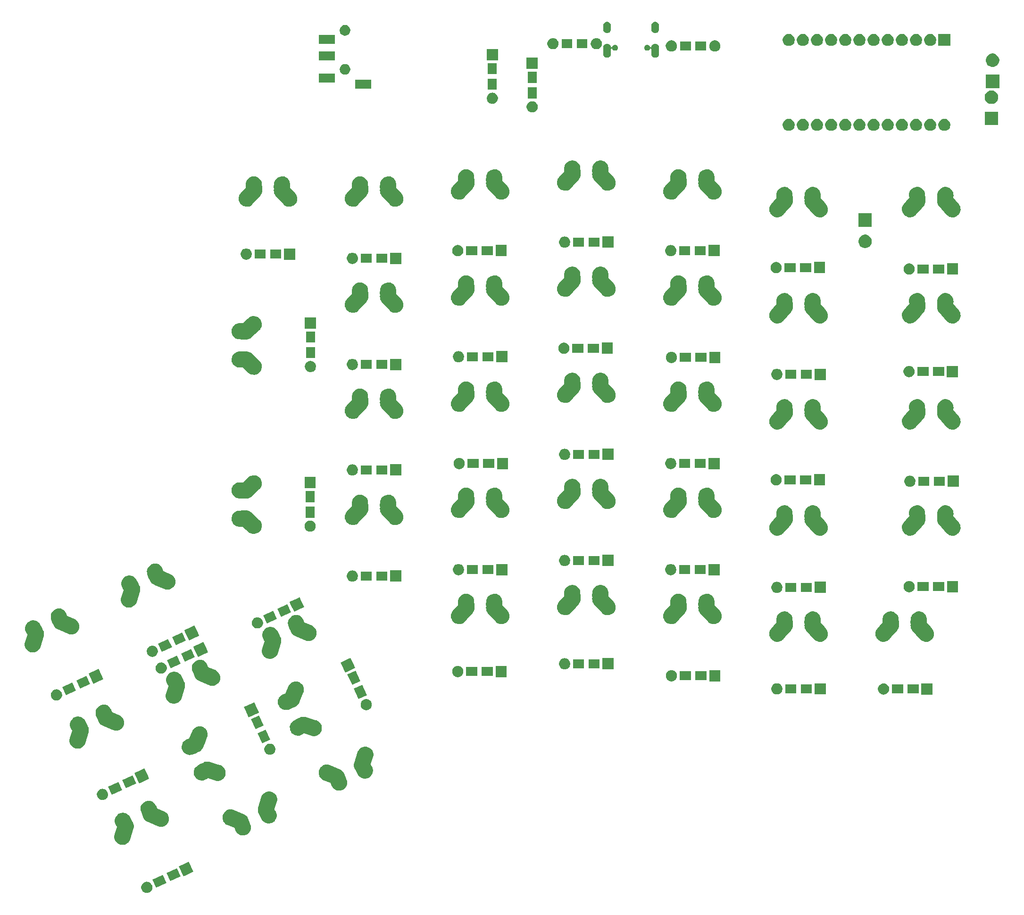
<source format=gbs>
G04 #@! TF.GenerationSoftware,KiCad,Pcbnew,(5.0.2)-1*
G04 #@! TF.CreationDate,2019-04-21T13:46:39+05:30*
G04 #@! TF.ProjectId,ErgodoxBle,4572676f-646f-4784-926c-652e6b696361,rev?*
G04 #@! TF.SameCoordinates,Original*
G04 #@! TF.FileFunction,Soldermask,Bot*
G04 #@! TF.FilePolarity,Negative*
%FSLAX46Y46*%
G04 Gerber Fmt 4.6, Leading zero omitted, Abs format (unit mm)*
G04 Created by KiCad (PCBNEW (5.0.2)-1) date 4/21/2019 1:46:39 PM*
%MOMM*%
%LPD*%
G01*
G04 APERTURE LIST*
%ADD10C,0.100000*%
G04 APERTURE END LIST*
D10*
G36*
X50831695Y-185213067D02*
X50928603Y-185232343D01*
X51004226Y-185263668D01*
X51111172Y-185307966D01*
X51275486Y-185417757D01*
X51415214Y-185557485D01*
X51525005Y-185721799D01*
X51600628Y-185904369D01*
X51639180Y-186098183D01*
X51639180Y-186295799D01*
X51600628Y-186489613D01*
X51525005Y-186672183D01*
X51415214Y-186836497D01*
X51275486Y-186976225D01*
X51111172Y-187086016D01*
X51004226Y-187130315D01*
X50928603Y-187161639D01*
X50831695Y-187180915D01*
X50734788Y-187200191D01*
X50537172Y-187200191D01*
X50440265Y-187180915D01*
X50343357Y-187161639D01*
X50267734Y-187130315D01*
X50160788Y-187086016D01*
X49996474Y-186976225D01*
X49856746Y-186836497D01*
X49746955Y-186672183D01*
X49671332Y-186489613D01*
X49632780Y-186295799D01*
X49632780Y-186098183D01*
X49671332Y-185904369D01*
X49746955Y-185721799D01*
X49856746Y-185557485D01*
X49996474Y-185417757D01*
X50160788Y-185307966D01*
X50267734Y-185263668D01*
X50343357Y-185232343D01*
X50440265Y-185213067D01*
X50537172Y-185193791D01*
X50734788Y-185193791D01*
X50831695Y-185213067D01*
X50831695Y-185213067D01*
G37*
G36*
X54150405Y-185444422D02*
X52331988Y-186292364D01*
X51653093Y-184836470D01*
X53471510Y-183988528D01*
X54150405Y-185444422D01*
X54150405Y-185444422D01*
G37*
G36*
X56688067Y-184261090D02*
X54869650Y-185109032D01*
X54190755Y-183653138D01*
X56009172Y-182805196D01*
X56688067Y-184261090D01*
X56688067Y-184261090D01*
G37*
G36*
X59038359Y-183385807D02*
X57798226Y-183964090D01*
X57219943Y-184233748D01*
X57219942Y-184233748D01*
X56372001Y-182415331D01*
X57612134Y-181837048D01*
X58190417Y-181567390D01*
X58190418Y-181567390D01*
X59038359Y-183385807D01*
X59038359Y-183385807D01*
G37*
G36*
X46684535Y-172853175D02*
X46754917Y-172866130D01*
X46823518Y-172893402D01*
X47020923Y-172971878D01*
X47261188Y-173127490D01*
X47350090Y-173213883D01*
X47466480Y-173326988D01*
X47588195Y-173503621D01*
X47938672Y-174137331D01*
X48023591Y-174334318D01*
X48033385Y-174380121D01*
X48040833Y-174403466D01*
X48051653Y-174423375D01*
X48131859Y-174543526D01*
X48241289Y-174808039D01*
X48297013Y-175088819D01*
X48296974Y-175177021D01*
X48296888Y-175375077D01*
X48254947Y-175585446D01*
X48254945Y-175585454D01*
X48254944Y-175585457D01*
X47643212Y-177598907D01*
X47643209Y-177598914D01*
X47561031Y-177797066D01*
X47508808Y-177875149D01*
X47401893Y-178035008D01*
X47199391Y-178237333D01*
X46961309Y-178396264D01*
X46696796Y-178505694D01*
X46416016Y-178561418D01*
X46130134Y-178561293D01*
X46129759Y-178561293D01*
X45849034Y-178505326D01*
X45584614Y-178395664D01*
X45346671Y-178236526D01*
X45144346Y-178034024D01*
X44985415Y-177795942D01*
X44875985Y-177531429D01*
X44820261Y-177250649D01*
X44820386Y-176964395D01*
X44820386Y-176964392D01*
X44862327Y-176754024D01*
X44890924Y-176659901D01*
X45273240Y-175401547D01*
X45278030Y-175377518D01*
X45278040Y-175353014D01*
X45273270Y-175328979D01*
X45263022Y-175304716D01*
X45044855Y-174910242D01*
X44959936Y-174713251D01*
X44957515Y-174701929D01*
X44900076Y-174433319D01*
X44896141Y-174158416D01*
X44895979Y-174147097D01*
X44895979Y-174147094D01*
X44938068Y-173918446D01*
X44947801Y-173865568D01*
X44977882Y-173789901D01*
X45053549Y-173599562D01*
X45209161Y-173359297D01*
X45337941Y-173226777D01*
X45408657Y-173154007D01*
X45644369Y-172991582D01*
X45907236Y-172878264D01*
X45985895Y-172861444D01*
X46187166Y-172818405D01*
X46462069Y-172814470D01*
X46473388Y-172814308D01*
X46473391Y-172814308D01*
X46684535Y-172853175D01*
X46684535Y-172853175D01*
G37*
G36*
X65922580Y-172224509D02*
X65984660Y-172231280D01*
X66184796Y-172294287D01*
X66189281Y-172295699D01*
X68123720Y-173120808D01*
X68124899Y-173121311D01*
X68313012Y-173224406D01*
X68424500Y-173317874D01*
X68532377Y-173408313D01*
X68711649Y-173631481D01*
X68843937Y-173885335D01*
X68884424Y-174024012D01*
X68893560Y-174046739D01*
X68905816Y-174065809D01*
X68934600Y-174102744D01*
X69030924Y-174294429D01*
X69291086Y-174970233D01*
X69348161Y-175177021D01*
X69366385Y-175426369D01*
X69369026Y-175462515D01*
X69333794Y-175746594D01*
X69243816Y-176018341D01*
X69102554Y-176267312D01*
X68915433Y-176483941D01*
X68915430Y-176483943D01*
X68689647Y-176659901D01*
X68433867Y-176788433D01*
X68234092Y-176843573D01*
X68157931Y-176864594D01*
X68110349Y-176868072D01*
X67872442Y-176885459D01*
X67872437Y-176885459D01*
X67588359Y-176850227D01*
X67316612Y-176760249D01*
X67305641Y-176754024D01*
X67298345Y-176749885D01*
X67067640Y-176618987D01*
X66851011Y-176431866D01*
X66693041Y-176229163D01*
X66675052Y-176206080D01*
X66578728Y-176014395D01*
X66416778Y-175593708D01*
X66405776Y-175571813D01*
X66390713Y-175552485D01*
X66372169Y-175536467D01*
X66349173Y-175523642D01*
X65128280Y-175002886D01*
X65048983Y-174969063D01*
X64860870Y-174865968D01*
X64698442Y-174729794D01*
X64641505Y-174682061D01*
X64462234Y-174458893D01*
X64329945Y-174205038D01*
X64249722Y-173930254D01*
X64224649Y-173645100D01*
X64255689Y-173360533D01*
X64256078Y-173359298D01*
X64288058Y-173257717D01*
X64341649Y-173087488D01*
X64367008Y-173041217D01*
X64479223Y-172836461D01*
X64606535Y-172684603D01*
X64663130Y-172617096D01*
X64886298Y-172437825D01*
X65140153Y-172305536D01*
X65414937Y-172225313D01*
X65700091Y-172200240D01*
X65922580Y-172224509D01*
X65922580Y-172224509D01*
G37*
G36*
X51276021Y-170697973D02*
X51547768Y-170787951D01*
X51796740Y-170929213D01*
X52013369Y-171116334D01*
X52069156Y-171187919D01*
X52189328Y-171342120D01*
X52285652Y-171533805D01*
X52447602Y-171954492D01*
X52458604Y-171976387D01*
X52473667Y-171995715D01*
X52492211Y-172011733D01*
X52515208Y-172024559D01*
X53815388Y-172579133D01*
X53815397Y-172579137D01*
X54003510Y-172682232D01*
X54121394Y-172781062D01*
X54222875Y-172866139D01*
X54402147Y-173089307D01*
X54534435Y-173343161D01*
X54614658Y-173617945D01*
X54639731Y-173903100D01*
X54615545Y-174124835D01*
X54608691Y-174187669D01*
X54522732Y-174460711D01*
X54385155Y-174711741D01*
X54292391Y-174822390D01*
X54201250Y-174931104D01*
X53978082Y-175110375D01*
X53724227Y-175242664D01*
X53449443Y-175322887D01*
X53164288Y-175347960D01*
X52934425Y-175322887D01*
X52879719Y-175316920D01*
X52725125Y-175268251D01*
X52675098Y-175252501D01*
X51089822Y-174576322D01*
X50739481Y-174426889D01*
X50551368Y-174323794D01*
X50388997Y-174187668D01*
X50332003Y-174139887D01*
X50152732Y-173916719D01*
X50020443Y-173662864D01*
X49979957Y-173524190D01*
X49970820Y-173501461D01*
X49958564Y-173482391D01*
X49929780Y-173445456D01*
X49833456Y-173253771D01*
X49573294Y-172577967D01*
X49516219Y-172371178D01*
X49512048Y-172314108D01*
X49495353Y-172085685D01*
X49530586Y-171801606D01*
X49620564Y-171529859D01*
X49761826Y-171280887D01*
X49948947Y-171064258D01*
X50134946Y-170919306D01*
X50174733Y-170888299D01*
X50430510Y-170759768D01*
X50706453Y-170683605D01*
X50849195Y-170673173D01*
X50991942Y-170662740D01*
X51276021Y-170697973D01*
X51276021Y-170697973D01*
G37*
G36*
X72734617Y-168986908D02*
X72804800Y-169000900D01*
X73015351Y-169042876D01*
X73278319Y-169151936D01*
X73279766Y-169152536D01*
X73517709Y-169311674D01*
X73720034Y-169514176D01*
X73878965Y-169752258D01*
X73988395Y-170016771D01*
X74044119Y-170297551D01*
X74044108Y-170321541D01*
X74043994Y-170583809D01*
X74002053Y-170794178D01*
X74002051Y-170794186D01*
X74002050Y-170794189D01*
X73591140Y-172146655D01*
X73586350Y-172170682D01*
X73586340Y-172195186D01*
X73591110Y-172219221D01*
X73601357Y-172243484D01*
X73819526Y-172637963D01*
X73904445Y-172834950D01*
X73916944Y-172893402D01*
X73964304Y-173114879D01*
X73967820Y-173360532D01*
X73968347Y-173397298D01*
X73968401Y-173401106D01*
X73916579Y-173682631D01*
X73810831Y-173948638D01*
X73770333Y-174011166D01*
X73655219Y-174188903D01*
X73455726Y-174394190D01*
X73220008Y-174556619D01*
X72957146Y-174669935D01*
X72957141Y-174669936D01*
X72677214Y-174729795D01*
X72390988Y-174733892D01*
X72109463Y-174682070D01*
X71843457Y-174576322D01*
X71603192Y-174420709D01*
X71397903Y-174221214D01*
X71397900Y-174221211D01*
X71276180Y-174044571D01*
X70925709Y-173410874D01*
X70840789Y-173213883D01*
X70830995Y-173168079D01*
X70823546Y-173144734D01*
X70812724Y-173124820D01*
X70732521Y-173004674D01*
X70623091Y-172740161D01*
X70567367Y-172459381D01*
X70567492Y-172173127D01*
X70567492Y-172173124D01*
X70609433Y-171962756D01*
X70611944Y-171954492D01*
X71221168Y-169949293D01*
X71221171Y-169949283D01*
X71303347Y-169751136D01*
X71404114Y-169600472D01*
X71462487Y-169513192D01*
X71664989Y-169310867D01*
X71903071Y-169151936D01*
X72167583Y-169042506D01*
X72448363Y-168986783D01*
X72734617Y-168986908D01*
X72734617Y-168986908D01*
G37*
G36*
X42868884Y-168517741D02*
X42965792Y-168537017D01*
X43041415Y-168568341D01*
X43148361Y-168612640D01*
X43312675Y-168722431D01*
X43452403Y-168862159D01*
X43562194Y-169026473D01*
X43568988Y-169042876D01*
X43637817Y-169209042D01*
X43676369Y-169402858D01*
X43676369Y-169600472D01*
X43646401Y-169751135D01*
X43637817Y-169794287D01*
X43562194Y-169976857D01*
X43452403Y-170141171D01*
X43312675Y-170280899D01*
X43148361Y-170390690D01*
X43041415Y-170434989D01*
X42965792Y-170466313D01*
X42868884Y-170485589D01*
X42771977Y-170504865D01*
X42574361Y-170504865D01*
X42477454Y-170485589D01*
X42380546Y-170466313D01*
X42304923Y-170434989D01*
X42197977Y-170390690D01*
X42033663Y-170280899D01*
X41893935Y-170141171D01*
X41784144Y-169976857D01*
X41708521Y-169794287D01*
X41699938Y-169751135D01*
X41669969Y-169600472D01*
X41669969Y-169402858D01*
X41708521Y-169209042D01*
X41777350Y-169042876D01*
X41784144Y-169026473D01*
X41893935Y-168862159D01*
X42033663Y-168722431D01*
X42197977Y-168612640D01*
X42304923Y-168568341D01*
X42380546Y-168537017D01*
X42477454Y-168517741D01*
X42574361Y-168498465D01*
X42771977Y-168498465D01*
X42868884Y-168517741D01*
X42868884Y-168517741D01*
G37*
G36*
X46187594Y-168749096D02*
X44369177Y-169597038D01*
X43690282Y-168141144D01*
X45508699Y-167293202D01*
X46187594Y-168749096D01*
X46187594Y-168749096D01*
G37*
G36*
X83189500Y-164175249D02*
X83251580Y-164182020D01*
X83456195Y-164246437D01*
X83456201Y-164246439D01*
X85391090Y-165071740D01*
X85391819Y-165072051D01*
X85579932Y-165175146D01*
X85697816Y-165273976D01*
X85799297Y-165359053D01*
X85978569Y-165582221D01*
X86110857Y-165836075D01*
X86151344Y-165974752D01*
X86160480Y-165997479D01*
X86172736Y-166016549D01*
X86201520Y-166053484D01*
X86297844Y-166245169D01*
X86558006Y-166920973D01*
X86615081Y-167127761D01*
X86628788Y-167315304D01*
X86635946Y-167413255D01*
X86600714Y-167697334D01*
X86510736Y-167969081D01*
X86369474Y-168218052D01*
X86182353Y-168434681D01*
X86182350Y-168434683D01*
X85956567Y-168610641D01*
X85700787Y-168739173D01*
X85501012Y-168794313D01*
X85424851Y-168815334D01*
X85377269Y-168818812D01*
X85139362Y-168836199D01*
X85139357Y-168836199D01*
X84855279Y-168800967D01*
X84583532Y-168710989D01*
X84334560Y-168569727D01*
X84117931Y-168382606D01*
X83989690Y-168218050D01*
X83941972Y-168156820D01*
X83845648Y-167965135D01*
X83683698Y-167544448D01*
X83672696Y-167522553D01*
X83657633Y-167503225D01*
X83639089Y-167487207D01*
X83616093Y-167474382D01*
X82553862Y-167021301D01*
X82315903Y-166919803D01*
X82127790Y-166816708D01*
X81977227Y-166690481D01*
X81908425Y-166632801D01*
X81729154Y-166409633D01*
X81596865Y-166155778D01*
X81516642Y-165880994D01*
X81491569Y-165595840D01*
X81522609Y-165311273D01*
X81608569Y-165038228D01*
X81665762Y-164933871D01*
X81746143Y-164787201D01*
X81901179Y-164602274D01*
X81930050Y-164567836D01*
X82153218Y-164388565D01*
X82407073Y-164256276D01*
X82681857Y-164176053D01*
X82967011Y-164150980D01*
X83189500Y-164175249D01*
X83189500Y-164175249D01*
G37*
G36*
X48725256Y-167565764D02*
X46906839Y-168413706D01*
X46227944Y-166957812D01*
X48046361Y-166109870D01*
X48725256Y-167565764D01*
X48725256Y-167565764D01*
G37*
G36*
X50757353Y-166008110D02*
X51072821Y-166684631D01*
X51075548Y-166690481D01*
X49858651Y-167257929D01*
X49257132Y-167538422D01*
X49257131Y-167538422D01*
X48652238Y-166241223D01*
X48409190Y-165720006D01*
X48409190Y-165720005D01*
X49698439Y-165118819D01*
X50227606Y-164872064D01*
X50227607Y-164872064D01*
X50757353Y-166008110D01*
X50757353Y-166008110D01*
G37*
G36*
X61613181Y-163620392D02*
X61613556Y-163620392D01*
X61823924Y-163662333D01*
X61823932Y-163662335D01*
X61823935Y-163662336D01*
X63392614Y-164138936D01*
X63837397Y-164274071D01*
X64035544Y-164356247D01*
X64154229Y-164435626D01*
X64273488Y-164515387D01*
X64475813Y-164717889D01*
X64634744Y-164955971D01*
X64744174Y-165220483D01*
X64799897Y-165501263D01*
X64799772Y-165787517D01*
X64791761Y-165827698D01*
X64743804Y-166068251D01*
X64658926Y-166272911D01*
X64634144Y-166332666D01*
X64475006Y-166570609D01*
X64272504Y-166772934D01*
X64034422Y-166931865D01*
X63769909Y-167041295D01*
X63489129Y-167097019D01*
X63346125Y-167096956D01*
X63202871Y-167096894D01*
X62992502Y-167054953D01*
X62992494Y-167054951D01*
X62992491Y-167054950D01*
X61640025Y-166644040D01*
X61615998Y-166639250D01*
X61591494Y-166639240D01*
X61567459Y-166644010D01*
X61543196Y-166654258D01*
X61148722Y-166872425D01*
X60951731Y-166957344D01*
X60951726Y-166957345D01*
X60671799Y-167017204D01*
X60396896Y-167021139D01*
X60385577Y-167021301D01*
X60385574Y-167021301D01*
X60174430Y-166982435D01*
X60104048Y-166969479D01*
X60009429Y-166931864D01*
X59838042Y-166863731D01*
X59597777Y-166708119D01*
X59392487Y-166508623D01*
X59230062Y-166272911D01*
X59116744Y-166010044D01*
X59096883Y-165917164D01*
X59056885Y-165730114D01*
X59052950Y-165455211D01*
X59052788Y-165443892D01*
X59052788Y-165443889D01*
X59098879Y-165193496D01*
X59104610Y-165162363D01*
X59140513Y-165072051D01*
X59210358Y-164896357D01*
X59365970Y-164656092D01*
X59474049Y-164544875D01*
X59565468Y-164450800D01*
X59742101Y-164329085D01*
X60375811Y-163978608D01*
X60572798Y-163893689D01*
X60618601Y-163883895D01*
X60641946Y-163876447D01*
X60661855Y-163865627D01*
X60782006Y-163785421D01*
X61046519Y-163675991D01*
X61327299Y-163620267D01*
X61613181Y-163620392D01*
X61613181Y-163620392D01*
G37*
G36*
X90001537Y-160937648D02*
X90071720Y-160951640D01*
X90282271Y-160993616D01*
X90476560Y-161074193D01*
X90546686Y-161103276D01*
X90784629Y-161262414D01*
X90986954Y-161464916D01*
X91145885Y-161702998D01*
X91255315Y-161967511D01*
X91311039Y-162248291D01*
X91310997Y-162343985D01*
X91310914Y-162534549D01*
X91268973Y-162744918D01*
X91268971Y-162744926D01*
X91268970Y-162744929D01*
X90858060Y-164097395D01*
X90853270Y-164121422D01*
X90853260Y-164145926D01*
X90858030Y-164169961D01*
X90868277Y-164194224D01*
X91086446Y-164588703D01*
X91171365Y-164785690D01*
X91182455Y-164837554D01*
X91231224Y-165065619D01*
X91234009Y-165260176D01*
X91235267Y-165348038D01*
X91235321Y-165351846D01*
X91183499Y-165633371D01*
X91077751Y-165899378D01*
X91041935Y-165954677D01*
X90922139Y-166139643D01*
X90722646Y-166344930D01*
X90486928Y-166507359D01*
X90224066Y-166620675D01*
X90224061Y-166620676D01*
X89944134Y-166680535D01*
X89657908Y-166684632D01*
X89376383Y-166632810D01*
X89110377Y-166527062D01*
X88870112Y-166371449D01*
X88664823Y-166171954D01*
X88664820Y-166171951D01*
X88543100Y-165995311D01*
X88192629Y-165361614D01*
X88107709Y-165164623D01*
X88097915Y-165118819D01*
X88090466Y-165095474D01*
X88079644Y-165075560D01*
X87999441Y-164955414D01*
X87890011Y-164690901D01*
X87834287Y-164410121D01*
X87834412Y-164123867D01*
X87834412Y-164123864D01*
X87876353Y-163913496D01*
X87882371Y-163893689D01*
X88488088Y-161900033D01*
X88488091Y-161900023D01*
X88570267Y-161701876D01*
X88691716Y-161520288D01*
X88729407Y-161463932D01*
X88931909Y-161261607D01*
X89169991Y-161102676D01*
X89434503Y-160993246D01*
X89715283Y-160937523D01*
X90001537Y-160937648D01*
X90001537Y-160937648D01*
G37*
G36*
X60371462Y-157302624D02*
X60426149Y-157308589D01*
X60699191Y-157394548D01*
X60950221Y-157532125D01*
X61047206Y-157613434D01*
X61169584Y-157716030D01*
X61319678Y-157902877D01*
X61348855Y-157939198D01*
X61425406Y-158086094D01*
X61481144Y-158193053D01*
X61561367Y-158467837D01*
X61586440Y-158752992D01*
X61563168Y-158966340D01*
X61555400Y-159037561D01*
X61539313Y-159088659D01*
X61490981Y-159242182D01*
X61002575Y-160387231D01*
X60665369Y-161177799D01*
X60562274Y-161365912D01*
X60458881Y-161489239D01*
X60378367Y-161585277D01*
X60155199Y-161764548D01*
X59901344Y-161896837D01*
X59762670Y-161937323D01*
X59739941Y-161946460D01*
X59720871Y-161958716D01*
X59683936Y-161987500D01*
X59492251Y-162083824D01*
X58816447Y-162343986D01*
X58609658Y-162401061D01*
X58324165Y-162421927D01*
X58040086Y-162386694D01*
X57768339Y-162296716D01*
X57519367Y-162155454D01*
X57302738Y-161968333D01*
X57143925Y-161764548D01*
X57126779Y-161742547D01*
X56998248Y-161486770D01*
X56922085Y-161210827D01*
X56911653Y-161068085D01*
X56901220Y-160925338D01*
X56936453Y-160641259D01*
X57026431Y-160369512D01*
X57167693Y-160120540D01*
X57354814Y-159903911D01*
X57556006Y-159747119D01*
X57580600Y-159727952D01*
X57772285Y-159631628D01*
X58192972Y-159469678D01*
X58214867Y-159458676D01*
X58234195Y-159443613D01*
X58250213Y-159425069D01*
X58263039Y-159402072D01*
X58817613Y-158101892D01*
X58817614Y-158101891D01*
X58817617Y-158101883D01*
X58920712Y-157913770D01*
X59069986Y-157735716D01*
X59104619Y-157694405D01*
X59327787Y-157515133D01*
X59581641Y-157382845D01*
X59856425Y-157302622D01*
X60141580Y-157277549D01*
X60371462Y-157302624D01*
X60371462Y-157302624D01*
G37*
G36*
X72902391Y-160402332D02*
X73020288Y-160425783D01*
X73095911Y-160457107D01*
X73202857Y-160501406D01*
X73367171Y-160611197D01*
X73506899Y-160750925D01*
X73616690Y-160915239D01*
X73649002Y-160993247D01*
X73692313Y-161097808D01*
X73730865Y-161291624D01*
X73730865Y-161489238D01*
X73692313Y-161683054D01*
X73665595Y-161747557D01*
X73616690Y-161865623D01*
X73506899Y-162029937D01*
X73367171Y-162169665D01*
X73202857Y-162279456D01*
X73095911Y-162323755D01*
X73020288Y-162355079D01*
X72923380Y-162374355D01*
X72826473Y-162393631D01*
X72628857Y-162393631D01*
X72531950Y-162374355D01*
X72435042Y-162355079D01*
X72359419Y-162323755D01*
X72252473Y-162279456D01*
X72088159Y-162169665D01*
X71948431Y-162029937D01*
X71838640Y-161865623D01*
X71789735Y-161747557D01*
X71763017Y-161683054D01*
X71724465Y-161489238D01*
X71724465Y-161291624D01*
X71763017Y-161097808D01*
X71806328Y-160993247D01*
X71838640Y-160915239D01*
X71948431Y-160750925D01*
X72088159Y-160611197D01*
X72252473Y-160501406D01*
X72359419Y-160457107D01*
X72435042Y-160425783D01*
X72552939Y-160402332D01*
X72628857Y-160387231D01*
X72826473Y-160387231D01*
X72902391Y-160402332D01*
X72902391Y-160402332D01*
G37*
G36*
X38632735Y-155586255D02*
X38703117Y-155599210D01*
X38765955Y-155624191D01*
X38969123Y-155704958D01*
X39209388Y-155860570D01*
X39286497Y-155935503D01*
X39414680Y-156060068D01*
X39536395Y-156236701D01*
X39886872Y-156870411D01*
X39971791Y-157067398D01*
X39981585Y-157113201D01*
X39989033Y-157136546D01*
X39999853Y-157156455D01*
X40080059Y-157276606D01*
X40189489Y-157541119D01*
X40245213Y-157821899D01*
X40245172Y-157915079D01*
X40245088Y-158108157D01*
X40203147Y-158318526D01*
X40203145Y-158318534D01*
X40203144Y-158318537D01*
X39591412Y-160331987D01*
X39591409Y-160331994D01*
X39509231Y-160530146D01*
X39457008Y-160608229D01*
X39350093Y-160768088D01*
X39147591Y-160970413D01*
X38909509Y-161129344D01*
X38644996Y-161238774D01*
X38364216Y-161294498D01*
X38078334Y-161294373D01*
X38077959Y-161294373D01*
X37797234Y-161238406D01*
X37532814Y-161128744D01*
X37294871Y-160969606D01*
X37092546Y-160767104D01*
X36933615Y-160529022D01*
X36824185Y-160264509D01*
X36768461Y-159983729D01*
X36768586Y-159697475D01*
X36768586Y-159697472D01*
X36810527Y-159487104D01*
X36823741Y-159443613D01*
X37221440Y-158134627D01*
X37226230Y-158110598D01*
X37226240Y-158086094D01*
X37221470Y-158062059D01*
X37211222Y-158037796D01*
X36993055Y-157643322D01*
X36908136Y-157446331D01*
X36897063Y-157394548D01*
X36848276Y-157166399D01*
X36844341Y-156891496D01*
X36844179Y-156880177D01*
X36844179Y-156880174D01*
X36886268Y-156651526D01*
X36896001Y-156598648D01*
X36930793Y-156511131D01*
X37001749Y-156332642D01*
X37157361Y-156092377D01*
X37290413Y-155955461D01*
X37356857Y-155887087D01*
X37592569Y-155724662D01*
X37855436Y-155611344D01*
X37934095Y-155594524D01*
X38135366Y-155551485D01*
X38410269Y-155547550D01*
X38421588Y-155547388D01*
X38421591Y-155547388D01*
X38632735Y-155586255D01*
X38632735Y-155586255D01*
G37*
G36*
X72823038Y-159694423D02*
X71367144Y-160373318D01*
X70519202Y-158554901D01*
X71975096Y-157876006D01*
X72823038Y-159694423D01*
X72823038Y-159694423D01*
G37*
G36*
X78877561Y-155568592D02*
X78877936Y-155568592D01*
X79088304Y-155610533D01*
X79088312Y-155610535D01*
X79088315Y-155610536D01*
X80899383Y-156160779D01*
X81101777Y-156222271D01*
X81299924Y-156304447D01*
X81379159Y-156357441D01*
X81537868Y-156463587D01*
X81740193Y-156666089D01*
X81899124Y-156904171D01*
X82008554Y-157168683D01*
X82063355Y-157444819D01*
X82064277Y-157449463D01*
X82064152Y-157735716D01*
X82008184Y-158016451D01*
X81923306Y-158221111D01*
X81898524Y-158280866D01*
X81739386Y-158518809D01*
X81536884Y-158721134D01*
X81298802Y-158880065D01*
X81034289Y-158989495D01*
X80753509Y-159045219D01*
X80610505Y-159045156D01*
X80467251Y-159045094D01*
X80256882Y-159003153D01*
X80256874Y-159003151D01*
X80256871Y-159003150D01*
X78904405Y-158592240D01*
X78880378Y-158587450D01*
X78855874Y-158587440D01*
X78831839Y-158592210D01*
X78807576Y-158602458D01*
X78413102Y-158820625D01*
X78216111Y-158905544D01*
X78216106Y-158905545D01*
X77936179Y-158965404D01*
X77661276Y-158969339D01*
X77649957Y-158969501D01*
X77649954Y-158969501D01*
X77438810Y-158930634D01*
X77368428Y-158917679D01*
X77273809Y-158880064D01*
X77102422Y-158811931D01*
X76862157Y-158656319D01*
X76736619Y-158534324D01*
X76656867Y-158456823D01*
X76494442Y-158221111D01*
X76381124Y-157958244D01*
X76357099Y-157845890D01*
X76321265Y-157678314D01*
X76317330Y-157403411D01*
X76317168Y-157392092D01*
X76317168Y-157392089D01*
X76360541Y-157156465D01*
X76368990Y-157110563D01*
X76424137Y-156971844D01*
X76474738Y-156844557D01*
X76630350Y-156604292D01*
X76733082Y-156498577D01*
X76829848Y-156399000D01*
X77006481Y-156277285D01*
X77640191Y-155926808D01*
X77837178Y-155841889D01*
X77882981Y-155832095D01*
X77906326Y-155824647D01*
X77926235Y-155813827D01*
X78046386Y-155733621D01*
X78310899Y-155624191D01*
X78591679Y-155568467D01*
X78877561Y-155568592D01*
X78877561Y-155568592D01*
G37*
G36*
X43224221Y-153431053D02*
X43495968Y-153521031D01*
X43744940Y-153662293D01*
X43961569Y-153849414D01*
X44060703Y-153976621D01*
X44137528Y-154075200D01*
X44233852Y-154266885D01*
X44395802Y-154687572D01*
X44406804Y-154709467D01*
X44421867Y-154728795D01*
X44440411Y-154744813D01*
X44463408Y-154757639D01*
X45763588Y-155312213D01*
X45763597Y-155312217D01*
X45951710Y-155415312D01*
X46069594Y-155514142D01*
X46171075Y-155599219D01*
X46350347Y-155822387D01*
X46482635Y-156076241D01*
X46562858Y-156351025D01*
X46587931Y-156636180D01*
X46565202Y-156844557D01*
X46556891Y-156920749D01*
X46470932Y-157193791D01*
X46333355Y-157444821D01*
X46252622Y-157541119D01*
X46149450Y-157664184D01*
X45935992Y-157835655D01*
X45926282Y-157843455D01*
X45706009Y-157958244D01*
X45672427Y-157975744D01*
X45397643Y-158055967D01*
X45112488Y-158081040D01*
X44882625Y-158055967D01*
X44827919Y-158050000D01*
X44669185Y-158000027D01*
X44623298Y-157985581D01*
X42963346Y-157277550D01*
X42687681Y-157159969D01*
X42499568Y-157056874D01*
X42337197Y-156920748D01*
X42280203Y-156872967D01*
X42100932Y-156649799D01*
X41968643Y-156395944D01*
X41928157Y-156257270D01*
X41919020Y-156234541D01*
X41906764Y-156215471D01*
X41877980Y-156178536D01*
X41781656Y-155986851D01*
X41521494Y-155311047D01*
X41464419Y-155104258D01*
X41458799Y-155027367D01*
X41443553Y-154818765D01*
X41478786Y-154534686D01*
X41568764Y-154262939D01*
X41710026Y-154013967D01*
X41897147Y-153797338D01*
X42089870Y-153647146D01*
X42122933Y-153621379D01*
X42378710Y-153492848D01*
X42654653Y-153416685D01*
X42797396Y-153406253D01*
X42940142Y-153395820D01*
X43224221Y-153431053D01*
X43224221Y-153431053D01*
G37*
G36*
X71639706Y-157156761D02*
X70183812Y-157835656D01*
X69335870Y-156017239D01*
X70791764Y-155338344D01*
X71639706Y-157156761D01*
X71639706Y-157156761D01*
G37*
G36*
X70419752Y-154067321D02*
X70735672Y-154744813D01*
X70764422Y-154806469D01*
X69679841Y-155312217D01*
X68946006Y-155654410D01*
X68946005Y-155654410D01*
X68310790Y-154292185D01*
X68098064Y-153835994D01*
X68098064Y-153835993D01*
X69549815Y-153159031D01*
X69916480Y-152988052D01*
X69916481Y-152988052D01*
X70419752Y-154067321D01*
X70419752Y-154067321D01*
G37*
G36*
X90235926Y-152410676D02*
X90332834Y-152429952D01*
X90388044Y-152452821D01*
X90515403Y-152505575D01*
X90679717Y-152615366D01*
X90819445Y-152755094D01*
X90929236Y-152919408D01*
X90957669Y-152988052D01*
X90984346Y-153052454D01*
X91004859Y-153101978D01*
X91043411Y-153295792D01*
X91043411Y-153493408D01*
X91004859Y-153687222D01*
X90929236Y-153869792D01*
X90819445Y-154034106D01*
X90679717Y-154173834D01*
X90515403Y-154283625D01*
X90408457Y-154327924D01*
X90332834Y-154359248D01*
X90278146Y-154370126D01*
X90139019Y-154397800D01*
X89941403Y-154397800D01*
X89802276Y-154370126D01*
X89747588Y-154359248D01*
X89671965Y-154327924D01*
X89565019Y-154283625D01*
X89400705Y-154173834D01*
X89260977Y-154034106D01*
X89151186Y-153869792D01*
X89075563Y-153687222D01*
X89037011Y-153493408D01*
X89037011Y-153295792D01*
X89075563Y-153101978D01*
X89096077Y-153052454D01*
X89122753Y-152988052D01*
X89151186Y-152919408D01*
X89260977Y-152755094D01*
X89400705Y-152615366D01*
X89565019Y-152505575D01*
X89692378Y-152452821D01*
X89747588Y-152429952D01*
X89844496Y-152410676D01*
X89941403Y-152391400D01*
X90139019Y-152391400D01*
X90235926Y-152410676D01*
X90235926Y-152410676D01*
G37*
G36*
X77635842Y-149250824D02*
X77690529Y-149256789D01*
X77963571Y-149342748D01*
X78214601Y-149480325D01*
X78314616Y-149564174D01*
X78433964Y-149664230D01*
X78613235Y-149887398D01*
X78745524Y-150141253D01*
X78825747Y-150416037D01*
X78850820Y-150701192D01*
X78832924Y-150865258D01*
X78819780Y-150985761D01*
X78778043Y-151118335D01*
X78755361Y-151190382D01*
X78194382Y-152505576D01*
X77929749Y-153125999D01*
X77826654Y-153314112D01*
X77725331Y-153434970D01*
X77642747Y-153533477D01*
X77419579Y-153712748D01*
X77165724Y-153845037D01*
X77027050Y-153885523D01*
X77004321Y-153894660D01*
X76985251Y-153906916D01*
X76948316Y-153935700D01*
X76756631Y-154032024D01*
X76080827Y-154292186D01*
X75926098Y-154334892D01*
X75874038Y-154349261D01*
X75588545Y-154370127D01*
X75304466Y-154334894D01*
X75032719Y-154244916D01*
X74783747Y-154103654D01*
X74567118Y-153916533D01*
X74397298Y-153698624D01*
X74391159Y-153690747D01*
X74262628Y-153434970D01*
X74186465Y-153159027D01*
X74171111Y-152948936D01*
X74165600Y-152873538D01*
X74200833Y-152589459D01*
X74290811Y-152317712D01*
X74432073Y-152068740D01*
X74619194Y-151852111D01*
X74820386Y-151695319D01*
X74844980Y-151676152D01*
X75036665Y-151579828D01*
X75457352Y-151417878D01*
X75479247Y-151406876D01*
X75498575Y-151391813D01*
X75514593Y-151373269D01*
X75527419Y-151350272D01*
X76081993Y-150050092D01*
X76081994Y-150050091D01*
X76081997Y-150050083D01*
X76185092Y-149861970D01*
X76296917Y-149728585D01*
X76368999Y-149642605D01*
X76592167Y-149463333D01*
X76846021Y-149331045D01*
X77120805Y-149250822D01*
X77405960Y-149225749D01*
X77635842Y-149250824D01*
X77635842Y-149250824D01*
G37*
G36*
X55899655Y-147536995D02*
X55970037Y-147549950D01*
X56045704Y-147580031D01*
X56236043Y-147655698D01*
X56476308Y-147811310D01*
X56539365Y-147872588D01*
X56681600Y-148010808D01*
X56803315Y-148187441D01*
X57153792Y-148821151D01*
X57238711Y-149018138D01*
X57248505Y-149063941D01*
X57255953Y-149087286D01*
X57266773Y-149107195D01*
X57346979Y-149227346D01*
X57456409Y-149491859D01*
X57512133Y-149772639D01*
X57512082Y-149887398D01*
X57512008Y-150058897D01*
X57470067Y-150269266D01*
X57470065Y-150269274D01*
X57470064Y-150269277D01*
X56858332Y-152282727D01*
X56858329Y-152282734D01*
X56776151Y-152480886D01*
X56747158Y-152524236D01*
X56617013Y-152718828D01*
X56414511Y-152921153D01*
X56176429Y-153080084D01*
X55911916Y-153189514D01*
X55631136Y-153245238D01*
X55345254Y-153245113D01*
X55344879Y-153245113D01*
X55064154Y-153189146D01*
X54799734Y-153079484D01*
X54561791Y-152920346D01*
X54359466Y-152717844D01*
X54200535Y-152479762D01*
X54091105Y-152215249D01*
X54035381Y-151934469D01*
X54035506Y-151648215D01*
X54035506Y-151648212D01*
X54077447Y-151437844D01*
X54081677Y-151423922D01*
X54488360Y-150085367D01*
X54493150Y-150061338D01*
X54493160Y-150036834D01*
X54488390Y-150012799D01*
X54478142Y-149988536D01*
X54259975Y-149594062D01*
X54175056Y-149397071D01*
X54172635Y-149385749D01*
X54115196Y-149117139D01*
X54111261Y-148842236D01*
X54111099Y-148830917D01*
X54111099Y-148830914D01*
X54153188Y-148602266D01*
X54162921Y-148549388D01*
X54197713Y-148461871D01*
X54268669Y-148283382D01*
X54424281Y-148043117D01*
X54541793Y-147922193D01*
X54623777Y-147837827D01*
X54859489Y-147675402D01*
X55122356Y-147562084D01*
X55201015Y-147545264D01*
X55402286Y-147502225D01*
X55677189Y-147498290D01*
X55688508Y-147498128D01*
X55688511Y-147498128D01*
X55899655Y-147536995D01*
X55899655Y-147536995D01*
G37*
G36*
X34634115Y-150651287D02*
X34731023Y-150670563D01*
X34772607Y-150687788D01*
X34913592Y-150746186D01*
X35077906Y-150855977D01*
X35217634Y-150995705D01*
X35327425Y-151160019D01*
X35345264Y-151203086D01*
X35403048Y-151342588D01*
X35418024Y-151417878D01*
X35441600Y-151536403D01*
X35441600Y-151734019D01*
X35437745Y-151753397D01*
X35403048Y-151927834D01*
X35383191Y-151975772D01*
X35327425Y-152110403D01*
X35217634Y-152274717D01*
X35077906Y-152414445D01*
X34913592Y-152524236D01*
X34829739Y-152558969D01*
X34731023Y-152599859D01*
X34686631Y-152608689D01*
X34537208Y-152638411D01*
X34339592Y-152638411D01*
X34190169Y-152608689D01*
X34145777Y-152599859D01*
X34047061Y-152558969D01*
X33963208Y-152524236D01*
X33798894Y-152414445D01*
X33659166Y-152274717D01*
X33549375Y-152110403D01*
X33493609Y-151975772D01*
X33473752Y-151927834D01*
X33439055Y-151753397D01*
X33435200Y-151734019D01*
X33435200Y-151536403D01*
X33458776Y-151417878D01*
X33473752Y-151342588D01*
X33531536Y-151203086D01*
X33549375Y-151160019D01*
X33659166Y-150995705D01*
X33798894Y-150855977D01*
X33963208Y-150746186D01*
X34104193Y-150687788D01*
X34145777Y-150670563D01*
X34242685Y-150651287D01*
X34339592Y-150632011D01*
X34537208Y-150632011D01*
X34634115Y-150651287D01*
X34634115Y-150651287D01*
G37*
G36*
X90135584Y-151698592D02*
X88679690Y-152377487D01*
X87831748Y-150559070D01*
X89287642Y-149880175D01*
X90135584Y-151698592D01*
X90135584Y-151698592D01*
G37*
G36*
X37952825Y-150882642D02*
X36134408Y-151730584D01*
X35455513Y-150274690D01*
X37273930Y-149426748D01*
X37952825Y-150882642D01*
X37952825Y-150882642D01*
G37*
G36*
X191687180Y-151592180D02*
X189680780Y-151592180D01*
X189680780Y-149585780D01*
X191687180Y-149585780D01*
X191687180Y-151592180D01*
X191687180Y-151592180D01*
G37*
G36*
X183079695Y-149605056D02*
X183176603Y-149624332D01*
X183209322Y-149637885D01*
X183359172Y-149699955D01*
X183523486Y-149809746D01*
X183663214Y-149949474D01*
X183773005Y-150113788D01*
X183848628Y-150296358D01*
X183882128Y-150464772D01*
X183887180Y-150490173D01*
X183887180Y-150687787D01*
X183848628Y-150881603D01*
X183835630Y-150912983D01*
X183773005Y-151064172D01*
X183663214Y-151228486D01*
X183523486Y-151368214D01*
X183359172Y-151478005D01*
X183252226Y-151522304D01*
X183176603Y-151553628D01*
X183079695Y-151572904D01*
X182982788Y-151592180D01*
X182785172Y-151592180D01*
X182688265Y-151572904D01*
X182591357Y-151553628D01*
X182515734Y-151522304D01*
X182408788Y-151478005D01*
X182244474Y-151368214D01*
X182104746Y-151228486D01*
X181994955Y-151064172D01*
X181932330Y-150912983D01*
X181919332Y-150881603D01*
X181880780Y-150687787D01*
X181880780Y-150490173D01*
X181885833Y-150464772D01*
X181919332Y-150296358D01*
X181994955Y-150113788D01*
X182104746Y-149949474D01*
X182244474Y-149809746D01*
X182408788Y-149699955D01*
X182558638Y-149637885D01*
X182591357Y-149624332D01*
X182688265Y-149605056D01*
X182785172Y-149585780D01*
X182982788Y-149585780D01*
X183079695Y-149605056D01*
X183079695Y-149605056D01*
G37*
G36*
X163935715Y-149579656D02*
X164032623Y-149598932D01*
X164082606Y-149619636D01*
X164215192Y-149674555D01*
X164379506Y-149784346D01*
X164519234Y-149924074D01*
X164629025Y-150088388D01*
X164673324Y-150195334D01*
X164704648Y-150270957D01*
X164717374Y-150334937D01*
X164743200Y-150464772D01*
X164743200Y-150662388D01*
X164735481Y-150701192D01*
X164704648Y-150856203D01*
X164673323Y-150931826D01*
X164629025Y-151038772D01*
X164519234Y-151203086D01*
X164379506Y-151342814D01*
X164215192Y-151452605D01*
X164108246Y-151496904D01*
X164032623Y-151528228D01*
X163950661Y-151544531D01*
X163838808Y-151566780D01*
X163641192Y-151566780D01*
X163529339Y-151544531D01*
X163447377Y-151528228D01*
X163371754Y-151496904D01*
X163264808Y-151452605D01*
X163100494Y-151342814D01*
X162960766Y-151203086D01*
X162850975Y-151038772D01*
X162806676Y-150931826D01*
X162775352Y-150856203D01*
X162744519Y-150701192D01*
X162736800Y-150662388D01*
X162736800Y-150464772D01*
X162762626Y-150334937D01*
X162775352Y-150270957D01*
X162806676Y-150195334D01*
X162850975Y-150088388D01*
X162960766Y-149924074D01*
X163100494Y-149784346D01*
X163264808Y-149674555D01*
X163397394Y-149619636D01*
X163447377Y-149598932D01*
X163544285Y-149579656D01*
X163641192Y-149560380D01*
X163838808Y-149560380D01*
X163935715Y-149579656D01*
X163935715Y-149579656D01*
G37*
G36*
X172543200Y-151566780D02*
X170536800Y-151566780D01*
X170536800Y-149560380D01*
X172543200Y-149560380D01*
X172543200Y-151566780D01*
X172543200Y-151566780D01*
G37*
G36*
X186387180Y-151392180D02*
X184380780Y-151392180D01*
X184380780Y-149785780D01*
X186387180Y-149785780D01*
X186387180Y-151392180D01*
X186387180Y-151392180D01*
G37*
G36*
X189187180Y-151392180D02*
X187180780Y-151392180D01*
X187180780Y-149785780D01*
X189187180Y-149785780D01*
X189187180Y-151392180D01*
X189187180Y-151392180D01*
G37*
G36*
X170043200Y-151366780D02*
X168036800Y-151366780D01*
X168036800Y-149760380D01*
X170043200Y-149760380D01*
X170043200Y-151366780D01*
X170043200Y-151366780D01*
G37*
G36*
X167243200Y-151366780D02*
X165236800Y-151366780D01*
X165236800Y-149760380D01*
X167243200Y-149760380D01*
X167243200Y-151366780D01*
X167243200Y-151366780D01*
G37*
G36*
X40490487Y-149699310D02*
X38672070Y-150547252D01*
X37993175Y-149091358D01*
X39811592Y-148243416D01*
X40490487Y-149699310D01*
X40490487Y-149699310D01*
G37*
G36*
X60491141Y-145381793D02*
X60762888Y-145471771D01*
X61011860Y-145613033D01*
X61228489Y-145800154D01*
X61346195Y-145951192D01*
X61404448Y-146025940D01*
X61500772Y-146217625D01*
X61662722Y-146638312D01*
X61673724Y-146660207D01*
X61688787Y-146679535D01*
X61707331Y-146695553D01*
X61730328Y-146708379D01*
X63030508Y-147262953D01*
X63030517Y-147262957D01*
X63218630Y-147366052D01*
X63336514Y-147464882D01*
X63437995Y-147549959D01*
X63617267Y-147773127D01*
X63749555Y-148026981D01*
X63829778Y-148301765D01*
X63854851Y-148586920D01*
X63830665Y-148808655D01*
X63823811Y-148871489D01*
X63737852Y-149144531D01*
X63600275Y-149395561D01*
X63527222Y-149482698D01*
X63416370Y-149614924D01*
X63193202Y-149794195D01*
X62939347Y-149926484D01*
X62664563Y-150006707D01*
X62379408Y-150031780D01*
X62149545Y-150006707D01*
X62094839Y-150000740D01*
X61931998Y-149949474D01*
X61890218Y-149936321D01*
X60283091Y-149250822D01*
X59954601Y-149110709D01*
X59766488Y-149007614D01*
X59604117Y-148871488D01*
X59547123Y-148823707D01*
X59367852Y-148600539D01*
X59235563Y-148346684D01*
X59195077Y-148208010D01*
X59185940Y-148185281D01*
X59173684Y-148166211D01*
X59144900Y-148129276D01*
X59048576Y-147937591D01*
X58788414Y-147261787D01*
X58731339Y-147054998D01*
X58722863Y-146939024D01*
X58710473Y-146769505D01*
X58745706Y-146485426D01*
X58835684Y-146213679D01*
X58976946Y-145964707D01*
X59164067Y-145748078D01*
X59386403Y-145574808D01*
X59389853Y-145572119D01*
X59645630Y-145443588D01*
X59921573Y-145367425D01*
X60064315Y-145356993D01*
X60207062Y-145346560D01*
X60491141Y-145381793D01*
X60491141Y-145381793D01*
G37*
G36*
X88952252Y-149160930D02*
X87496358Y-149839825D01*
X86648416Y-148021408D01*
X88104310Y-147342513D01*
X88952252Y-149160930D01*
X88952252Y-149160930D01*
G37*
G36*
X42553529Y-148208017D02*
X42840630Y-148823706D01*
X42840779Y-148824027D01*
X41912717Y-149256789D01*
X41022363Y-149671968D01*
X41022362Y-149671968D01*
X40348206Y-148226234D01*
X40174421Y-147853552D01*
X40174421Y-147853551D01*
X41667565Y-147157287D01*
X41992837Y-147005610D01*
X41992838Y-147005610D01*
X42553529Y-148208017D01*
X42553529Y-148208017D01*
G37*
G36*
X145012715Y-147225076D02*
X145109623Y-147244352D01*
X145185246Y-147275676D01*
X145292192Y-147319975D01*
X145456506Y-147429766D01*
X145596234Y-147569494D01*
X145706025Y-147733808D01*
X145750324Y-147840754D01*
X145781648Y-147916377D01*
X145790979Y-147963288D01*
X145820200Y-148110192D01*
X145820200Y-148307808D01*
X145807437Y-148371972D01*
X145781648Y-148501623D01*
X145774879Y-148517964D01*
X145706025Y-148684192D01*
X145596234Y-148848506D01*
X145456506Y-148988234D01*
X145292192Y-149098025D01*
X145187109Y-149141552D01*
X145109623Y-149173648D01*
X145012715Y-149192924D01*
X144915808Y-149212200D01*
X144718192Y-149212200D01*
X144621285Y-149192924D01*
X144524377Y-149173648D01*
X144446891Y-149141552D01*
X144341808Y-149098025D01*
X144177494Y-148988234D01*
X144037766Y-148848506D01*
X143927975Y-148684192D01*
X143859121Y-148517964D01*
X143852352Y-148501623D01*
X143826563Y-148371972D01*
X143813800Y-148307808D01*
X143813800Y-148110192D01*
X143843021Y-147963288D01*
X143852352Y-147916377D01*
X143883676Y-147840754D01*
X143927975Y-147733808D01*
X144037766Y-147569494D01*
X144177494Y-147429766D01*
X144341808Y-147319975D01*
X144448754Y-147275676D01*
X144524377Y-147244352D01*
X144621285Y-147225076D01*
X144718192Y-147205800D01*
X144915808Y-147205800D01*
X145012715Y-147225076D01*
X145012715Y-147225076D01*
G37*
G36*
X153620200Y-149212200D02*
X151613800Y-149212200D01*
X151613800Y-147205800D01*
X153620200Y-147205800D01*
X153620200Y-149212200D01*
X153620200Y-149212200D01*
G37*
G36*
X148320200Y-149012200D02*
X146313800Y-149012200D01*
X146313800Y-147405800D01*
X148320200Y-147405800D01*
X148320200Y-149012200D01*
X148320200Y-149012200D01*
G37*
G36*
X151120200Y-149012200D02*
X149113800Y-149012200D01*
X149113800Y-147405800D01*
X151120200Y-147405800D01*
X151120200Y-149012200D01*
X151120200Y-149012200D01*
G37*
G36*
X106578810Y-146447182D02*
X106755623Y-146482352D01*
X106831246Y-146513676D01*
X106938192Y-146557975D01*
X107102506Y-146667766D01*
X107242234Y-146807494D01*
X107352025Y-146971808D01*
X107354634Y-146978107D01*
X107427648Y-147154377D01*
X107442518Y-147229134D01*
X107466200Y-147348192D01*
X107466200Y-147545808D01*
X107448054Y-147637036D01*
X107427648Y-147739623D01*
X107423338Y-147750027D01*
X107352025Y-147922192D01*
X107242234Y-148086506D01*
X107102506Y-148226234D01*
X106938192Y-148336025D01*
X106851408Y-148371972D01*
X106755623Y-148411648D01*
X106658715Y-148430924D01*
X106561808Y-148450200D01*
X106364192Y-148450200D01*
X106267285Y-148430924D01*
X106170377Y-148411648D01*
X106074592Y-148371972D01*
X105987808Y-148336025D01*
X105823494Y-148226234D01*
X105683766Y-148086506D01*
X105573975Y-147922192D01*
X105502662Y-147750027D01*
X105498352Y-147739623D01*
X105477946Y-147637036D01*
X105459800Y-147545808D01*
X105459800Y-147348192D01*
X105483482Y-147229134D01*
X105498352Y-147154377D01*
X105571366Y-146978107D01*
X105573975Y-146971808D01*
X105683766Y-146807494D01*
X105823494Y-146667766D01*
X105987808Y-146557975D01*
X106094754Y-146513676D01*
X106170377Y-146482352D01*
X106347190Y-146447182D01*
X106364192Y-146443800D01*
X106561808Y-146443800D01*
X106578810Y-146447182D01*
X106578810Y-146447182D01*
G37*
G36*
X115266200Y-148450200D02*
X113259800Y-148450200D01*
X113259800Y-146443800D01*
X115266200Y-146443800D01*
X115266200Y-148450200D01*
X115266200Y-148450200D01*
G37*
G36*
X112766200Y-148250200D02*
X110759800Y-148250200D01*
X110759800Y-146643800D01*
X112766200Y-146643800D01*
X112766200Y-148250200D01*
X112766200Y-148250200D01*
G37*
G36*
X109966200Y-148250200D02*
X107959800Y-148250200D01*
X107959800Y-146643800D01*
X109966200Y-146643800D01*
X109966200Y-148250200D01*
X109966200Y-148250200D01*
G37*
G36*
X53430115Y-145825287D02*
X53527023Y-145844563D01*
X53592631Y-145871739D01*
X53709592Y-145920186D01*
X53873906Y-146029977D01*
X54013634Y-146169705D01*
X54123425Y-146334019D01*
X54156679Y-146414302D01*
X54199048Y-146516588D01*
X54207280Y-146557975D01*
X54237600Y-146710403D01*
X54237600Y-146908019D01*
X54224912Y-146971807D01*
X54199370Y-147100217D01*
X54199048Y-147101833D01*
X54123425Y-147284403D01*
X54013634Y-147448717D01*
X53873906Y-147588445D01*
X53709592Y-147698236D01*
X53609677Y-147739622D01*
X53527023Y-147773859D01*
X53462235Y-147786746D01*
X53333208Y-147812411D01*
X53135592Y-147812411D01*
X53006565Y-147786746D01*
X52941777Y-147773859D01*
X52859123Y-147739622D01*
X52759208Y-147698236D01*
X52594894Y-147588445D01*
X52455166Y-147448717D01*
X52345375Y-147284403D01*
X52269752Y-147101833D01*
X52269431Y-147100217D01*
X52243888Y-146971807D01*
X52231200Y-146908019D01*
X52231200Y-146710403D01*
X52261520Y-146557975D01*
X52269752Y-146516588D01*
X52312121Y-146414302D01*
X52345375Y-146334019D01*
X52455166Y-146169705D01*
X52594894Y-146029977D01*
X52759208Y-145920186D01*
X52876169Y-145871739D01*
X52941777Y-145844563D01*
X53038685Y-145825287D01*
X53135592Y-145806011D01*
X53333208Y-145806011D01*
X53430115Y-145825287D01*
X53430115Y-145825287D01*
G37*
G36*
X87712939Y-146029975D02*
X88075504Y-146807497D01*
X88076968Y-146810638D01*
X86885878Y-147366052D01*
X86258552Y-147658579D01*
X86258551Y-147658579D01*
X85644911Y-146342622D01*
X85410610Y-145840163D01*
X85410610Y-145840162D01*
X86797515Y-145193438D01*
X87229026Y-144992221D01*
X87229027Y-144992221D01*
X87712939Y-146029975D01*
X87712939Y-146029975D01*
G37*
G36*
X134443200Y-147053200D02*
X132436800Y-147053200D01*
X132436800Y-145046800D01*
X134443200Y-145046800D01*
X134443200Y-147053200D01*
X134443200Y-147053200D01*
G37*
G36*
X125835715Y-145066076D02*
X125932623Y-145085352D01*
X126008246Y-145116676D01*
X126115192Y-145160975D01*
X126279506Y-145270766D01*
X126419234Y-145410494D01*
X126529025Y-145574808D01*
X126544858Y-145613033D01*
X126600796Y-145748077D01*
X126604648Y-145757378D01*
X126643200Y-145951192D01*
X126643200Y-146148808D01*
X126630296Y-146213679D01*
X126604648Y-146342623D01*
X126592096Y-146372926D01*
X126529025Y-146525192D01*
X126419234Y-146689506D01*
X126279506Y-146829234D01*
X126115192Y-146939025D01*
X126036049Y-146971807D01*
X125932623Y-147014648D01*
X125835715Y-147033924D01*
X125738808Y-147053200D01*
X125541192Y-147053200D01*
X125444285Y-147033924D01*
X125347377Y-147014648D01*
X125243951Y-146971807D01*
X125164808Y-146939025D01*
X125000494Y-146829234D01*
X124860766Y-146689506D01*
X124750975Y-146525192D01*
X124687904Y-146372926D01*
X124675352Y-146342623D01*
X124649704Y-146213679D01*
X124636800Y-146148808D01*
X124636800Y-145951192D01*
X124675352Y-145757378D01*
X124679205Y-145748077D01*
X124735142Y-145613033D01*
X124750975Y-145574808D01*
X124860766Y-145410494D01*
X125000494Y-145270766D01*
X125164808Y-145160975D01*
X125271754Y-145116676D01*
X125347377Y-145085352D01*
X125444285Y-145066076D01*
X125541192Y-145046800D01*
X125738808Y-145046800D01*
X125835715Y-145066076D01*
X125835715Y-145066076D01*
G37*
G36*
X56748825Y-146056642D02*
X54930408Y-146904584D01*
X54251513Y-145448690D01*
X56069930Y-144600748D01*
X56748825Y-146056642D01*
X56748825Y-146056642D01*
G37*
G36*
X129143200Y-146853200D02*
X127136800Y-146853200D01*
X127136800Y-145246800D01*
X129143200Y-145246800D01*
X129143200Y-146853200D01*
X129143200Y-146853200D01*
G37*
G36*
X131943200Y-146853200D02*
X129936800Y-146853200D01*
X129936800Y-145246800D01*
X131943200Y-145246800D01*
X131943200Y-146853200D01*
X131943200Y-146853200D01*
G37*
G36*
X59286487Y-144873310D02*
X57468070Y-145721252D01*
X56789175Y-144265358D01*
X58607592Y-143417416D01*
X59286487Y-144873310D01*
X59286487Y-144873310D01*
G37*
G36*
X73135087Y-139479866D02*
X73234417Y-139498150D01*
X73310084Y-139528231D01*
X73500423Y-139603898D01*
X73740688Y-139759510D01*
X73803745Y-139820788D01*
X73945980Y-139959008D01*
X74067695Y-140135641D01*
X74418172Y-140769351D01*
X74503091Y-140966338D01*
X74512885Y-141012141D01*
X74520333Y-141035486D01*
X74531153Y-141055395D01*
X74611359Y-141175546D01*
X74720789Y-141440059D01*
X74776513Y-141720839D01*
X74776464Y-141831152D01*
X74776388Y-142007097D01*
X74734447Y-142217466D01*
X74734445Y-142217474D01*
X74734444Y-142217477D01*
X74122712Y-144230927D01*
X74122709Y-144230934D01*
X74040531Y-144429086D01*
X73988308Y-144507169D01*
X73881393Y-144667028D01*
X73678891Y-144869353D01*
X73440809Y-145028284D01*
X73176296Y-145137714D01*
X72895516Y-145193438D01*
X72609634Y-145193313D01*
X72609259Y-145193313D01*
X72328534Y-145137346D01*
X72064114Y-145027684D01*
X72011090Y-144992221D01*
X71826171Y-144868546D01*
X71623846Y-144666044D01*
X71464915Y-144427962D01*
X71355485Y-144163449D01*
X71299761Y-143882669D01*
X71299886Y-143596415D01*
X71299886Y-143596412D01*
X71341827Y-143386044D01*
X71353668Y-143347072D01*
X71752740Y-142033567D01*
X71757530Y-142009538D01*
X71757540Y-141985034D01*
X71752770Y-141960999D01*
X71742522Y-141936736D01*
X71524355Y-141542262D01*
X71439436Y-141345271D01*
X71428389Y-141293609D01*
X71379576Y-141065339D01*
X71375572Y-140785620D01*
X71375479Y-140779117D01*
X71375479Y-140779114D01*
X71417568Y-140550466D01*
X71427301Y-140497588D01*
X71463767Y-140405860D01*
X71533049Y-140231582D01*
X71688661Y-139991317D01*
X71809452Y-139867018D01*
X71888157Y-139786027D01*
X72123869Y-139623602D01*
X72386736Y-139510284D01*
X72465395Y-139493464D01*
X72666666Y-139450425D01*
X72941569Y-139446490D01*
X72952888Y-139446328D01*
X72952891Y-139446328D01*
X73135087Y-139479866D01*
X73135087Y-139479866D01*
G37*
G36*
X61256615Y-143182762D02*
X61625759Y-143974393D01*
X61636779Y-143998027D01*
X60544919Y-144507169D01*
X59818363Y-144845968D01*
X59818362Y-144845968D01*
X59192456Y-143503708D01*
X58970421Y-143027552D01*
X58970421Y-143027551D01*
X60487148Y-142320290D01*
X60788837Y-142179610D01*
X60788838Y-142179610D01*
X61256615Y-143182762D01*
X61256615Y-143182762D01*
G37*
G36*
X51835084Y-142838341D02*
X51931992Y-142857617D01*
X52007615Y-142888942D01*
X52114561Y-142933240D01*
X52278875Y-143043031D01*
X52418603Y-143182759D01*
X52528394Y-143347073D01*
X52544536Y-143386044D01*
X52596478Y-143511441D01*
X52604017Y-143529643D01*
X52642569Y-143723457D01*
X52642569Y-143921073D01*
X52604017Y-144114887D01*
X52528394Y-144297457D01*
X52418603Y-144461771D01*
X52278875Y-144601499D01*
X52114561Y-144711290D01*
X52007615Y-144755589D01*
X51931992Y-144786913D01*
X51835084Y-144806189D01*
X51738177Y-144825465D01*
X51540561Y-144825465D01*
X51443654Y-144806189D01*
X51346746Y-144786913D01*
X51271123Y-144755589D01*
X51164177Y-144711290D01*
X50999863Y-144601499D01*
X50860135Y-144461771D01*
X50750344Y-144297457D01*
X50674721Y-144114887D01*
X50636169Y-143921073D01*
X50636169Y-143723457D01*
X50674721Y-143529643D01*
X50682261Y-143511441D01*
X50734202Y-143386044D01*
X50750344Y-143347073D01*
X50860135Y-143182759D01*
X50999863Y-143043031D01*
X51164177Y-142933240D01*
X51271123Y-142888942D01*
X51346746Y-142857617D01*
X51443654Y-142838341D01*
X51540561Y-142819065D01*
X51738177Y-142819065D01*
X51835084Y-142838341D01*
X51835084Y-142838341D01*
G37*
G36*
X30579408Y-138321126D02*
X30653857Y-138334830D01*
X30723464Y-138362502D01*
X30919863Y-138440578D01*
X31160128Y-138596190D01*
X31240102Y-138673907D01*
X31365420Y-138795688D01*
X31487135Y-138972321D01*
X31837612Y-139606031D01*
X31922531Y-139803018D01*
X31932325Y-139848821D01*
X31939773Y-139872166D01*
X31950593Y-139892075D01*
X32030799Y-140012226D01*
X32140229Y-140276739D01*
X32195953Y-140557519D01*
X32195942Y-140581510D01*
X32195828Y-140843777D01*
X32153887Y-141054146D01*
X32153885Y-141054154D01*
X32153884Y-141054157D01*
X31542152Y-143067607D01*
X31542149Y-143067614D01*
X31459971Y-143265766D01*
X31407748Y-143343849D01*
X31300833Y-143503708D01*
X31098331Y-143706033D01*
X30860249Y-143864964D01*
X30595736Y-143974394D01*
X30314956Y-144030118D01*
X30029074Y-144029993D01*
X30028699Y-144029993D01*
X29747974Y-143974026D01*
X29483554Y-143864364D01*
X29475054Y-143858679D01*
X29245611Y-143705226D01*
X29043286Y-143502724D01*
X28884355Y-143264642D01*
X28774925Y-143000129D01*
X28719201Y-142719349D01*
X28719326Y-142433095D01*
X28719326Y-142433092D01*
X28761267Y-142222724D01*
X28763828Y-142214296D01*
X29172180Y-140870247D01*
X29176970Y-140846218D01*
X29176980Y-140821714D01*
X29172210Y-140797679D01*
X29161962Y-140773416D01*
X28943795Y-140378942D01*
X28858876Y-140181951D01*
X28856077Y-140168862D01*
X28799016Y-139902019D01*
X28795031Y-139623602D01*
X28794919Y-139615797D01*
X28794919Y-139615794D01*
X28837008Y-139387146D01*
X28846741Y-139334268D01*
X28881533Y-139246751D01*
X28952489Y-139068262D01*
X29108101Y-138827997D01*
X29228892Y-138703698D01*
X29307597Y-138622707D01*
X29543309Y-138460282D01*
X29806176Y-138346964D01*
X29899900Y-138326923D01*
X30086106Y-138287105D01*
X30361009Y-138283170D01*
X30372328Y-138283008D01*
X30372331Y-138283008D01*
X30579408Y-138321126D01*
X30579408Y-138321126D01*
G37*
G36*
X55153794Y-143069696D02*
X53335377Y-143917638D01*
X52656482Y-142461744D01*
X54474899Y-141613802D01*
X55153794Y-143069696D01*
X55153794Y-143069696D01*
G37*
G36*
X57691456Y-141886364D02*
X55873039Y-142734306D01*
X55194144Y-141278412D01*
X57012561Y-140430470D01*
X57691456Y-141886364D01*
X57691456Y-141886364D01*
G37*
G36*
X189612732Y-136713478D02*
X189826411Y-136794734D01*
X189880295Y-136815224D01*
X190122868Y-136967213D01*
X190331128Y-137163605D01*
X190497073Y-137396852D01*
X190604713Y-137636586D01*
X190614326Y-137657996D01*
X190678378Y-137936989D01*
X190684336Y-138140127D01*
X190684667Y-138151420D01*
X190653653Y-138601136D01*
X190653653Y-138601137D01*
X190654372Y-138625631D01*
X190659855Y-138649514D01*
X190669892Y-138671868D01*
X190685316Y-138693213D01*
X191148991Y-139209988D01*
X191629306Y-139745307D01*
X191756228Y-139918247D01*
X191790339Y-139991317D01*
X191877318Y-140177631D01*
X191945478Y-140455654D01*
X191958088Y-140741631D01*
X191914666Y-141024574D01*
X191914665Y-141024577D01*
X191816879Y-141293609D01*
X191668485Y-141538396D01*
X191475184Y-141749531D01*
X191244411Y-141918897D01*
X191154224Y-141960999D01*
X190985027Y-142039987D01*
X190707004Y-142108147D01*
X190421027Y-142120758D01*
X190421023Y-142120758D01*
X190138085Y-142077336D01*
X189944370Y-142006925D01*
X189869049Y-141979548D01*
X189769001Y-141918897D01*
X189624262Y-141831154D01*
X189466038Y-141686295D01*
X188060691Y-140120009D01*
X187933773Y-139947073D01*
X187812683Y-139687690D01*
X187812682Y-139687688D01*
X187744522Y-139409665D01*
X187731912Y-139123689D01*
X187753825Y-138980900D01*
X187755150Y-138956436D01*
X187752101Y-138933972D01*
X187741622Y-138888329D01*
X187735333Y-138673908D01*
X187735333Y-138673900D01*
X187785154Y-137951464D01*
X187785155Y-137951456D01*
X187785155Y-137951454D01*
X187820818Y-137739930D01*
X187820819Y-137739927D01*
X187820819Y-137739926D01*
X187922563Y-137472363D01*
X188074552Y-137229790D01*
X188270944Y-137021530D01*
X188270946Y-137021528D01*
X188389982Y-136936840D01*
X188504192Y-136855585D01*
X188765332Y-136738333D01*
X188765336Y-136738332D01*
X189044328Y-136674280D01*
X189315035Y-136666341D01*
X189330460Y-136665889D01*
X189330462Y-136665889D01*
X189612732Y-136713478D01*
X189612732Y-136713478D01*
G37*
G36*
X170562732Y-136713478D02*
X170776411Y-136794734D01*
X170830295Y-136815224D01*
X171072868Y-136967213D01*
X171281128Y-137163605D01*
X171447073Y-137396852D01*
X171554713Y-137636586D01*
X171564326Y-137657996D01*
X171628378Y-137936989D01*
X171634336Y-138140127D01*
X171634667Y-138151420D01*
X171603653Y-138601136D01*
X171603653Y-138601137D01*
X171604372Y-138625631D01*
X171609855Y-138649514D01*
X171619892Y-138671868D01*
X171635316Y-138693213D01*
X172098991Y-139209988D01*
X172579306Y-139745307D01*
X172706228Y-139918247D01*
X172740339Y-139991317D01*
X172827318Y-140177631D01*
X172895478Y-140455654D01*
X172908088Y-140741631D01*
X172864666Y-141024574D01*
X172864665Y-141024577D01*
X172766879Y-141293609D01*
X172618485Y-141538396D01*
X172425184Y-141749531D01*
X172194411Y-141918897D01*
X172104224Y-141960999D01*
X171935027Y-142039987D01*
X171657004Y-142108147D01*
X171371027Y-142120758D01*
X171371023Y-142120758D01*
X171088085Y-142077336D01*
X170894370Y-142006925D01*
X170819049Y-141979548D01*
X170719001Y-141918897D01*
X170574262Y-141831154D01*
X170416038Y-141686295D01*
X169010691Y-140120009D01*
X168883773Y-139947073D01*
X168762683Y-139687690D01*
X168762682Y-139687688D01*
X168694522Y-139409665D01*
X168681912Y-139123689D01*
X168703825Y-138980900D01*
X168705150Y-138956436D01*
X168702101Y-138933972D01*
X168691622Y-138888329D01*
X168685333Y-138673908D01*
X168685333Y-138673900D01*
X168735154Y-137951464D01*
X168735155Y-137951456D01*
X168735155Y-137951454D01*
X168770818Y-137739930D01*
X168770819Y-137739927D01*
X168770819Y-137739926D01*
X168872563Y-137472363D01*
X169024552Y-137229790D01*
X169220944Y-137021530D01*
X169220946Y-137021528D01*
X169339982Y-136936840D01*
X169454192Y-136855585D01*
X169715332Y-136738333D01*
X169715336Y-136738332D01*
X169994328Y-136674280D01*
X170265035Y-136666341D01*
X170280460Y-136665889D01*
X170280462Y-136665889D01*
X170562732Y-136713478D01*
X170562732Y-136713478D01*
G37*
G36*
X184057693Y-136666128D02*
X184335671Y-136674281D01*
X184526874Y-136718178D01*
X184614668Y-136738334D01*
X184875808Y-136855586D01*
X185109056Y-137021531D01*
X185305448Y-137229791D01*
X185457437Y-137472364D01*
X185559181Y-137739927D01*
X185559182Y-137739930D01*
X185594845Y-137951456D01*
X185594846Y-137951464D01*
X185644637Y-138673460D01*
X185644667Y-138673907D01*
X185638378Y-138888330D01*
X185627899Y-138933973D01*
X185624783Y-138958279D01*
X185626176Y-138980905D01*
X185648088Y-139123684D01*
X185648088Y-139123689D01*
X185635478Y-139409666D01*
X185567318Y-139687689D01*
X185513117Y-139803790D01*
X185446228Y-139947073D01*
X185319306Y-140120013D01*
X184692571Y-140818520D01*
X183960343Y-141634602D01*
X183913961Y-141686295D01*
X183755737Y-141831154D01*
X183510950Y-141979548D01*
X183241918Y-142077334D01*
X183241915Y-142077335D01*
X182958972Y-142120757D01*
X182672996Y-142108147D01*
X182394973Y-142039987D01*
X182135591Y-141918897D01*
X182088751Y-141884521D01*
X181904816Y-141749531D01*
X181711515Y-141538396D01*
X181563121Y-141293609D01*
X181465335Y-141024577D01*
X181465334Y-141024574D01*
X181421912Y-140741631D01*
X181434522Y-140455655D01*
X181502682Y-140177632D01*
X181522285Y-140135641D01*
X181623773Y-139918247D01*
X181750691Y-139745311D01*
X182694682Y-138693215D01*
X182709180Y-138673460D01*
X182719546Y-138651256D01*
X182725381Y-138627457D01*
X182726347Y-138601136D01*
X182695333Y-138151420D01*
X182695664Y-138140127D01*
X182701622Y-137936990D01*
X182756886Y-137696277D01*
X182765675Y-137657993D01*
X182882927Y-137396853D01*
X183048872Y-137163605D01*
X183257132Y-136967213D01*
X183499705Y-136815224D01*
X183767268Y-136713480D01*
X183767269Y-136713480D01*
X183767271Y-136713479D01*
X184049539Y-136665889D01*
X184049540Y-136665889D01*
X184057693Y-136666128D01*
X184057693Y-136666128D01*
G37*
G36*
X165007693Y-136666128D02*
X165285671Y-136674281D01*
X165476874Y-136718178D01*
X165564668Y-136738334D01*
X165825808Y-136855586D01*
X166059056Y-137021531D01*
X166255448Y-137229791D01*
X166407437Y-137472364D01*
X166509181Y-137739927D01*
X166509182Y-137739930D01*
X166544845Y-137951456D01*
X166544846Y-137951464D01*
X166594637Y-138673460D01*
X166594667Y-138673907D01*
X166588378Y-138888330D01*
X166577899Y-138933973D01*
X166574783Y-138958279D01*
X166576176Y-138980905D01*
X166598088Y-139123684D01*
X166598088Y-139123689D01*
X166585478Y-139409666D01*
X166517318Y-139687689D01*
X166463117Y-139803790D01*
X166396228Y-139947073D01*
X166269306Y-140120013D01*
X165642571Y-140818520D01*
X164910343Y-141634602D01*
X164863961Y-141686295D01*
X164705737Y-141831154D01*
X164460950Y-141979548D01*
X164191918Y-142077334D01*
X164191915Y-142077335D01*
X163908972Y-142120757D01*
X163622996Y-142108147D01*
X163344973Y-142039987D01*
X163085591Y-141918897D01*
X163038751Y-141884521D01*
X162854816Y-141749531D01*
X162661515Y-141538396D01*
X162513121Y-141293609D01*
X162415335Y-141024577D01*
X162415334Y-141024574D01*
X162371912Y-140741631D01*
X162384522Y-140455655D01*
X162452682Y-140177632D01*
X162472285Y-140135641D01*
X162573773Y-139918247D01*
X162700691Y-139745311D01*
X163644682Y-138693215D01*
X163659180Y-138673460D01*
X163669546Y-138651256D01*
X163675381Y-138627457D01*
X163676347Y-138601136D01*
X163645333Y-138151420D01*
X163645664Y-138140127D01*
X163651622Y-137936990D01*
X163706886Y-137696277D01*
X163715675Y-137657993D01*
X163832927Y-137396853D01*
X163998872Y-137163605D01*
X164207132Y-136967213D01*
X164449705Y-136815224D01*
X164717268Y-136713480D01*
X164717269Y-136713480D01*
X164717271Y-136713479D01*
X164999539Y-136665889D01*
X164999540Y-136665889D01*
X165007693Y-136666128D01*
X165007693Y-136666128D01*
G37*
G36*
X77755521Y-137329993D02*
X78027268Y-137419971D01*
X78276240Y-137561233D01*
X78492869Y-137748354D01*
X78599435Y-137885097D01*
X78668828Y-137974140D01*
X78765152Y-138165825D01*
X78927102Y-138586512D01*
X78938104Y-138608407D01*
X78953167Y-138627735D01*
X78971711Y-138643753D01*
X78994708Y-138656579D01*
X80294888Y-139211153D01*
X80294897Y-139211157D01*
X80483010Y-139314252D01*
X80596818Y-139409665D01*
X80702375Y-139498159D01*
X80881647Y-139721327D01*
X81013935Y-139975181D01*
X81094158Y-140249965D01*
X81119231Y-140535120D01*
X81096705Y-140741631D01*
X81088191Y-140819689D01*
X81002232Y-141092731D01*
X80864655Y-141343761D01*
X80783922Y-141440059D01*
X80680750Y-141563124D01*
X80474354Y-141728922D01*
X80457582Y-141742395D01*
X80233782Y-141859022D01*
X80203727Y-141874684D01*
X79928943Y-141954907D01*
X79643788Y-141979980D01*
X79413925Y-141954907D01*
X79359219Y-141948940D01*
X79204625Y-141900271D01*
X79154598Y-141884521D01*
X77506270Y-141181448D01*
X77218981Y-141058909D01*
X77030868Y-140955814D01*
X76867104Y-140818520D01*
X76811503Y-140771907D01*
X76632232Y-140548739D01*
X76499943Y-140294884D01*
X76459457Y-140156210D01*
X76450320Y-140133481D01*
X76438064Y-140114411D01*
X76409280Y-140077476D01*
X76312956Y-139885791D01*
X76052794Y-139209987D01*
X75995719Y-139003198D01*
X75994090Y-138980904D01*
X75974853Y-138717705D01*
X76010086Y-138433626D01*
X76100064Y-138161879D01*
X76241326Y-137912907D01*
X76428447Y-137696278D01*
X76594807Y-137566631D01*
X76654233Y-137520319D01*
X76910010Y-137391788D01*
X77185953Y-137315625D01*
X77328696Y-137305193D01*
X77471442Y-137294760D01*
X77755521Y-137329993D01*
X77755521Y-137329993D01*
G37*
G36*
X59733040Y-140349054D02*
X60020886Y-140966341D01*
X60041748Y-141011081D01*
X58902621Y-141542264D01*
X58223332Y-141859022D01*
X58223331Y-141859022D01*
X57585125Y-140490383D01*
X57375390Y-140040606D01*
X57375390Y-140040605D01*
X58688125Y-139428467D01*
X59193806Y-139192664D01*
X59193807Y-139192664D01*
X59733040Y-140349054D01*
X59733040Y-140349054D01*
G37*
G36*
X35174961Y-136166673D02*
X35446708Y-136256651D01*
X35695680Y-136397913D01*
X35912309Y-136585034D01*
X35989919Y-136684622D01*
X36088268Y-136810820D01*
X36184592Y-137002505D01*
X36346542Y-137423192D01*
X36357544Y-137445087D01*
X36372607Y-137464415D01*
X36391151Y-137480433D01*
X36414148Y-137493259D01*
X37714328Y-138047833D01*
X37714337Y-138047837D01*
X37902450Y-138150932D01*
X38010080Y-138241165D01*
X38121815Y-138334839D01*
X38301087Y-138558007D01*
X38433375Y-138811861D01*
X38513598Y-139086645D01*
X38538671Y-139371800D01*
X38515390Y-139585236D01*
X38507631Y-139656369D01*
X38421672Y-139929411D01*
X38284095Y-140180441D01*
X38203362Y-140276739D01*
X38100190Y-140399804D01*
X37881816Y-140575224D01*
X37877022Y-140579075D01*
X37632745Y-140706373D01*
X37623167Y-140711364D01*
X37348383Y-140791587D01*
X37063228Y-140816660D01*
X36833365Y-140791587D01*
X36778659Y-140785620D01*
X36615186Y-140734155D01*
X36574038Y-140721201D01*
X35033452Y-140064084D01*
X34638421Y-139895589D01*
X34450308Y-139792494D01*
X34287937Y-139656368D01*
X34230943Y-139608587D01*
X34051672Y-139385419D01*
X33919383Y-139131564D01*
X33878897Y-138992890D01*
X33869760Y-138970161D01*
X33857504Y-138951091D01*
X33828720Y-138914156D01*
X33732396Y-138722471D01*
X33472234Y-138046667D01*
X33415159Y-137839878D01*
X33409539Y-137762987D01*
X33394293Y-137554385D01*
X33429526Y-137270306D01*
X33519504Y-136998559D01*
X33660766Y-136749587D01*
X33847887Y-136532958D01*
X34033886Y-136388006D01*
X34073673Y-136356999D01*
X34329450Y-136228468D01*
X34605393Y-136152305D01*
X34748136Y-136141873D01*
X34890882Y-136131440D01*
X35174961Y-136166673D01*
X35174961Y-136166673D01*
G37*
G36*
X70698621Y-137739926D02*
X70799023Y-137759897D01*
X70874646Y-137791221D01*
X70981592Y-137835520D01*
X71145906Y-137945311D01*
X71285634Y-138085039D01*
X71395425Y-138249353D01*
X71427556Y-138326924D01*
X71471048Y-138431922D01*
X71486836Y-138511295D01*
X71509600Y-138625737D01*
X71509600Y-138823353D01*
X71493889Y-138902336D01*
X71471048Y-139017168D01*
X71449884Y-139068262D01*
X71395425Y-139199737D01*
X71285634Y-139364051D01*
X71145906Y-139503779D01*
X70981592Y-139613570D01*
X70878266Y-139656369D01*
X70799023Y-139689193D01*
X70702115Y-139708469D01*
X70605208Y-139727745D01*
X70407592Y-139727745D01*
X70310685Y-139708469D01*
X70213777Y-139689193D01*
X70134534Y-139656369D01*
X70031208Y-139613570D01*
X69866894Y-139503779D01*
X69727166Y-139364051D01*
X69617375Y-139199737D01*
X69562916Y-139068262D01*
X69541752Y-139017168D01*
X69518911Y-138902336D01*
X69503200Y-138823353D01*
X69503200Y-138625737D01*
X69525964Y-138511295D01*
X69541752Y-138431922D01*
X69585244Y-138326924D01*
X69617375Y-138249353D01*
X69727166Y-138085039D01*
X69866894Y-137945311D01*
X70031208Y-137835520D01*
X70138154Y-137791221D01*
X70213777Y-137759897D01*
X70314179Y-137739926D01*
X70407592Y-137721345D01*
X70605208Y-137721345D01*
X70698621Y-137739926D01*
X70698621Y-137739926D01*
G37*
G36*
X113412732Y-133538478D02*
X113637549Y-133623969D01*
X113680295Y-133640224D01*
X113922868Y-133792213D01*
X114131128Y-133988605D01*
X114297073Y-134221852D01*
X114404629Y-134461398D01*
X114414326Y-134482996D01*
X114478378Y-134761989D01*
X114484667Y-134976412D01*
X114484667Y-134976420D01*
X114453653Y-135426136D01*
X114453653Y-135426137D01*
X114454372Y-135450631D01*
X114459855Y-135474514D01*
X114469892Y-135496868D01*
X114485316Y-135518213D01*
X114839861Y-135913360D01*
X115429306Y-136570307D01*
X115556228Y-136743247D01*
X115594200Y-136824587D01*
X115677318Y-137002631D01*
X115745478Y-137280654D01*
X115758088Y-137566631D01*
X115714666Y-137849574D01*
X115714665Y-137849577D01*
X115616879Y-138118609D01*
X115468485Y-138363396D01*
X115275184Y-138574531D01*
X115044411Y-138743897D01*
X114943523Y-138790994D01*
X114785027Y-138864987D01*
X114507004Y-138933147D01*
X114221027Y-138945758D01*
X114221023Y-138945758D01*
X113938085Y-138902336D01*
X113766837Y-138840091D01*
X113669049Y-138804548D01*
X113569001Y-138743897D01*
X113424262Y-138656154D01*
X113266038Y-138511295D01*
X111860691Y-136945009D01*
X111733773Y-136772073D01*
X111614267Y-136516083D01*
X111612682Y-136512688D01*
X111544522Y-136234665D01*
X111531912Y-135948689D01*
X111553825Y-135805900D01*
X111555150Y-135781436D01*
X111552101Y-135758972D01*
X111541622Y-135713329D01*
X111535333Y-135498908D01*
X111535333Y-135498900D01*
X111585154Y-134776464D01*
X111585155Y-134776456D01*
X111585155Y-134776454D01*
X111620818Y-134564930D01*
X111620819Y-134564927D01*
X111620819Y-134564926D01*
X111722563Y-134297363D01*
X111874552Y-134054790D01*
X112070944Y-133846530D01*
X112070946Y-133846528D01*
X112164243Y-133780152D01*
X112304192Y-133680585D01*
X112565332Y-133563333D01*
X112565336Y-133563332D01*
X112844328Y-133499280D01*
X113115035Y-133491341D01*
X113130460Y-133490889D01*
X113130462Y-133490889D01*
X113412732Y-133538478D01*
X113412732Y-133538478D01*
G37*
G36*
X151512732Y-133538478D02*
X151737549Y-133623969D01*
X151780295Y-133640224D01*
X152022868Y-133792213D01*
X152231128Y-133988605D01*
X152397073Y-134221852D01*
X152504629Y-134461398D01*
X152514326Y-134482996D01*
X152578378Y-134761989D01*
X152584667Y-134976412D01*
X152584667Y-134976420D01*
X152553653Y-135426136D01*
X152553653Y-135426137D01*
X152554372Y-135450631D01*
X152559855Y-135474514D01*
X152569892Y-135496868D01*
X152585316Y-135518213D01*
X152939861Y-135913360D01*
X153529306Y-136570307D01*
X153656228Y-136743247D01*
X153694200Y-136824587D01*
X153777318Y-137002631D01*
X153845478Y-137280654D01*
X153858088Y-137566631D01*
X153814666Y-137849574D01*
X153814665Y-137849577D01*
X153716879Y-138118609D01*
X153568485Y-138363396D01*
X153375184Y-138574531D01*
X153144411Y-138743897D01*
X153043523Y-138790994D01*
X152885027Y-138864987D01*
X152607004Y-138933147D01*
X152321027Y-138945758D01*
X152321023Y-138945758D01*
X152038085Y-138902336D01*
X151866837Y-138840091D01*
X151769049Y-138804548D01*
X151669001Y-138743897D01*
X151524262Y-138656154D01*
X151366038Y-138511295D01*
X149960691Y-136945009D01*
X149833773Y-136772073D01*
X149714267Y-136516083D01*
X149712682Y-136512688D01*
X149644522Y-136234665D01*
X149631912Y-135948689D01*
X149653825Y-135805900D01*
X149655150Y-135781436D01*
X149652101Y-135758972D01*
X149641622Y-135713329D01*
X149635333Y-135498908D01*
X149635333Y-135498900D01*
X149685154Y-134776464D01*
X149685155Y-134776456D01*
X149685155Y-134776454D01*
X149720818Y-134564930D01*
X149720819Y-134564927D01*
X149720819Y-134564926D01*
X149822563Y-134297363D01*
X149974552Y-134054790D01*
X150170944Y-133846530D01*
X150170946Y-133846528D01*
X150264243Y-133780152D01*
X150404192Y-133680585D01*
X150665332Y-133563333D01*
X150665336Y-133563332D01*
X150944328Y-133499280D01*
X151215035Y-133491341D01*
X151230460Y-133490889D01*
X151230462Y-133490889D01*
X151512732Y-133538478D01*
X151512732Y-133538478D01*
G37*
G36*
X145957693Y-133491128D02*
X146235671Y-133499281D01*
X146426874Y-133543178D01*
X146514668Y-133563334D01*
X146775808Y-133680586D01*
X147009056Y-133846531D01*
X147205448Y-134054791D01*
X147357437Y-134297364D01*
X147459181Y-134564927D01*
X147459182Y-134564930D01*
X147494845Y-134776456D01*
X147494846Y-134776464D01*
X147544637Y-135498460D01*
X147544667Y-135498907D01*
X147538378Y-135713330D01*
X147527899Y-135758973D01*
X147524783Y-135783279D01*
X147526176Y-135805905D01*
X147548088Y-135948684D01*
X147548088Y-135948689D01*
X147535478Y-136234666D01*
X147467318Y-136512689D01*
X147413117Y-136628790D01*
X147346228Y-136772073D01*
X147219306Y-136945013D01*
X146672544Y-137554389D01*
X145837797Y-138484730D01*
X145813961Y-138511295D01*
X145655737Y-138656154D01*
X145410950Y-138804548D01*
X145146237Y-138900764D01*
X145141915Y-138902335D01*
X144858972Y-138945757D01*
X144572996Y-138933147D01*
X144294973Y-138864987D01*
X144035591Y-138743897D01*
X143804816Y-138574531D01*
X143611515Y-138363396D01*
X143463121Y-138118609D01*
X143365335Y-137849577D01*
X143365334Y-137849574D01*
X143321912Y-137566631D01*
X143334522Y-137280655D01*
X143402682Y-137002632D01*
X143471329Y-136855585D01*
X143523773Y-136743247D01*
X143650691Y-136570311D01*
X144594682Y-135518215D01*
X144609180Y-135498460D01*
X144619546Y-135476256D01*
X144625381Y-135452457D01*
X144626347Y-135426136D01*
X144595333Y-134976420D01*
X144595333Y-134976412D01*
X144601622Y-134761990D01*
X144650635Y-134548505D01*
X144665675Y-134482993D01*
X144782927Y-134221853D01*
X144948872Y-133988605D01*
X145157132Y-133792213D01*
X145399705Y-133640224D01*
X145667268Y-133538480D01*
X145667269Y-133538480D01*
X145667271Y-133538479D01*
X145949539Y-133490889D01*
X145949540Y-133490889D01*
X145957693Y-133491128D01*
X145957693Y-133491128D01*
G37*
G36*
X107857693Y-133491128D02*
X108135671Y-133499281D01*
X108326874Y-133543178D01*
X108414668Y-133563334D01*
X108675808Y-133680586D01*
X108909056Y-133846531D01*
X109105448Y-134054791D01*
X109257437Y-134297364D01*
X109359181Y-134564927D01*
X109359182Y-134564930D01*
X109394845Y-134776456D01*
X109394846Y-134776464D01*
X109444637Y-135498460D01*
X109444667Y-135498907D01*
X109438378Y-135713330D01*
X109427899Y-135758973D01*
X109424783Y-135783279D01*
X109426176Y-135805905D01*
X109448088Y-135948684D01*
X109448088Y-135948689D01*
X109435478Y-136234666D01*
X109367318Y-136512689D01*
X109313117Y-136628790D01*
X109246228Y-136772073D01*
X109119306Y-136945013D01*
X108572544Y-137554389D01*
X107737797Y-138484730D01*
X107713961Y-138511295D01*
X107555737Y-138656154D01*
X107310950Y-138804548D01*
X107046237Y-138900764D01*
X107041915Y-138902335D01*
X106758972Y-138945757D01*
X106472996Y-138933147D01*
X106194973Y-138864987D01*
X105935591Y-138743897D01*
X105704816Y-138574531D01*
X105511515Y-138363396D01*
X105363121Y-138118609D01*
X105265335Y-137849577D01*
X105265334Y-137849574D01*
X105221912Y-137566631D01*
X105234522Y-137280655D01*
X105302682Y-137002632D01*
X105371329Y-136855585D01*
X105423773Y-136743247D01*
X105550691Y-136570311D01*
X106494682Y-135518215D01*
X106509180Y-135498460D01*
X106519546Y-135476256D01*
X106525381Y-135452457D01*
X106526347Y-135426136D01*
X106495333Y-134976420D01*
X106495333Y-134976412D01*
X106501622Y-134761990D01*
X106550635Y-134548505D01*
X106565675Y-134482993D01*
X106682927Y-134221853D01*
X106848872Y-133988605D01*
X107057132Y-133792213D01*
X107299705Y-133640224D01*
X107567268Y-133538480D01*
X107567269Y-133538480D01*
X107567271Y-133538479D01*
X107849539Y-133490889D01*
X107849540Y-133490889D01*
X107857693Y-133491128D01*
X107857693Y-133491128D01*
G37*
G36*
X74020825Y-137971976D02*
X72202408Y-138819918D01*
X71523513Y-137364024D01*
X73341930Y-136516082D01*
X74020825Y-137971976D01*
X74020825Y-137971976D01*
G37*
G36*
X76558487Y-136788644D02*
X74740070Y-137636586D01*
X74061175Y-136180692D01*
X75879592Y-135332750D01*
X76558487Y-136788644D01*
X76558487Y-136788644D01*
G37*
G36*
X132462732Y-131940818D02*
X132687549Y-132026309D01*
X132730295Y-132042564D01*
X132972868Y-132194553D01*
X133181128Y-132390945D01*
X133347073Y-132624192D01*
X133464325Y-132885333D01*
X133464326Y-132885336D01*
X133528378Y-133164329D01*
X133534429Y-133370632D01*
X133534667Y-133378760D01*
X133503653Y-133828476D01*
X133503653Y-133828477D01*
X133504372Y-133852971D01*
X133509855Y-133876854D01*
X133519892Y-133899208D01*
X133535316Y-133920553D01*
X133897721Y-134324460D01*
X134479306Y-134972647D01*
X134606228Y-135145587D01*
X134639335Y-135216506D01*
X134727318Y-135404971D01*
X134795478Y-135682994D01*
X134808088Y-135968971D01*
X134764666Y-136251914D01*
X134764665Y-136251917D01*
X134666879Y-136520949D01*
X134518485Y-136765736D01*
X134325184Y-136976871D01*
X134094411Y-137146237D01*
X134012186Y-137184622D01*
X133835027Y-137267327D01*
X133557004Y-137335487D01*
X133271027Y-137348098D01*
X133271023Y-137348098D01*
X132988085Y-137304676D01*
X132782066Y-137229793D01*
X132719049Y-137206888D01*
X132603268Y-137136699D01*
X132474262Y-137058494D01*
X132316038Y-136913635D01*
X130910691Y-135347349D01*
X130783773Y-135174413D01*
X130662683Y-134915030D01*
X130662682Y-134915028D01*
X130594522Y-134637005D01*
X130581912Y-134351029D01*
X130603825Y-134208240D01*
X130605150Y-134183776D01*
X130602101Y-134161312D01*
X130591622Y-134115669D01*
X130585333Y-133901248D01*
X130585333Y-133901240D01*
X130635154Y-133178804D01*
X130635155Y-133178796D01*
X130635155Y-133178794D01*
X130670818Y-132967270D01*
X130670819Y-132967267D01*
X130670819Y-132967266D01*
X130772563Y-132699703D01*
X130924552Y-132457130D01*
X131120944Y-132248870D01*
X131120946Y-132248868D01*
X131264411Y-132146800D01*
X131354192Y-132082925D01*
X131615332Y-131965673D01*
X131627123Y-131962966D01*
X131894328Y-131901620D01*
X132165035Y-131893681D01*
X132180460Y-131893229D01*
X132180462Y-131893229D01*
X132462732Y-131940818D01*
X132462732Y-131940818D01*
G37*
G36*
X126907693Y-131893468D02*
X127185671Y-131901621D01*
X127376874Y-131945518D01*
X127464668Y-131965674D01*
X127725808Y-132082926D01*
X127959056Y-132248871D01*
X128155448Y-132457131D01*
X128307437Y-132699704D01*
X128409181Y-132967267D01*
X128409182Y-132967270D01*
X128444845Y-133178796D01*
X128444846Y-133178804D01*
X128494637Y-133900800D01*
X128494667Y-133901247D01*
X128488378Y-134115670D01*
X128477899Y-134161313D01*
X128474783Y-134185619D01*
X128476176Y-134208245D01*
X128498088Y-134351024D01*
X128498088Y-134351029D01*
X128485478Y-134637006D01*
X128417318Y-134915029D01*
X128363117Y-135031130D01*
X128296228Y-135174413D01*
X128169306Y-135347353D01*
X127629762Y-135948684D01*
X126816046Y-136855586D01*
X126763961Y-136913635D01*
X126605737Y-137058494D01*
X126360950Y-137206888D01*
X126091918Y-137304674D01*
X126091915Y-137304675D01*
X125808972Y-137348097D01*
X125522996Y-137335487D01*
X125244973Y-137267327D01*
X124985591Y-137146237D01*
X124913324Y-137093200D01*
X124754816Y-136976871D01*
X124561515Y-136765736D01*
X124413121Y-136520949D01*
X124315335Y-136251917D01*
X124315334Y-136251914D01*
X124271912Y-135968971D01*
X124284522Y-135682995D01*
X124352682Y-135404972D01*
X124420050Y-135260665D01*
X124473773Y-135145587D01*
X124600691Y-134972651D01*
X125544682Y-133920555D01*
X125559180Y-133900800D01*
X125569546Y-133878596D01*
X125575381Y-133854797D01*
X125576347Y-133828476D01*
X125545333Y-133378760D01*
X125545571Y-133370632D01*
X125551622Y-133164330D01*
X125614134Y-132892047D01*
X125615675Y-132885333D01*
X125732927Y-132624193D01*
X125898872Y-132390945D01*
X126107132Y-132194553D01*
X126349705Y-132042564D01*
X126617268Y-131940820D01*
X126617269Y-131940820D01*
X126617271Y-131940819D01*
X126899539Y-131893229D01*
X126899540Y-131893229D01*
X126907693Y-131893468D01*
X126907693Y-131893468D01*
G37*
G36*
X78481129Y-134996262D02*
X78907396Y-135910394D01*
X78908779Y-135913361D01*
X77819289Y-136421398D01*
X77090363Y-136761302D01*
X77090362Y-136761302D01*
X76482497Y-135457731D01*
X76242421Y-134942886D01*
X76242421Y-134942885D01*
X77593785Y-134312734D01*
X78060837Y-134094944D01*
X78060838Y-134094944D01*
X78481129Y-134996262D01*
X78481129Y-134996262D01*
G37*
G36*
X47847855Y-130272615D02*
X47918237Y-130285570D01*
X47993904Y-130315651D01*
X48184243Y-130391318D01*
X48424508Y-130546930D01*
X48487565Y-130608208D01*
X48629800Y-130746428D01*
X48751515Y-130923061D01*
X49101992Y-131556771D01*
X49186911Y-131753758D01*
X49196705Y-131799561D01*
X49204153Y-131822906D01*
X49214973Y-131842815D01*
X49295179Y-131962966D01*
X49404609Y-132227479D01*
X49460333Y-132508259D01*
X49460322Y-132532250D01*
X49460208Y-132794517D01*
X49418267Y-133004886D01*
X49418265Y-133004894D01*
X49418264Y-133004897D01*
X48806532Y-135018347D01*
X48806529Y-135018354D01*
X48724351Y-135216506D01*
X48672128Y-135294589D01*
X48565213Y-135454448D01*
X48362711Y-135656773D01*
X48124629Y-135815704D01*
X47860116Y-135925134D01*
X47579336Y-135980858D01*
X47293454Y-135980733D01*
X47293079Y-135980733D01*
X47012354Y-135924766D01*
X46747934Y-135815104D01*
X46734178Y-135805904D01*
X46509991Y-135655966D01*
X46307666Y-135453464D01*
X46148735Y-135215382D01*
X46039305Y-134950869D01*
X45983581Y-134670089D01*
X45983706Y-134383835D01*
X45983706Y-134383832D01*
X46025647Y-134173464D01*
X46029339Y-134161313D01*
X46436560Y-132820987D01*
X46441350Y-132796958D01*
X46441360Y-132772454D01*
X46436590Y-132748419D01*
X46426342Y-132724156D01*
X46208175Y-132329682D01*
X46123256Y-132132691D01*
X46120835Y-132121369D01*
X46063396Y-131852759D01*
X46059461Y-131577856D01*
X46059299Y-131566537D01*
X46059299Y-131566534D01*
X46101388Y-131337886D01*
X46111121Y-131285008D01*
X46148484Y-131191024D01*
X46216869Y-131019002D01*
X46372481Y-130778737D01*
X46493272Y-130654438D01*
X46571977Y-130573447D01*
X46807689Y-130411022D01*
X47070556Y-130297704D01*
X47149215Y-130280884D01*
X47350486Y-130237845D01*
X47625389Y-130233910D01*
X47636708Y-130233748D01*
X47636711Y-130233748D01*
X47847855Y-130272615D01*
X47847855Y-130272615D01*
G37*
G36*
X172543200Y-133337200D02*
X170536800Y-133337200D01*
X170536800Y-131330800D01*
X172543200Y-131330800D01*
X172543200Y-133337200D01*
X172543200Y-133337200D01*
G37*
G36*
X163935715Y-131350076D02*
X164032623Y-131369352D01*
X164108246Y-131400676D01*
X164215192Y-131444975D01*
X164379506Y-131554766D01*
X164519234Y-131694494D01*
X164629025Y-131858808D01*
X164672169Y-131962966D01*
X164704648Y-132041377D01*
X164743200Y-132235193D01*
X164743200Y-132432807D01*
X164704648Y-132626623D01*
X164681630Y-132682192D01*
X164629025Y-132809192D01*
X164519234Y-132973506D01*
X164379506Y-133113234D01*
X164215192Y-133223025D01*
X164122288Y-133261507D01*
X164032623Y-133298648D01*
X163960475Y-133312999D01*
X163838808Y-133337200D01*
X163641192Y-133337200D01*
X163519525Y-133312999D01*
X163447377Y-133298648D01*
X163357712Y-133261507D01*
X163264808Y-133223025D01*
X163100494Y-133113234D01*
X162960766Y-132973506D01*
X162850975Y-132809192D01*
X162798370Y-132682192D01*
X162775352Y-132626623D01*
X162736800Y-132432807D01*
X162736800Y-132235193D01*
X162775352Y-132041377D01*
X162807831Y-131962966D01*
X162850975Y-131858808D01*
X162960766Y-131694494D01*
X163100494Y-131554766D01*
X163264808Y-131444975D01*
X163371754Y-131400676D01*
X163447377Y-131369352D01*
X163544285Y-131350076D01*
X163641192Y-131330800D01*
X163838808Y-131330800D01*
X163935715Y-131350076D01*
X163935715Y-131350076D01*
G37*
G36*
X196292200Y-133210200D02*
X194285800Y-133210200D01*
X194285800Y-131203800D01*
X196292200Y-131203800D01*
X196292200Y-133210200D01*
X196292200Y-133210200D01*
G37*
G36*
X187684715Y-131223076D02*
X187781623Y-131242352D01*
X187840278Y-131266648D01*
X187964192Y-131317975D01*
X188128506Y-131427766D01*
X188268234Y-131567494D01*
X188378025Y-131731808D01*
X188387117Y-131753758D01*
X188453648Y-131914377D01*
X188472924Y-132011285D01*
X188492200Y-132108192D01*
X188492200Y-132305808D01*
X188489394Y-132319914D01*
X188453648Y-132499623D01*
X188422323Y-132575246D01*
X188378025Y-132682192D01*
X188268234Y-132846506D01*
X188128506Y-132986234D01*
X187964192Y-133096025D01*
X187876887Y-133132188D01*
X187781623Y-133171648D01*
X187684715Y-133190924D01*
X187587808Y-133210200D01*
X187390192Y-133210200D01*
X187293285Y-133190924D01*
X187196377Y-133171648D01*
X187101113Y-133132188D01*
X187013808Y-133096025D01*
X186849494Y-132986234D01*
X186709766Y-132846506D01*
X186599975Y-132682192D01*
X186555676Y-132575246D01*
X186524352Y-132499623D01*
X186488606Y-132319914D01*
X186485800Y-132305808D01*
X186485800Y-132108192D01*
X186505076Y-132011285D01*
X186524352Y-131914377D01*
X186590883Y-131753758D01*
X186599975Y-131731808D01*
X186709766Y-131567494D01*
X186849494Y-131427766D01*
X187013808Y-131317975D01*
X187137722Y-131266648D01*
X187196377Y-131242352D01*
X187293285Y-131223076D01*
X187390192Y-131203800D01*
X187587808Y-131203800D01*
X187684715Y-131223076D01*
X187684715Y-131223076D01*
G37*
G36*
X167243200Y-133137200D02*
X165236800Y-133137200D01*
X165236800Y-131530800D01*
X167243200Y-131530800D01*
X167243200Y-133137200D01*
X167243200Y-133137200D01*
G37*
G36*
X170043200Y-133137200D02*
X168036800Y-133137200D01*
X168036800Y-131530800D01*
X170043200Y-131530800D01*
X170043200Y-133137200D01*
X170043200Y-133137200D01*
G37*
G36*
X193792200Y-133010200D02*
X191785800Y-133010200D01*
X191785800Y-131403800D01*
X193792200Y-131403800D01*
X193792200Y-133010200D01*
X193792200Y-133010200D01*
G37*
G36*
X190992200Y-133010200D02*
X188985800Y-133010200D01*
X188985800Y-131403800D01*
X190992200Y-131403800D01*
X190992200Y-133010200D01*
X190992200Y-133010200D01*
G37*
G36*
X52439341Y-128117413D02*
X52711088Y-128207391D01*
X52960060Y-128348653D01*
X53176689Y-128535774D01*
X53232476Y-128607359D01*
X53352648Y-128761560D01*
X53448972Y-128953245D01*
X53610922Y-129373932D01*
X53621924Y-129395827D01*
X53636987Y-129415155D01*
X53655531Y-129431173D01*
X53678528Y-129443999D01*
X54978708Y-129998573D01*
X54978717Y-129998577D01*
X55166830Y-130101672D01*
X55284714Y-130200502D01*
X55386195Y-130285579D01*
X55565467Y-130508747D01*
X55697755Y-130762601D01*
X55777978Y-131037385D01*
X55803051Y-131322540D01*
X55780334Y-131530800D01*
X55772011Y-131607109D01*
X55686052Y-131880151D01*
X55548475Y-132131181D01*
X55467742Y-132227479D01*
X55364570Y-132350544D01*
X55141402Y-132529815D01*
X54887547Y-132662104D01*
X54612763Y-132742327D01*
X54327608Y-132767400D01*
X54097745Y-132742327D01*
X54043039Y-132736360D01*
X53870980Y-132682192D01*
X53838418Y-132671941D01*
X52182597Y-131965672D01*
X51902801Y-131846329D01*
X51714688Y-131743234D01*
X51552317Y-131607108D01*
X51495323Y-131559327D01*
X51316052Y-131336159D01*
X51183763Y-131082304D01*
X51143277Y-130943630D01*
X51134140Y-130920901D01*
X51121884Y-130901831D01*
X51093100Y-130864896D01*
X50996776Y-130673211D01*
X50736614Y-129997407D01*
X50679539Y-129790618D01*
X50670175Y-129662494D01*
X50658673Y-129505125D01*
X50693906Y-129221046D01*
X50783884Y-128949299D01*
X50925146Y-128700327D01*
X51112267Y-128483698D01*
X51298266Y-128338746D01*
X51338053Y-128307739D01*
X51593830Y-128179208D01*
X51869773Y-128103045D01*
X52012515Y-128092613D01*
X52155262Y-128082180D01*
X52439341Y-128117413D01*
X52439341Y-128117413D01*
G37*
G36*
X87720708Y-129315091D02*
X87832623Y-129337352D01*
X87908246Y-129368676D01*
X88015192Y-129412975D01*
X88179506Y-129522766D01*
X88319234Y-129662494D01*
X88429025Y-129826808D01*
X88456404Y-129892907D01*
X88500173Y-129998573D01*
X88504648Y-130009378D01*
X88543200Y-130203192D01*
X88543200Y-130400808D01*
X88541168Y-130411022D01*
X88504648Y-130594623D01*
X88479871Y-130654438D01*
X88429025Y-130777192D01*
X88319234Y-130941506D01*
X88179506Y-131081234D01*
X88015192Y-131191025D01*
X87908246Y-131235324D01*
X87832623Y-131266648D01*
X87776542Y-131277803D01*
X87638808Y-131305200D01*
X87441192Y-131305200D01*
X87303458Y-131277803D01*
X87247377Y-131266648D01*
X87171754Y-131235324D01*
X87064808Y-131191025D01*
X86900494Y-131081234D01*
X86760766Y-130941506D01*
X86650975Y-130777192D01*
X86600129Y-130654438D01*
X86575352Y-130594623D01*
X86538832Y-130411022D01*
X86536800Y-130400808D01*
X86536800Y-130203192D01*
X86575352Y-130009378D01*
X86579828Y-129998573D01*
X86623596Y-129892907D01*
X86650975Y-129826808D01*
X86760766Y-129662494D01*
X86900494Y-129522766D01*
X87064808Y-129412975D01*
X87171754Y-129368676D01*
X87247377Y-129337352D01*
X87359292Y-129315091D01*
X87441192Y-129298800D01*
X87638808Y-129298800D01*
X87720708Y-129315091D01*
X87720708Y-129315091D01*
G37*
G36*
X96343200Y-131305200D02*
X94336800Y-131305200D01*
X94336800Y-129298800D01*
X96343200Y-129298800D01*
X96343200Y-131305200D01*
X96343200Y-131305200D01*
G37*
G36*
X91043200Y-131105200D02*
X89036800Y-131105200D01*
X89036800Y-129498800D01*
X91043200Y-129498800D01*
X91043200Y-131105200D01*
X91043200Y-131105200D01*
G37*
G36*
X93843200Y-131105200D02*
X91836800Y-131105200D01*
X91836800Y-129498800D01*
X93843200Y-129498800D01*
X93843200Y-131105200D01*
X93843200Y-131105200D01*
G37*
G36*
X115393200Y-130162200D02*
X113386800Y-130162200D01*
X113386800Y-128155800D01*
X115393200Y-128155800D01*
X115393200Y-130162200D01*
X115393200Y-130162200D01*
G37*
G36*
X106785715Y-128175076D02*
X106882623Y-128194352D01*
X106958246Y-128225676D01*
X107065192Y-128269975D01*
X107229506Y-128379766D01*
X107369234Y-128519494D01*
X107479025Y-128683808D01*
X107511231Y-128761560D01*
X107554648Y-128866377D01*
X107593200Y-129060193D01*
X107593200Y-129257807D01*
X107554648Y-129451623D01*
X107536945Y-129494362D01*
X107479025Y-129634192D01*
X107369234Y-129798506D01*
X107229506Y-129938234D01*
X107065192Y-130048025D01*
X106958246Y-130092324D01*
X106882623Y-130123648D01*
X106785715Y-130142924D01*
X106688808Y-130162200D01*
X106491192Y-130162200D01*
X106394285Y-130142924D01*
X106297377Y-130123648D01*
X106221754Y-130092324D01*
X106114808Y-130048025D01*
X105950494Y-129938234D01*
X105810766Y-129798506D01*
X105700975Y-129634192D01*
X105643055Y-129494362D01*
X105625352Y-129451623D01*
X105586800Y-129257807D01*
X105586800Y-129060193D01*
X105625352Y-128866377D01*
X105668769Y-128761560D01*
X105700975Y-128683808D01*
X105810766Y-128519494D01*
X105950494Y-128379766D01*
X106114808Y-128269975D01*
X106221754Y-128225676D01*
X106297377Y-128194352D01*
X106394285Y-128175076D01*
X106491192Y-128155800D01*
X106688808Y-128155800D01*
X106785715Y-128175076D01*
X106785715Y-128175076D01*
G37*
G36*
X153493200Y-130162200D02*
X151486800Y-130162200D01*
X151486800Y-128155800D01*
X153493200Y-128155800D01*
X153493200Y-130162200D01*
X153493200Y-130162200D01*
G37*
G36*
X144885715Y-128175076D02*
X144982623Y-128194352D01*
X145058246Y-128225676D01*
X145165192Y-128269975D01*
X145329506Y-128379766D01*
X145469234Y-128519494D01*
X145579025Y-128683808D01*
X145611231Y-128761560D01*
X145654648Y-128866377D01*
X145693200Y-129060193D01*
X145693200Y-129257807D01*
X145654648Y-129451623D01*
X145636945Y-129494362D01*
X145579025Y-129634192D01*
X145469234Y-129798506D01*
X145329506Y-129938234D01*
X145165192Y-130048025D01*
X145058246Y-130092324D01*
X144982623Y-130123648D01*
X144885715Y-130142924D01*
X144788808Y-130162200D01*
X144591192Y-130162200D01*
X144494285Y-130142924D01*
X144397377Y-130123648D01*
X144321754Y-130092324D01*
X144214808Y-130048025D01*
X144050494Y-129938234D01*
X143910766Y-129798506D01*
X143800975Y-129634192D01*
X143743055Y-129494362D01*
X143725352Y-129451623D01*
X143686800Y-129257807D01*
X143686800Y-129060193D01*
X143725352Y-128866377D01*
X143768769Y-128761560D01*
X143800975Y-128683808D01*
X143910766Y-128519494D01*
X144050494Y-128379766D01*
X144214808Y-128269975D01*
X144321754Y-128225676D01*
X144397377Y-128194352D01*
X144494285Y-128175076D01*
X144591192Y-128155800D01*
X144788808Y-128155800D01*
X144885715Y-128175076D01*
X144885715Y-128175076D01*
G37*
G36*
X150993200Y-129962200D02*
X148986800Y-129962200D01*
X148986800Y-128355800D01*
X150993200Y-128355800D01*
X150993200Y-129962200D01*
X150993200Y-129962200D01*
G37*
G36*
X148193200Y-129962200D02*
X146186800Y-129962200D01*
X146186800Y-128355800D01*
X148193200Y-128355800D01*
X148193200Y-129962200D01*
X148193200Y-129962200D01*
G37*
G36*
X110093200Y-129962200D02*
X108086800Y-129962200D01*
X108086800Y-128355800D01*
X110093200Y-128355800D01*
X110093200Y-129962200D01*
X110093200Y-129962200D01*
G37*
G36*
X112893200Y-129962200D02*
X110886800Y-129962200D01*
X110886800Y-128355800D01*
X112893200Y-128355800D01*
X112893200Y-129962200D01*
X112893200Y-129962200D01*
G37*
G36*
X134443200Y-128511200D02*
X132436800Y-128511200D01*
X132436800Y-126504800D01*
X134443200Y-126504800D01*
X134443200Y-128511200D01*
X134443200Y-128511200D01*
G37*
G36*
X125835715Y-126524076D02*
X125932623Y-126543352D01*
X126008246Y-126574676D01*
X126115192Y-126618975D01*
X126279506Y-126728766D01*
X126419234Y-126868494D01*
X126529025Y-127032808D01*
X126604648Y-127215378D01*
X126643200Y-127409192D01*
X126643200Y-127606808D01*
X126604648Y-127800622D01*
X126529025Y-127983192D01*
X126419234Y-128147506D01*
X126279506Y-128287234D01*
X126115192Y-128397025D01*
X126008246Y-128441324D01*
X125932623Y-128472648D01*
X125877075Y-128483697D01*
X125738808Y-128511200D01*
X125541192Y-128511200D01*
X125402925Y-128483697D01*
X125347377Y-128472648D01*
X125271754Y-128441324D01*
X125164808Y-128397025D01*
X125000494Y-128287234D01*
X124860766Y-128147506D01*
X124750975Y-127983192D01*
X124675352Y-127800622D01*
X124636800Y-127606808D01*
X124636800Y-127409192D01*
X124675352Y-127215378D01*
X124750975Y-127032808D01*
X124860766Y-126868494D01*
X125000494Y-126728766D01*
X125164808Y-126618975D01*
X125271754Y-126574676D01*
X125347377Y-126543352D01*
X125444285Y-126524076D01*
X125541192Y-126504800D01*
X125738808Y-126504800D01*
X125835715Y-126524076D01*
X125835715Y-126524076D01*
G37*
G36*
X131943200Y-128311200D02*
X129936800Y-128311200D01*
X129936800Y-126704800D01*
X131943200Y-126704800D01*
X131943200Y-128311200D01*
X131943200Y-128311200D01*
G37*
G36*
X129143200Y-128311200D02*
X127136800Y-128311200D01*
X127136800Y-126704800D01*
X129143200Y-126704800D01*
X129143200Y-128311200D01*
X129143200Y-128311200D01*
G37*
G36*
X194375232Y-117663478D02*
X194588911Y-117744734D01*
X194642795Y-117765224D01*
X194885368Y-117917213D01*
X195093628Y-118113605D01*
X195259573Y-118346852D01*
X195376825Y-118607993D01*
X195376826Y-118607996D01*
X195440878Y-118886989D01*
X195446849Y-119090573D01*
X195447167Y-119101420D01*
X195416153Y-119551136D01*
X195416153Y-119551137D01*
X195416872Y-119575631D01*
X195422355Y-119599514D01*
X195432392Y-119621868D01*
X195447816Y-119643213D01*
X195830370Y-120069577D01*
X196391806Y-120695307D01*
X196518728Y-120868247D01*
X196561443Y-120959747D01*
X196639818Y-121127631D01*
X196707978Y-121405654D01*
X196720588Y-121691631D01*
X196677166Y-121974574D01*
X196677165Y-121974577D01*
X196579379Y-122243609D01*
X196430985Y-122488396D01*
X196237684Y-122699531D01*
X196006911Y-122868897D01*
X195906023Y-122915994D01*
X195747527Y-122989987D01*
X195469504Y-123058147D01*
X195183527Y-123070758D01*
X195183523Y-123070758D01*
X194900585Y-123027336D01*
X194729337Y-122965091D01*
X194631549Y-122929548D01*
X194531501Y-122868897D01*
X194386762Y-122781154D01*
X194228538Y-122636295D01*
X192823191Y-121070009D01*
X192696273Y-120897073D01*
X192575183Y-120637690D01*
X192575182Y-120637688D01*
X192507022Y-120359665D01*
X192494412Y-120073689D01*
X192516325Y-119930900D01*
X192517650Y-119906436D01*
X192514601Y-119883972D01*
X192504122Y-119838329D01*
X192497833Y-119623908D01*
X192497833Y-119623900D01*
X192547654Y-118901464D01*
X192547655Y-118901456D01*
X192547655Y-118901454D01*
X192583318Y-118689930D01*
X192583319Y-118689927D01*
X192583319Y-118689926D01*
X192685063Y-118422363D01*
X192837052Y-118179790D01*
X193033444Y-117971530D01*
X193033446Y-117971528D01*
X193176911Y-117869460D01*
X193266692Y-117805585D01*
X193527832Y-117688333D01*
X193527836Y-117688332D01*
X193806828Y-117624280D01*
X194077535Y-117616341D01*
X194092960Y-117615889D01*
X194092962Y-117615889D01*
X194375232Y-117663478D01*
X194375232Y-117663478D01*
G37*
G36*
X170562732Y-117663478D02*
X170776411Y-117744734D01*
X170830295Y-117765224D01*
X171072868Y-117917213D01*
X171281128Y-118113605D01*
X171447073Y-118346852D01*
X171564325Y-118607993D01*
X171564326Y-118607996D01*
X171628378Y-118886989D01*
X171634349Y-119090573D01*
X171634667Y-119101420D01*
X171603653Y-119551136D01*
X171603653Y-119551137D01*
X171604372Y-119575631D01*
X171609855Y-119599514D01*
X171619892Y-119621868D01*
X171635316Y-119643213D01*
X172017870Y-120069577D01*
X172579306Y-120695307D01*
X172706228Y-120868247D01*
X172748943Y-120959747D01*
X172827318Y-121127631D01*
X172895478Y-121405654D01*
X172908088Y-121691631D01*
X172864666Y-121974574D01*
X172864665Y-121974577D01*
X172766879Y-122243609D01*
X172618485Y-122488396D01*
X172425184Y-122699531D01*
X172194411Y-122868897D01*
X172093523Y-122915994D01*
X171935027Y-122989987D01*
X171657004Y-123058147D01*
X171371027Y-123070758D01*
X171371023Y-123070758D01*
X171088085Y-123027336D01*
X170916837Y-122965091D01*
X170819049Y-122929548D01*
X170719001Y-122868897D01*
X170574262Y-122781154D01*
X170416038Y-122636295D01*
X169010691Y-121070009D01*
X168883773Y-120897073D01*
X168762683Y-120637690D01*
X168762682Y-120637688D01*
X168694522Y-120359665D01*
X168681912Y-120073689D01*
X168703825Y-119930900D01*
X168705150Y-119906436D01*
X168702101Y-119883972D01*
X168691622Y-119838329D01*
X168685333Y-119623908D01*
X168685333Y-119623900D01*
X168735154Y-118901464D01*
X168735155Y-118901456D01*
X168735155Y-118901454D01*
X168770818Y-118689930D01*
X168770819Y-118689927D01*
X168770819Y-118689926D01*
X168872563Y-118422363D01*
X169024552Y-118179790D01*
X169220944Y-117971530D01*
X169220946Y-117971528D01*
X169364411Y-117869460D01*
X169454192Y-117805585D01*
X169715332Y-117688333D01*
X169715336Y-117688332D01*
X169994328Y-117624280D01*
X170265035Y-117616341D01*
X170280460Y-117615889D01*
X170280462Y-117615889D01*
X170562732Y-117663478D01*
X170562732Y-117663478D01*
G37*
G36*
X188820193Y-117616128D02*
X189098171Y-117624281D01*
X189289374Y-117668178D01*
X189377168Y-117688334D01*
X189638308Y-117805586D01*
X189871556Y-117971531D01*
X190067948Y-118179791D01*
X190219937Y-118422364D01*
X190321681Y-118689927D01*
X190321682Y-118689930D01*
X190357345Y-118901456D01*
X190357346Y-118901464D01*
X190407137Y-119623460D01*
X190407167Y-119623907D01*
X190400878Y-119838330D01*
X190390399Y-119883973D01*
X190387283Y-119908279D01*
X190388676Y-119930905D01*
X190410588Y-120073684D01*
X190410588Y-120073689D01*
X190397978Y-120359666D01*
X190329818Y-120637689D01*
X190275617Y-120753790D01*
X190208728Y-120897073D01*
X190081806Y-121070013D01*
X189714101Y-121479827D01*
X188756360Y-122547247D01*
X188676461Y-122636295D01*
X188518237Y-122781154D01*
X188273450Y-122929548D01*
X188004418Y-123027334D01*
X188004415Y-123027335D01*
X187721472Y-123070757D01*
X187435496Y-123058147D01*
X187157473Y-122989987D01*
X186898091Y-122868897D01*
X186825824Y-122815860D01*
X186667316Y-122699531D01*
X186474015Y-122488396D01*
X186325621Y-122243609D01*
X186227835Y-121974577D01*
X186227834Y-121974574D01*
X186184412Y-121691631D01*
X186197022Y-121405655D01*
X186265182Y-121127632D01*
X186341620Y-120963897D01*
X186386273Y-120868247D01*
X186513191Y-120695311D01*
X187457182Y-119643215D01*
X187471680Y-119623460D01*
X187482046Y-119601256D01*
X187487881Y-119577457D01*
X187488847Y-119551136D01*
X187457833Y-119101420D01*
X187457833Y-119101412D01*
X187464122Y-118886990D01*
X187520705Y-118640530D01*
X187528175Y-118607993D01*
X187645427Y-118346853D01*
X187811372Y-118113605D01*
X188019632Y-117917213D01*
X188262205Y-117765224D01*
X188529768Y-117663480D01*
X188529769Y-117663480D01*
X188529771Y-117663479D01*
X188812039Y-117615889D01*
X188812040Y-117615889D01*
X188820193Y-117616128D01*
X188820193Y-117616128D01*
G37*
G36*
X165007693Y-117616128D02*
X165285671Y-117624281D01*
X165476874Y-117668178D01*
X165564668Y-117688334D01*
X165825808Y-117805586D01*
X166059056Y-117971531D01*
X166255448Y-118179791D01*
X166407437Y-118422364D01*
X166509181Y-118689927D01*
X166509182Y-118689930D01*
X166544845Y-118901456D01*
X166544846Y-118901464D01*
X166594637Y-119623460D01*
X166594667Y-119623907D01*
X166588378Y-119838330D01*
X166577899Y-119883973D01*
X166574783Y-119908279D01*
X166576176Y-119930905D01*
X166598088Y-120073684D01*
X166598088Y-120073689D01*
X166585478Y-120359666D01*
X166517318Y-120637689D01*
X166463117Y-120753790D01*
X166396228Y-120897073D01*
X166269306Y-121070013D01*
X165901601Y-121479827D01*
X164943860Y-122547247D01*
X164863961Y-122636295D01*
X164705737Y-122781154D01*
X164460950Y-122929548D01*
X164191918Y-123027334D01*
X164191915Y-123027335D01*
X163908972Y-123070757D01*
X163622996Y-123058147D01*
X163344973Y-122989987D01*
X163085591Y-122868897D01*
X163013324Y-122815860D01*
X162854816Y-122699531D01*
X162661515Y-122488396D01*
X162513121Y-122243609D01*
X162415335Y-121974577D01*
X162415334Y-121974574D01*
X162371912Y-121691631D01*
X162384522Y-121405655D01*
X162452682Y-121127632D01*
X162529120Y-120963897D01*
X162573773Y-120868247D01*
X162700691Y-120695311D01*
X163644682Y-119643215D01*
X163659180Y-119623460D01*
X163669546Y-119601256D01*
X163675381Y-119577457D01*
X163676347Y-119551136D01*
X163645333Y-119101420D01*
X163645333Y-119101412D01*
X163651622Y-118886990D01*
X163708205Y-118640530D01*
X163715675Y-118607993D01*
X163832927Y-118346853D01*
X163998872Y-118113605D01*
X164207132Y-117917213D01*
X164449705Y-117765224D01*
X164717268Y-117663480D01*
X164717269Y-117663480D01*
X164717271Y-117663479D01*
X164999539Y-117615889D01*
X164999540Y-117615889D01*
X165007693Y-117616128D01*
X165007693Y-117616128D01*
G37*
G36*
X68597005Y-118539682D02*
X68875028Y-118607842D01*
X68875030Y-118607843D01*
X69134413Y-118728933D01*
X69307349Y-118855851D01*
X70873635Y-120261198D01*
X71018494Y-120419422D01*
X71094942Y-120545529D01*
X71166888Y-120664209D01*
X71189068Y-120725231D01*
X71264676Y-120933245D01*
X71308098Y-121216183D01*
X71308098Y-121216187D01*
X71295487Y-121502164D01*
X71227327Y-121780187D01*
X71187691Y-121865089D01*
X71106237Y-122039571D01*
X70936871Y-122270344D01*
X70725736Y-122463645D01*
X70668471Y-122498360D01*
X70480949Y-122612039D01*
X70211914Y-122709826D01*
X69928971Y-122753248D01*
X69642994Y-122740638D01*
X69364971Y-122672478D01*
X69206475Y-122598485D01*
X69105587Y-122551388D01*
X68932647Y-122424466D01*
X68431238Y-121974577D01*
X67880553Y-121480476D01*
X67860801Y-121465980D01*
X67838597Y-121455614D01*
X67814798Y-121449779D01*
X67788481Y-121448813D01*
X67338760Y-121479827D01*
X67338752Y-121479827D01*
X67124330Y-121473538D01*
X66933127Y-121429641D01*
X66845333Y-121409485D01*
X66610831Y-121304193D01*
X66584195Y-121292234D01*
X66584193Y-121292233D01*
X66350945Y-121126288D01*
X66154553Y-120918028D01*
X66002564Y-120675455D01*
X65900820Y-120407892D01*
X65895859Y-120378467D01*
X65853229Y-120125621D01*
X65861621Y-119839489D01*
X65906682Y-119643216D01*
X65925674Y-119560492D01*
X66042926Y-119299352D01*
X66208871Y-119066104D01*
X66417131Y-118869712D01*
X66659704Y-118717723D01*
X66927267Y-118615979D01*
X66927268Y-118615979D01*
X66927270Y-118615978D01*
X67138796Y-118580315D01*
X67138800Y-118580315D01*
X67138804Y-118580314D01*
X67861240Y-118530493D01*
X67861247Y-118530493D01*
X68075670Y-118536782D01*
X68121313Y-118547261D01*
X68145619Y-118550377D01*
X68168245Y-118548984D01*
X68311024Y-118527072D01*
X68311029Y-118527072D01*
X68597005Y-118539682D01*
X68597005Y-118539682D01*
G37*
G36*
X80129260Y-120360573D02*
X80251823Y-120384952D01*
X80307197Y-120407889D01*
X80434392Y-120460575D01*
X80598706Y-120570366D01*
X80738434Y-120710094D01*
X80848225Y-120874408D01*
X80892524Y-120981354D01*
X80923848Y-121056977D01*
X80929419Y-121084986D01*
X80962400Y-121250792D01*
X80962400Y-121448408D01*
X80923848Y-121642222D01*
X80848225Y-121824792D01*
X80738434Y-121989106D01*
X80598706Y-122128834D01*
X80434392Y-122238625D01*
X80327446Y-122282924D01*
X80251823Y-122314248D01*
X80154915Y-122333524D01*
X80058008Y-122352800D01*
X79860392Y-122352800D01*
X79763485Y-122333524D01*
X79666577Y-122314248D01*
X79590954Y-122282924D01*
X79484008Y-122238625D01*
X79319694Y-122128834D01*
X79179966Y-121989106D01*
X79070175Y-121824792D01*
X78994552Y-121642222D01*
X78956000Y-121448408D01*
X78956000Y-121250792D01*
X78988981Y-121084986D01*
X78994552Y-121056977D01*
X79025876Y-120981354D01*
X79070175Y-120874408D01*
X79179966Y-120710094D01*
X79319694Y-120570366D01*
X79484008Y-120460575D01*
X79611203Y-120407889D01*
X79666577Y-120384952D01*
X79789140Y-120360573D01*
X79860392Y-120346400D01*
X80058008Y-120346400D01*
X80129260Y-120360573D01*
X80129260Y-120360573D01*
G37*
G36*
X94362732Y-115758478D02*
X94587549Y-115843969D01*
X94630295Y-115860224D01*
X94872868Y-116012213D01*
X95081128Y-116208605D01*
X95247073Y-116441852D01*
X95346516Y-116663329D01*
X95364326Y-116702996D01*
X95428378Y-116981989D01*
X95434322Y-117184665D01*
X95434667Y-117196420D01*
X95404552Y-117633107D01*
X95403653Y-117646137D01*
X95404372Y-117670631D01*
X95409855Y-117694514D01*
X95419892Y-117716868D01*
X95435316Y-117738213D01*
X95926356Y-118285486D01*
X96379306Y-118790307D01*
X96506228Y-118963247D01*
X96530264Y-119014735D01*
X96627318Y-119222631D01*
X96695478Y-119500654D01*
X96708088Y-119786631D01*
X96664666Y-120069574D01*
X96664665Y-120069577D01*
X96566879Y-120338609D01*
X96418485Y-120583396D01*
X96225184Y-120794531D01*
X95994411Y-120963897D01*
X95893523Y-121010994D01*
X95735027Y-121084987D01*
X95457004Y-121153147D01*
X95171027Y-121165758D01*
X95171023Y-121165758D01*
X94888085Y-121122336D01*
X94653272Y-121036987D01*
X94619049Y-121024548D01*
X94512731Y-120960096D01*
X94374262Y-120876154D01*
X94216038Y-120731295D01*
X92810691Y-119165009D01*
X92683773Y-118992073D01*
X92562683Y-118732690D01*
X92562682Y-118732688D01*
X92494522Y-118454665D01*
X92481912Y-118168689D01*
X92503825Y-118025900D01*
X92505150Y-118001436D01*
X92502101Y-117978972D01*
X92491622Y-117933329D01*
X92485333Y-117718908D01*
X92485333Y-117718900D01*
X92535154Y-116996464D01*
X92535155Y-116996456D01*
X92535155Y-116996454D01*
X92570818Y-116784930D01*
X92570819Y-116784927D01*
X92570819Y-116784926D01*
X92672563Y-116517363D01*
X92824552Y-116274790D01*
X93020944Y-116066530D01*
X93020946Y-116066528D01*
X93140980Y-115981130D01*
X93254192Y-115900585D01*
X93515332Y-115783333D01*
X93533530Y-115779155D01*
X93794328Y-115719280D01*
X94065035Y-115711341D01*
X94080460Y-115710889D01*
X94080462Y-115710889D01*
X94362732Y-115758478D01*
X94362732Y-115758478D01*
G37*
G36*
X88807693Y-115711128D02*
X89085671Y-115719281D01*
X89276874Y-115763178D01*
X89364668Y-115783334D01*
X89625808Y-115900586D01*
X89859056Y-116066531D01*
X90055448Y-116274791D01*
X90207437Y-116517364D01*
X90309181Y-116784927D01*
X90309182Y-116784930D01*
X90344845Y-116996456D01*
X90344846Y-116996464D01*
X90394637Y-117718460D01*
X90394667Y-117718907D01*
X90388378Y-117933330D01*
X90377899Y-117978973D01*
X90374783Y-118003279D01*
X90376176Y-118025905D01*
X90398088Y-118168684D01*
X90398088Y-118168689D01*
X90385478Y-118454666D01*
X90317318Y-118732689D01*
X90245284Y-118886990D01*
X90196228Y-118992073D01*
X90069306Y-119165013D01*
X89673493Y-119606154D01*
X88671773Y-120722589D01*
X88663961Y-120731295D01*
X88505737Y-120876154D01*
X88260950Y-121024548D01*
X88050505Y-121101039D01*
X87991915Y-121122335D01*
X87708972Y-121165757D01*
X87422996Y-121153147D01*
X87144973Y-121084987D01*
X86885591Y-120963897D01*
X86825417Y-120919735D01*
X86654816Y-120794531D01*
X86461515Y-120583396D01*
X86313121Y-120338609D01*
X86215335Y-120069577D01*
X86215334Y-120069574D01*
X86171912Y-119786631D01*
X86184522Y-119500655D01*
X86252682Y-119222632D01*
X86314332Y-119090573D01*
X86373773Y-118963247D01*
X86500691Y-118790311D01*
X87444682Y-117738215D01*
X87459180Y-117718460D01*
X87469546Y-117696256D01*
X87475381Y-117672457D01*
X87476347Y-117646136D01*
X87475448Y-117633107D01*
X87445333Y-117196420D01*
X87445678Y-117184665D01*
X87451622Y-116981990D01*
X87496865Y-116784926D01*
X87515675Y-116702993D01*
X87632927Y-116441853D01*
X87798872Y-116208605D01*
X88007132Y-116012213D01*
X88249705Y-115860224D01*
X88517268Y-115758480D01*
X88517269Y-115758480D01*
X88517271Y-115758479D01*
X88799539Y-115710889D01*
X88799540Y-115710889D01*
X88807693Y-115711128D01*
X88807693Y-115711128D01*
G37*
G36*
X113412732Y-114488478D02*
X113637549Y-114573969D01*
X113680295Y-114590224D01*
X113922868Y-114742213D01*
X114131128Y-114938605D01*
X114297073Y-115171852D01*
X114403923Y-115409826D01*
X114414326Y-115432996D01*
X114478378Y-115711989D01*
X114484667Y-115926412D01*
X114484667Y-115926420D01*
X114454595Y-116362477D01*
X114453653Y-116376137D01*
X114454372Y-116400631D01*
X114459855Y-116424514D01*
X114469892Y-116446868D01*
X114485316Y-116468213D01*
X114846117Y-116870333D01*
X115429306Y-117520307D01*
X115556228Y-117693247D01*
X115580264Y-117744735D01*
X115677318Y-117952631D01*
X115745478Y-118230654D01*
X115758088Y-118516631D01*
X115714666Y-118799574D01*
X115714665Y-118799577D01*
X115616879Y-119068609D01*
X115468485Y-119313396D01*
X115275184Y-119524531D01*
X115044411Y-119693897D01*
X114943523Y-119740994D01*
X114785027Y-119814987D01*
X114507004Y-119883147D01*
X114221027Y-119895758D01*
X114221023Y-119895758D01*
X113938085Y-119852336D01*
X113734000Y-119778156D01*
X113669049Y-119754548D01*
X113536508Y-119674199D01*
X113424262Y-119606154D01*
X113266038Y-119461295D01*
X111860691Y-117895009D01*
X111733773Y-117722073D01*
X111612683Y-117462690D01*
X111612682Y-117462688D01*
X111544522Y-117184665D01*
X111531912Y-116898689D01*
X111553825Y-116755900D01*
X111555150Y-116731436D01*
X111552101Y-116708972D01*
X111541622Y-116663329D01*
X111535333Y-116448908D01*
X111535333Y-116448900D01*
X111585154Y-115726464D01*
X111585155Y-115726456D01*
X111585155Y-115726454D01*
X111620818Y-115514930D01*
X111620819Y-115514927D01*
X111620819Y-115514926D01*
X111722563Y-115247363D01*
X111874552Y-115004790D01*
X112070944Y-114796530D01*
X112070946Y-114796528D01*
X112193800Y-114709124D01*
X112304192Y-114630585D01*
X112565332Y-114513333D01*
X112565336Y-114513332D01*
X112844328Y-114449280D01*
X113115035Y-114441341D01*
X113130460Y-114440889D01*
X113130462Y-114440889D01*
X113412732Y-114488478D01*
X113412732Y-114488478D01*
G37*
G36*
X151512732Y-114488478D02*
X151737549Y-114573969D01*
X151780295Y-114590224D01*
X152022868Y-114742213D01*
X152231128Y-114938605D01*
X152397073Y-115171852D01*
X152503923Y-115409826D01*
X152514326Y-115432996D01*
X152578378Y-115711989D01*
X152584667Y-115926412D01*
X152584667Y-115926420D01*
X152554595Y-116362477D01*
X152553653Y-116376137D01*
X152554372Y-116400631D01*
X152559855Y-116424514D01*
X152569892Y-116446868D01*
X152585316Y-116468213D01*
X152946117Y-116870333D01*
X153529306Y-117520307D01*
X153656228Y-117693247D01*
X153680264Y-117744735D01*
X153777318Y-117952631D01*
X153845478Y-118230654D01*
X153858088Y-118516631D01*
X153814666Y-118799574D01*
X153814665Y-118799577D01*
X153716879Y-119068609D01*
X153568485Y-119313396D01*
X153375184Y-119524531D01*
X153144411Y-119693897D01*
X153043523Y-119740994D01*
X152885027Y-119814987D01*
X152607004Y-119883147D01*
X152321027Y-119895758D01*
X152321023Y-119895758D01*
X152038085Y-119852336D01*
X151834000Y-119778156D01*
X151769049Y-119754548D01*
X151636508Y-119674199D01*
X151524262Y-119606154D01*
X151366038Y-119461295D01*
X149960691Y-117895009D01*
X149833773Y-117722073D01*
X149712683Y-117462690D01*
X149712682Y-117462688D01*
X149644522Y-117184665D01*
X149631912Y-116898689D01*
X149653825Y-116755900D01*
X149655150Y-116731436D01*
X149652101Y-116708972D01*
X149641622Y-116663329D01*
X149635333Y-116448908D01*
X149635333Y-116448900D01*
X149685154Y-115726464D01*
X149685155Y-115726456D01*
X149685155Y-115726454D01*
X149720818Y-115514930D01*
X149720819Y-115514927D01*
X149720819Y-115514926D01*
X149822563Y-115247363D01*
X149974552Y-115004790D01*
X150170944Y-114796530D01*
X150170946Y-114796528D01*
X150293800Y-114709124D01*
X150404192Y-114630585D01*
X150665332Y-114513333D01*
X150665336Y-114513332D01*
X150944328Y-114449280D01*
X151215035Y-114441341D01*
X151230460Y-114440889D01*
X151230462Y-114440889D01*
X151512732Y-114488478D01*
X151512732Y-114488478D01*
G37*
G36*
X145957693Y-114441128D02*
X146235671Y-114449281D01*
X146426874Y-114493178D01*
X146514668Y-114513334D01*
X146775808Y-114630586D01*
X147009056Y-114796531D01*
X147205448Y-115004791D01*
X147357437Y-115247364D01*
X147459181Y-115514927D01*
X147459182Y-115514930D01*
X147494845Y-115726456D01*
X147494846Y-115726464D01*
X147544637Y-116448460D01*
X147544667Y-116448907D01*
X147538378Y-116663330D01*
X147527899Y-116708973D01*
X147524783Y-116733279D01*
X147526176Y-116755905D01*
X147548088Y-116898684D01*
X147548088Y-116898689D01*
X147535478Y-117184666D01*
X147467318Y-117462689D01*
X147413117Y-117578790D01*
X147346228Y-117722073D01*
X147219306Y-117895013D01*
X146857639Y-118298097D01*
X145893860Y-119372247D01*
X145813961Y-119461295D01*
X145655737Y-119606154D01*
X145410950Y-119754548D01*
X145141918Y-119852334D01*
X145141915Y-119852335D01*
X144858972Y-119895757D01*
X144572996Y-119883147D01*
X144294973Y-119814987D01*
X144035591Y-119693897D01*
X143954248Y-119634199D01*
X143804816Y-119524531D01*
X143611515Y-119313396D01*
X143463121Y-119068609D01*
X143365335Y-118799577D01*
X143365334Y-118799574D01*
X143321912Y-118516631D01*
X143334522Y-118230655D01*
X143402682Y-117952632D01*
X143471329Y-117805585D01*
X143523773Y-117693247D01*
X143650691Y-117520311D01*
X144594682Y-116468215D01*
X144609180Y-116448460D01*
X144619546Y-116426256D01*
X144625381Y-116402457D01*
X144626347Y-116376136D01*
X144625405Y-116362477D01*
X144595333Y-115926420D01*
X144595333Y-115926412D01*
X144601622Y-115711990D01*
X144657136Y-115470187D01*
X144665675Y-115432993D01*
X144782927Y-115171853D01*
X144948872Y-114938605D01*
X145157132Y-114742213D01*
X145399705Y-114590224D01*
X145667268Y-114488480D01*
X145667269Y-114488480D01*
X145667271Y-114488479D01*
X145949539Y-114440889D01*
X145949540Y-114440889D01*
X145957693Y-114441128D01*
X145957693Y-114441128D01*
G37*
G36*
X107857693Y-114441128D02*
X108135671Y-114449281D01*
X108326874Y-114493178D01*
X108414668Y-114513334D01*
X108675808Y-114630586D01*
X108909056Y-114796531D01*
X109105448Y-115004791D01*
X109257437Y-115247364D01*
X109359181Y-115514927D01*
X109359182Y-115514930D01*
X109394845Y-115726456D01*
X109394846Y-115726464D01*
X109444637Y-116448460D01*
X109444667Y-116448907D01*
X109438378Y-116663330D01*
X109427899Y-116708973D01*
X109424783Y-116733279D01*
X109426176Y-116755905D01*
X109448088Y-116898684D01*
X109448088Y-116898689D01*
X109435478Y-117184666D01*
X109367318Y-117462689D01*
X109313117Y-117578790D01*
X109246228Y-117722073D01*
X109119306Y-117895013D01*
X108757639Y-118298097D01*
X107793860Y-119372247D01*
X107713961Y-119461295D01*
X107555737Y-119606154D01*
X107310950Y-119754548D01*
X107041918Y-119852334D01*
X107041915Y-119852335D01*
X106758972Y-119895757D01*
X106472996Y-119883147D01*
X106194973Y-119814987D01*
X105935591Y-119693897D01*
X105854248Y-119634199D01*
X105704816Y-119524531D01*
X105511515Y-119313396D01*
X105363121Y-119068609D01*
X105265335Y-118799577D01*
X105265334Y-118799574D01*
X105221912Y-118516631D01*
X105234522Y-118230655D01*
X105302682Y-117952632D01*
X105371329Y-117805585D01*
X105423773Y-117693247D01*
X105550691Y-117520311D01*
X106494682Y-116468215D01*
X106509180Y-116448460D01*
X106519546Y-116426256D01*
X106525381Y-116402457D01*
X106526347Y-116376136D01*
X106525405Y-116362477D01*
X106495333Y-115926420D01*
X106495333Y-115926412D01*
X106501622Y-115711990D01*
X106557136Y-115470187D01*
X106565675Y-115432993D01*
X106682927Y-115171853D01*
X106848872Y-114938605D01*
X107057132Y-114742213D01*
X107299705Y-114590224D01*
X107567268Y-114488480D01*
X107567269Y-114488480D01*
X107567271Y-114488479D01*
X107849539Y-114440889D01*
X107849540Y-114440889D01*
X107857693Y-114441128D01*
X107857693Y-114441128D01*
G37*
G36*
X80762400Y-119852800D02*
X79156000Y-119852800D01*
X79156000Y-117846400D01*
X80762400Y-117846400D01*
X80762400Y-119852800D01*
X80762400Y-119852800D01*
G37*
G36*
X132462732Y-112890818D02*
X132687549Y-112976309D01*
X132730295Y-112992564D01*
X132972868Y-113144553D01*
X133181128Y-113340945D01*
X133347073Y-113574192D01*
X133452607Y-113809236D01*
X133464326Y-113835336D01*
X133528378Y-114114329D01*
X133534667Y-114328752D01*
X133534667Y-114328760D01*
X133503653Y-114778476D01*
X133503653Y-114778477D01*
X133504372Y-114802971D01*
X133509855Y-114826854D01*
X133519892Y-114849208D01*
X133535316Y-114870553D01*
X134020588Y-115411398D01*
X134479306Y-115922647D01*
X134606228Y-116095587D01*
X134630264Y-116147075D01*
X134727318Y-116354971D01*
X134795478Y-116632994D01*
X134808088Y-116918971D01*
X134764666Y-117201914D01*
X134764665Y-117201917D01*
X134666879Y-117470949D01*
X134518485Y-117715736D01*
X134325184Y-117926871D01*
X134094411Y-118096237D01*
X134023897Y-118129155D01*
X133835027Y-118217327D01*
X133557004Y-118285487D01*
X133271027Y-118298098D01*
X133271023Y-118298098D01*
X132988085Y-118254676D01*
X132782066Y-118179793D01*
X132719049Y-118156888D01*
X132603268Y-118086699D01*
X132474262Y-118008494D01*
X132316038Y-117863635D01*
X130910691Y-116297349D01*
X130783773Y-116124413D01*
X130662683Y-115865030D01*
X130662682Y-115865028D01*
X130594522Y-115587005D01*
X130581912Y-115301029D01*
X130603825Y-115158240D01*
X130605150Y-115133776D01*
X130602101Y-115111312D01*
X130591622Y-115065669D01*
X130585333Y-114851248D01*
X130585333Y-114851240D01*
X130635154Y-114128804D01*
X130635155Y-114128796D01*
X130635155Y-114128794D01*
X130670818Y-113917270D01*
X130670819Y-113917267D01*
X130670819Y-113917266D01*
X130772563Y-113649703D01*
X130924552Y-113407130D01*
X131120944Y-113198870D01*
X131120946Y-113198868D01*
X131264411Y-113096800D01*
X131354192Y-113032925D01*
X131615332Y-112915673D01*
X131615336Y-112915672D01*
X131894328Y-112851620D01*
X132165035Y-112843681D01*
X132180460Y-112843229D01*
X132180462Y-112843229D01*
X132462732Y-112890818D01*
X132462732Y-112890818D01*
G37*
G36*
X126907693Y-112843468D02*
X127185671Y-112851621D01*
X127376874Y-112895518D01*
X127464668Y-112915674D01*
X127725808Y-113032926D01*
X127959056Y-113198871D01*
X128155448Y-113407131D01*
X128307437Y-113649704D01*
X128409181Y-113917267D01*
X128409182Y-113917270D01*
X128444845Y-114128796D01*
X128444846Y-114128804D01*
X128494637Y-114850800D01*
X128494667Y-114851247D01*
X128488378Y-115065670D01*
X128477899Y-115111313D01*
X128474783Y-115135619D01*
X128476176Y-115158245D01*
X128498088Y-115301024D01*
X128498088Y-115301029D01*
X128485478Y-115587006D01*
X128417318Y-115865029D01*
X128346762Y-116016165D01*
X128296228Y-116124413D01*
X128169306Y-116297353D01*
X127542029Y-116996464D01*
X126816046Y-117805586D01*
X126763961Y-117863635D01*
X126605737Y-118008494D01*
X126360950Y-118156888D01*
X126091918Y-118254674D01*
X126091915Y-118254675D01*
X125808972Y-118298097D01*
X125522996Y-118285487D01*
X125244973Y-118217327D01*
X124985591Y-118096237D01*
X124889757Y-118025904D01*
X124754816Y-117926871D01*
X124561515Y-117715736D01*
X124413121Y-117470949D01*
X124315335Y-117201917D01*
X124315334Y-117201914D01*
X124271912Y-116918971D01*
X124284522Y-116632995D01*
X124352682Y-116354972D01*
X124402331Y-116248621D01*
X124473773Y-116095587D01*
X124600691Y-115922651D01*
X125544682Y-114870555D01*
X125559180Y-114850800D01*
X125569546Y-114828596D01*
X125575381Y-114804797D01*
X125576347Y-114778476D01*
X125545333Y-114328760D01*
X125545333Y-114328752D01*
X125551622Y-114114330D01*
X125596865Y-113917266D01*
X125615675Y-113835333D01*
X125732927Y-113574193D01*
X125898872Y-113340945D01*
X126107132Y-113144553D01*
X126349705Y-112992564D01*
X126617268Y-112890820D01*
X126617269Y-112890820D01*
X126617271Y-112890819D01*
X126899539Y-112843229D01*
X126899540Y-112843229D01*
X126907693Y-112843468D01*
X126907693Y-112843468D01*
G37*
G36*
X80762400Y-117052800D02*
X79156000Y-117052800D01*
X79156000Y-115046400D01*
X80762400Y-115046400D01*
X80762400Y-117052800D01*
X80762400Y-117052800D01*
G37*
G36*
X70211914Y-112260494D02*
X70211917Y-112260495D01*
X70480949Y-112358281D01*
X70725736Y-112506675D01*
X70936871Y-112699976D01*
X71106237Y-112930749D01*
X71135094Y-112992564D01*
X71227327Y-113190133D01*
X71295487Y-113468156D01*
X71306727Y-113723038D01*
X71308098Y-113754137D01*
X71264676Y-114037075D01*
X71215262Y-114173024D01*
X71166888Y-114306111D01*
X71137729Y-114354210D01*
X71018494Y-114550898D01*
X70873635Y-114709122D01*
X69307349Y-116114469D01*
X69134413Y-116241387D01*
X68948072Y-116328378D01*
X68875028Y-116362478D01*
X68597005Y-116430638D01*
X68311029Y-116443248D01*
X68311024Y-116443248D01*
X68168245Y-116421336D01*
X68143777Y-116420010D01*
X68121313Y-116423059D01*
X68075670Y-116433538D01*
X67861247Y-116439827D01*
X67861240Y-116439827D01*
X67138804Y-116390006D01*
X67138800Y-116390005D01*
X67138796Y-116390005D01*
X66927270Y-116354342D01*
X66907202Y-116346711D01*
X66659704Y-116252597D01*
X66417131Y-116100608D01*
X66208871Y-115904216D01*
X66042926Y-115670968D01*
X65925674Y-115409828D01*
X65891904Y-115262733D01*
X65861621Y-115130831D01*
X65853229Y-114844699D01*
X65900819Y-114562431D01*
X65904481Y-114552800D01*
X66002564Y-114294865D01*
X66154553Y-114052292D01*
X66350945Y-113844032D01*
X66584193Y-113678087D01*
X66585004Y-113677723D01*
X66647411Y-113649702D01*
X66845333Y-113560835D01*
X66934718Y-113540314D01*
X67124330Y-113496782D01*
X67338752Y-113490493D01*
X67338760Y-113490493D01*
X67788481Y-113521507D01*
X67812971Y-113520788D01*
X67836854Y-113515305D01*
X67859208Y-113505268D01*
X67880553Y-113489844D01*
X68591864Y-112851621D01*
X68932647Y-112545854D01*
X69105587Y-112418932D01*
X69206475Y-112371835D01*
X69364971Y-112297842D01*
X69642994Y-112229682D01*
X69928971Y-112217072D01*
X70211914Y-112260494D01*
X70211914Y-112260494D01*
G37*
G36*
X80962400Y-114552800D02*
X78956000Y-114552800D01*
X78956000Y-112546400D01*
X80962400Y-112546400D01*
X80962400Y-114552800D01*
X80962400Y-114552800D01*
G37*
G36*
X196419200Y-114287200D02*
X194412800Y-114287200D01*
X194412800Y-112280800D01*
X196419200Y-112280800D01*
X196419200Y-114287200D01*
X196419200Y-114287200D01*
G37*
G36*
X187800484Y-112297842D02*
X187908623Y-112319352D01*
X187984246Y-112350676D01*
X188091192Y-112394975D01*
X188255506Y-112504766D01*
X188395234Y-112644494D01*
X188505025Y-112808808D01*
X188522759Y-112851622D01*
X188580648Y-112991377D01*
X188588913Y-113032928D01*
X188607985Y-113128808D01*
X188619200Y-113185193D01*
X188619200Y-113382807D01*
X188581132Y-113574192D01*
X188580648Y-113576622D01*
X188505025Y-113759192D01*
X188395234Y-113923506D01*
X188255506Y-114063234D01*
X188091192Y-114173025D01*
X187998288Y-114211507D01*
X187908623Y-114248648D01*
X187811715Y-114267924D01*
X187714808Y-114287200D01*
X187517192Y-114287200D01*
X187420285Y-114267924D01*
X187323377Y-114248648D01*
X187233712Y-114211507D01*
X187140808Y-114173025D01*
X186976494Y-114063234D01*
X186836766Y-113923506D01*
X186726975Y-113759192D01*
X186651352Y-113576622D01*
X186650869Y-113574192D01*
X186612800Y-113382807D01*
X186612800Y-113185193D01*
X186624016Y-113128808D01*
X186643087Y-113032928D01*
X186651352Y-112991377D01*
X186709241Y-112851622D01*
X186726975Y-112808808D01*
X186836766Y-112644494D01*
X186976494Y-112504766D01*
X187140808Y-112394975D01*
X187247754Y-112350676D01*
X187323377Y-112319352D01*
X187431516Y-112297842D01*
X187517192Y-112280800D01*
X187714808Y-112280800D01*
X187800484Y-112297842D01*
X187800484Y-112297842D01*
G37*
G36*
X193919200Y-114087200D02*
X191912800Y-114087200D01*
X191912800Y-112480800D01*
X193919200Y-112480800D01*
X193919200Y-114087200D01*
X193919200Y-114087200D01*
G37*
G36*
X191119200Y-114087200D02*
X189112800Y-114087200D01*
X189112800Y-112480800D01*
X191119200Y-112480800D01*
X191119200Y-114087200D01*
X191119200Y-114087200D01*
G37*
G36*
X172416200Y-114033200D02*
X170409800Y-114033200D01*
X170409800Y-112026800D01*
X172416200Y-112026800D01*
X172416200Y-114033200D01*
X172416200Y-114033200D01*
G37*
G36*
X163734109Y-112031236D02*
X163905623Y-112065352D01*
X163981246Y-112096676D01*
X164088192Y-112140975D01*
X164252506Y-112250766D01*
X164392234Y-112390494D01*
X164502025Y-112554808D01*
X164577648Y-112737378D01*
X164616200Y-112931192D01*
X164616200Y-113128808D01*
X164602264Y-113198868D01*
X164577648Y-113322623D01*
X164552719Y-113382807D01*
X164502025Y-113505192D01*
X164392234Y-113669506D01*
X164252506Y-113809234D01*
X164088192Y-113919025D01*
X164010524Y-113951196D01*
X163905623Y-113994648D01*
X163865278Y-114002673D01*
X163711808Y-114033200D01*
X163514192Y-114033200D01*
X163360722Y-114002673D01*
X163320377Y-113994648D01*
X163215476Y-113951196D01*
X163137808Y-113919025D01*
X162973494Y-113809234D01*
X162833766Y-113669506D01*
X162723975Y-113505192D01*
X162673281Y-113382807D01*
X162648352Y-113322623D01*
X162623736Y-113198868D01*
X162609800Y-113128808D01*
X162609800Y-112931192D01*
X162648352Y-112737378D01*
X162723975Y-112554808D01*
X162833766Y-112390494D01*
X162973494Y-112250766D01*
X163137808Y-112140975D01*
X163244754Y-112096676D01*
X163320377Y-112065352D01*
X163491891Y-112031236D01*
X163514192Y-112026800D01*
X163711808Y-112026800D01*
X163734109Y-112031236D01*
X163734109Y-112031236D01*
G37*
G36*
X167116200Y-113833200D02*
X165109800Y-113833200D01*
X165109800Y-112226800D01*
X167116200Y-112226800D01*
X167116200Y-113833200D01*
X167116200Y-113833200D01*
G37*
G36*
X169916200Y-113833200D02*
X167909800Y-113833200D01*
X167909800Y-112226800D01*
X169916200Y-112226800D01*
X169916200Y-113833200D01*
X169916200Y-113833200D01*
G37*
G36*
X87735715Y-110268076D02*
X87832623Y-110287352D01*
X87908246Y-110318676D01*
X88015192Y-110362975D01*
X88179506Y-110472766D01*
X88319234Y-110612494D01*
X88429025Y-110776808D01*
X88504648Y-110959378D01*
X88543200Y-111153192D01*
X88543200Y-111350808D01*
X88504648Y-111544622D01*
X88429025Y-111727192D01*
X88319234Y-111891506D01*
X88179506Y-112031234D01*
X88015192Y-112141025D01*
X87908246Y-112185324D01*
X87832623Y-112216648D01*
X87767096Y-112229682D01*
X87638808Y-112255200D01*
X87441192Y-112255200D01*
X87312904Y-112229682D01*
X87247377Y-112216648D01*
X87171754Y-112185324D01*
X87064808Y-112141025D01*
X86900494Y-112031234D01*
X86760766Y-111891506D01*
X86650975Y-111727192D01*
X86575352Y-111544622D01*
X86536800Y-111350808D01*
X86536800Y-111153192D01*
X86575352Y-110959378D01*
X86650975Y-110776808D01*
X86760766Y-110612494D01*
X86900494Y-110472766D01*
X87064808Y-110362975D01*
X87171754Y-110318676D01*
X87247377Y-110287352D01*
X87344285Y-110268076D01*
X87441192Y-110248800D01*
X87638808Y-110248800D01*
X87735715Y-110268076D01*
X87735715Y-110268076D01*
G37*
G36*
X96343200Y-112255200D02*
X94336800Y-112255200D01*
X94336800Y-110248800D01*
X96343200Y-110248800D01*
X96343200Y-112255200D01*
X96343200Y-112255200D01*
G37*
G36*
X91043200Y-112055200D02*
X89036800Y-112055200D01*
X89036800Y-110448800D01*
X91043200Y-110448800D01*
X91043200Y-112055200D01*
X91043200Y-112055200D01*
G37*
G36*
X93843200Y-112055200D02*
X91836800Y-112055200D01*
X91836800Y-110448800D01*
X93843200Y-110448800D01*
X93843200Y-112055200D01*
X93843200Y-112055200D01*
G37*
G36*
X106912715Y-109125076D02*
X107009623Y-109144352D01*
X107085246Y-109175676D01*
X107192192Y-109219975D01*
X107356506Y-109329766D01*
X107496234Y-109469494D01*
X107606025Y-109633808D01*
X107681648Y-109816378D01*
X107720200Y-110010192D01*
X107720200Y-110207808D01*
X107681648Y-110401622D01*
X107606025Y-110584192D01*
X107496234Y-110748506D01*
X107356506Y-110888234D01*
X107192192Y-110998025D01*
X107085246Y-111042324D01*
X107009623Y-111073648D01*
X106912715Y-111092924D01*
X106815808Y-111112200D01*
X106618192Y-111112200D01*
X106521285Y-111092924D01*
X106424377Y-111073648D01*
X106348754Y-111042324D01*
X106241808Y-110998025D01*
X106077494Y-110888234D01*
X105937766Y-110748506D01*
X105827975Y-110584192D01*
X105752352Y-110401622D01*
X105713800Y-110207808D01*
X105713800Y-110010192D01*
X105752352Y-109816378D01*
X105827975Y-109633808D01*
X105937766Y-109469494D01*
X106077494Y-109329766D01*
X106241808Y-109219975D01*
X106348754Y-109175676D01*
X106424377Y-109144352D01*
X106521285Y-109125076D01*
X106618192Y-109105800D01*
X106815808Y-109105800D01*
X106912715Y-109125076D01*
X106912715Y-109125076D01*
G37*
G36*
X115520200Y-111112200D02*
X113513800Y-111112200D01*
X113513800Y-109105800D01*
X115520200Y-109105800D01*
X115520200Y-111112200D01*
X115520200Y-111112200D01*
G37*
G36*
X153493200Y-111112200D02*
X151486800Y-111112200D01*
X151486800Y-109105800D01*
X153493200Y-109105800D01*
X153493200Y-111112200D01*
X153493200Y-111112200D01*
G37*
G36*
X144885715Y-109125076D02*
X144982623Y-109144352D01*
X145058246Y-109175676D01*
X145165192Y-109219975D01*
X145329506Y-109329766D01*
X145469234Y-109469494D01*
X145579025Y-109633808D01*
X145654648Y-109816378D01*
X145693200Y-110010192D01*
X145693200Y-110207808D01*
X145654648Y-110401622D01*
X145579025Y-110584192D01*
X145469234Y-110748506D01*
X145329506Y-110888234D01*
X145165192Y-110998025D01*
X145058246Y-111042324D01*
X144982623Y-111073648D01*
X144885715Y-111092924D01*
X144788808Y-111112200D01*
X144591192Y-111112200D01*
X144494285Y-111092924D01*
X144397377Y-111073648D01*
X144321754Y-111042324D01*
X144214808Y-110998025D01*
X144050494Y-110888234D01*
X143910766Y-110748506D01*
X143800975Y-110584192D01*
X143725352Y-110401622D01*
X143686800Y-110207808D01*
X143686800Y-110010192D01*
X143725352Y-109816378D01*
X143800975Y-109633808D01*
X143910766Y-109469494D01*
X144050494Y-109329766D01*
X144214808Y-109219975D01*
X144321754Y-109175676D01*
X144397377Y-109144352D01*
X144494285Y-109125076D01*
X144591192Y-109105800D01*
X144788808Y-109105800D01*
X144885715Y-109125076D01*
X144885715Y-109125076D01*
G37*
G36*
X150993200Y-110912200D02*
X148986800Y-110912200D01*
X148986800Y-109305800D01*
X150993200Y-109305800D01*
X150993200Y-110912200D01*
X150993200Y-110912200D01*
G37*
G36*
X113020200Y-110912200D02*
X111013800Y-110912200D01*
X111013800Y-109305800D01*
X113020200Y-109305800D01*
X113020200Y-110912200D01*
X113020200Y-110912200D01*
G37*
G36*
X148193200Y-110912200D02*
X146186800Y-110912200D01*
X146186800Y-109305800D01*
X148193200Y-109305800D01*
X148193200Y-110912200D01*
X148193200Y-110912200D01*
G37*
G36*
X110220200Y-110912200D02*
X108213800Y-110912200D01*
X108213800Y-109305800D01*
X110220200Y-109305800D01*
X110220200Y-110912200D01*
X110220200Y-110912200D01*
G37*
G36*
X134443200Y-109461200D02*
X132436800Y-109461200D01*
X132436800Y-107454800D01*
X134443200Y-107454800D01*
X134443200Y-109461200D01*
X134443200Y-109461200D01*
G37*
G36*
X125835715Y-107474076D02*
X125932623Y-107493352D01*
X126008246Y-107524676D01*
X126115192Y-107568975D01*
X126279506Y-107678766D01*
X126419234Y-107818494D01*
X126529025Y-107982808D01*
X126604648Y-108165378D01*
X126643200Y-108359192D01*
X126643200Y-108556808D01*
X126604648Y-108750622D01*
X126529025Y-108933192D01*
X126419234Y-109097506D01*
X126279506Y-109237234D01*
X126115192Y-109347025D01*
X126008246Y-109391324D01*
X125932623Y-109422648D01*
X125835715Y-109441924D01*
X125738808Y-109461200D01*
X125541192Y-109461200D01*
X125444285Y-109441924D01*
X125347377Y-109422648D01*
X125271754Y-109391324D01*
X125164808Y-109347025D01*
X125000494Y-109237234D01*
X124860766Y-109097506D01*
X124750975Y-108933192D01*
X124675352Y-108750622D01*
X124636800Y-108556808D01*
X124636800Y-108359192D01*
X124675352Y-108165378D01*
X124750975Y-107982808D01*
X124860766Y-107818494D01*
X125000494Y-107678766D01*
X125164808Y-107568975D01*
X125271754Y-107524676D01*
X125347377Y-107493352D01*
X125444285Y-107474076D01*
X125541192Y-107454800D01*
X125738808Y-107454800D01*
X125835715Y-107474076D01*
X125835715Y-107474076D01*
G37*
G36*
X131943200Y-109261200D02*
X129936800Y-109261200D01*
X129936800Y-107654800D01*
X131943200Y-107654800D01*
X131943200Y-109261200D01*
X131943200Y-109261200D01*
G37*
G36*
X129143200Y-109261200D02*
X127136800Y-109261200D01*
X127136800Y-107654800D01*
X129143200Y-107654800D01*
X129143200Y-109261200D01*
X129143200Y-109261200D01*
G37*
G36*
X194375232Y-98613478D02*
X194588911Y-98694734D01*
X194642795Y-98715224D01*
X194885368Y-98867213D01*
X195093628Y-99063605D01*
X195259573Y-99296852D01*
X195353554Y-99506165D01*
X195376826Y-99557996D01*
X195440878Y-99836989D01*
X195447167Y-100051412D01*
X195447167Y-100051420D01*
X195416153Y-100501136D01*
X195416153Y-100501137D01*
X195416872Y-100525631D01*
X195422355Y-100549514D01*
X195432392Y-100571868D01*
X195447816Y-100593213D01*
X195830370Y-101019577D01*
X196391806Y-101645307D01*
X196518728Y-101818247D01*
X196542764Y-101869735D01*
X196639818Y-102077631D01*
X196707978Y-102355654D01*
X196720588Y-102641631D01*
X196677166Y-102924574D01*
X196677165Y-102924577D01*
X196579379Y-103193609D01*
X196430985Y-103438396D01*
X196237684Y-103649531D01*
X196006911Y-103818897D01*
X195906023Y-103865994D01*
X195747527Y-103939987D01*
X195469504Y-104008147D01*
X195183527Y-104020758D01*
X195183523Y-104020758D01*
X194900585Y-103977336D01*
X194729337Y-103915091D01*
X194631549Y-103879548D01*
X194531501Y-103818897D01*
X194386762Y-103731154D01*
X194228538Y-103586295D01*
X192823191Y-102020009D01*
X192696273Y-101847073D01*
X192575183Y-101587690D01*
X192575182Y-101587688D01*
X192507022Y-101309665D01*
X192494412Y-101023689D01*
X192516325Y-100880900D01*
X192517650Y-100856436D01*
X192514601Y-100833972D01*
X192504122Y-100788329D01*
X192497833Y-100573908D01*
X192497833Y-100573900D01*
X192547654Y-99851464D01*
X192547655Y-99851456D01*
X192547655Y-99851454D01*
X192583318Y-99639930D01*
X192583319Y-99639927D01*
X192583319Y-99639926D01*
X192685063Y-99372363D01*
X192837052Y-99129790D01*
X193033444Y-98921530D01*
X193033446Y-98921528D01*
X193176911Y-98819460D01*
X193266692Y-98755585D01*
X193527832Y-98638333D01*
X193527836Y-98638332D01*
X193806828Y-98574280D01*
X194077535Y-98566341D01*
X194092960Y-98565889D01*
X194092962Y-98565889D01*
X194375232Y-98613478D01*
X194375232Y-98613478D01*
G37*
G36*
X170562732Y-98613478D02*
X170776411Y-98694734D01*
X170830295Y-98715224D01*
X171072868Y-98867213D01*
X171281128Y-99063605D01*
X171447073Y-99296852D01*
X171541054Y-99506165D01*
X171564326Y-99557996D01*
X171628378Y-99836989D01*
X171634667Y-100051412D01*
X171634667Y-100051420D01*
X171603653Y-100501136D01*
X171603653Y-100501137D01*
X171604372Y-100525631D01*
X171609855Y-100549514D01*
X171619892Y-100571868D01*
X171635316Y-100593213D01*
X172017870Y-101019577D01*
X172579306Y-101645307D01*
X172706228Y-101818247D01*
X172730264Y-101869735D01*
X172827318Y-102077631D01*
X172895478Y-102355654D01*
X172908088Y-102641631D01*
X172864666Y-102924574D01*
X172864665Y-102924577D01*
X172766879Y-103193609D01*
X172618485Y-103438396D01*
X172425184Y-103649531D01*
X172194411Y-103818897D01*
X172093523Y-103865994D01*
X171935027Y-103939987D01*
X171657004Y-104008147D01*
X171371027Y-104020758D01*
X171371023Y-104020758D01*
X171088085Y-103977336D01*
X170916837Y-103915091D01*
X170819049Y-103879548D01*
X170719001Y-103818897D01*
X170574262Y-103731154D01*
X170416038Y-103586295D01*
X169010691Y-102020009D01*
X168883773Y-101847073D01*
X168762683Y-101587690D01*
X168762682Y-101587688D01*
X168694522Y-101309665D01*
X168681912Y-101023689D01*
X168703825Y-100880900D01*
X168705150Y-100856436D01*
X168702101Y-100833972D01*
X168691622Y-100788329D01*
X168685333Y-100573908D01*
X168685333Y-100573900D01*
X168735154Y-99851464D01*
X168735155Y-99851456D01*
X168735155Y-99851454D01*
X168770818Y-99639930D01*
X168770819Y-99639927D01*
X168770819Y-99639926D01*
X168872563Y-99372363D01*
X169024552Y-99129790D01*
X169220944Y-98921530D01*
X169220946Y-98921528D01*
X169364411Y-98819460D01*
X169454192Y-98755585D01*
X169715332Y-98638333D01*
X169715336Y-98638332D01*
X169994328Y-98574280D01*
X170265035Y-98566341D01*
X170280460Y-98565889D01*
X170280462Y-98565889D01*
X170562732Y-98613478D01*
X170562732Y-98613478D01*
G37*
G36*
X165007693Y-98566128D02*
X165285671Y-98574281D01*
X165476874Y-98618178D01*
X165564668Y-98638334D01*
X165825808Y-98755586D01*
X166059056Y-98921531D01*
X166255448Y-99129791D01*
X166407437Y-99372364D01*
X166509181Y-99639927D01*
X166509182Y-99639930D01*
X166544845Y-99851456D01*
X166544846Y-99851464D01*
X166594637Y-100573460D01*
X166594667Y-100573907D01*
X166588378Y-100788330D01*
X166577899Y-100833973D01*
X166574783Y-100858279D01*
X166576176Y-100880905D01*
X166598088Y-101023684D01*
X166598088Y-101023689D01*
X166585478Y-101309666D01*
X166517318Y-101587689D01*
X166463117Y-101703790D01*
X166396228Y-101847073D01*
X166269306Y-102020013D01*
X165888745Y-102444155D01*
X164943860Y-103497247D01*
X164863961Y-103586295D01*
X164705737Y-103731154D01*
X164460950Y-103879548D01*
X164191918Y-103977334D01*
X164191915Y-103977335D01*
X163908972Y-104020757D01*
X163622996Y-104008147D01*
X163344973Y-103939987D01*
X163085591Y-103818897D01*
X163013324Y-103765860D01*
X162854816Y-103649531D01*
X162661515Y-103438396D01*
X162513121Y-103193609D01*
X162415335Y-102924577D01*
X162415334Y-102924574D01*
X162371912Y-102641631D01*
X162384522Y-102355655D01*
X162452682Y-102077632D01*
X162529120Y-101913897D01*
X162573773Y-101818247D01*
X162700691Y-101645311D01*
X163644682Y-100593215D01*
X163659180Y-100573460D01*
X163669546Y-100551256D01*
X163675381Y-100527457D01*
X163676347Y-100501136D01*
X163645333Y-100051420D01*
X163645333Y-100051412D01*
X163651622Y-99836990D01*
X163708205Y-99590530D01*
X163715675Y-99557993D01*
X163832927Y-99296853D01*
X163998872Y-99063605D01*
X164207132Y-98867213D01*
X164449705Y-98715224D01*
X164717268Y-98613480D01*
X164717269Y-98613480D01*
X164717271Y-98613479D01*
X164999539Y-98565889D01*
X164999540Y-98565889D01*
X165007693Y-98566128D01*
X165007693Y-98566128D01*
G37*
G36*
X188820193Y-98566128D02*
X189098171Y-98574281D01*
X189289374Y-98618178D01*
X189377168Y-98638334D01*
X189638308Y-98755586D01*
X189871556Y-98921531D01*
X190067948Y-99129791D01*
X190219937Y-99372364D01*
X190321681Y-99639927D01*
X190321682Y-99639930D01*
X190357345Y-99851456D01*
X190357346Y-99851464D01*
X190407137Y-100573460D01*
X190407167Y-100573907D01*
X190400878Y-100788330D01*
X190390399Y-100833973D01*
X190387283Y-100858279D01*
X190388676Y-100880905D01*
X190410588Y-101023684D01*
X190410588Y-101023689D01*
X190397978Y-101309666D01*
X190329818Y-101587689D01*
X190275617Y-101703790D01*
X190208728Y-101847073D01*
X190081806Y-102020013D01*
X189701245Y-102444155D01*
X188756360Y-103497247D01*
X188676461Y-103586295D01*
X188518237Y-103731154D01*
X188273450Y-103879548D01*
X188004418Y-103977334D01*
X188004415Y-103977335D01*
X187721472Y-104020757D01*
X187435496Y-104008147D01*
X187157473Y-103939987D01*
X186898091Y-103818897D01*
X186825824Y-103765860D01*
X186667316Y-103649531D01*
X186474015Y-103438396D01*
X186325621Y-103193609D01*
X186227835Y-102924577D01*
X186227834Y-102924574D01*
X186184412Y-102641631D01*
X186197022Y-102355655D01*
X186265182Y-102077632D01*
X186341620Y-101913897D01*
X186386273Y-101818247D01*
X186513191Y-101645311D01*
X187457182Y-100593215D01*
X187471680Y-100573460D01*
X187482046Y-100551256D01*
X187487881Y-100527457D01*
X187488847Y-100501136D01*
X187457833Y-100051420D01*
X187457833Y-100051412D01*
X187464122Y-99836990D01*
X187520705Y-99590530D01*
X187528175Y-99557993D01*
X187645427Y-99296853D01*
X187811372Y-99063605D01*
X188019632Y-98867213D01*
X188262205Y-98715224D01*
X188529768Y-98613480D01*
X188529769Y-98613480D01*
X188529771Y-98613479D01*
X188812039Y-98565889D01*
X188812040Y-98565889D01*
X188820193Y-98566128D01*
X188820193Y-98566128D01*
G37*
G36*
X94362732Y-96708478D02*
X94587549Y-96793969D01*
X94630295Y-96810224D01*
X94872868Y-96962213D01*
X95081128Y-97158605D01*
X95247073Y-97391852D01*
X95346516Y-97613329D01*
X95364326Y-97652996D01*
X95428378Y-97931989D01*
X95434322Y-98134665D01*
X95434667Y-98146420D01*
X95404552Y-98583107D01*
X95403653Y-98596137D01*
X95404372Y-98620631D01*
X95409855Y-98644514D01*
X95419892Y-98666868D01*
X95435316Y-98688213D01*
X95926356Y-99235486D01*
X96379306Y-99740307D01*
X96506228Y-99913247D01*
X96530264Y-99964735D01*
X96627318Y-100172631D01*
X96695478Y-100450654D01*
X96708088Y-100736631D01*
X96664666Y-101019574D01*
X96664665Y-101019577D01*
X96566879Y-101288609D01*
X96418485Y-101533396D01*
X96225184Y-101744531D01*
X95994411Y-101913897D01*
X95893523Y-101960994D01*
X95735027Y-102034987D01*
X95457004Y-102103147D01*
X95171027Y-102115758D01*
X95171023Y-102115758D01*
X94888085Y-102072336D01*
X94653272Y-101986987D01*
X94619049Y-101974548D01*
X94512731Y-101910096D01*
X94374262Y-101826154D01*
X94216038Y-101681295D01*
X92810691Y-100115009D01*
X92683773Y-99942073D01*
X92562683Y-99682690D01*
X92562682Y-99682688D01*
X92494522Y-99404665D01*
X92481912Y-99118689D01*
X92503825Y-98975900D01*
X92505150Y-98951436D01*
X92502101Y-98928972D01*
X92491622Y-98883329D01*
X92485333Y-98668908D01*
X92485333Y-98668900D01*
X92535154Y-97946464D01*
X92535155Y-97946456D01*
X92535155Y-97946454D01*
X92570818Y-97734930D01*
X92570819Y-97734927D01*
X92570819Y-97734926D01*
X92672563Y-97467363D01*
X92824552Y-97224790D01*
X93020944Y-97016530D01*
X93020946Y-97016528D01*
X93140980Y-96931130D01*
X93254192Y-96850585D01*
X93515332Y-96733333D01*
X93533530Y-96729155D01*
X93794328Y-96669280D01*
X94065035Y-96661341D01*
X94080460Y-96660889D01*
X94080462Y-96660889D01*
X94362732Y-96708478D01*
X94362732Y-96708478D01*
G37*
G36*
X88807693Y-96661128D02*
X89085671Y-96669281D01*
X89276874Y-96713178D01*
X89364668Y-96733334D01*
X89625808Y-96850586D01*
X89859056Y-97016531D01*
X90055448Y-97224791D01*
X90207437Y-97467364D01*
X90309181Y-97734927D01*
X90309182Y-97734930D01*
X90344845Y-97946456D01*
X90344846Y-97946464D01*
X90394637Y-98668460D01*
X90394667Y-98668907D01*
X90388378Y-98883330D01*
X90377899Y-98928973D01*
X90374783Y-98953279D01*
X90376176Y-98975905D01*
X90398088Y-99118684D01*
X90398088Y-99118689D01*
X90385478Y-99404666D01*
X90317318Y-99682689D01*
X90245284Y-99836990D01*
X90196228Y-99942073D01*
X90069306Y-100115013D01*
X89673493Y-100556154D01*
X88671773Y-101672589D01*
X88663961Y-101681295D01*
X88505737Y-101826154D01*
X88260950Y-101974548D01*
X88050505Y-102051039D01*
X87991915Y-102072335D01*
X87708972Y-102115757D01*
X87422996Y-102103147D01*
X87144973Y-102034987D01*
X86885591Y-101913897D01*
X86825417Y-101869735D01*
X86654816Y-101744531D01*
X86461515Y-101533396D01*
X86313121Y-101288609D01*
X86215335Y-101019577D01*
X86215334Y-101019574D01*
X86171912Y-100736631D01*
X86184522Y-100450655D01*
X86252682Y-100172632D01*
X86309272Y-100051412D01*
X86373773Y-99913247D01*
X86500691Y-99740311D01*
X87444682Y-98688215D01*
X87459180Y-98668460D01*
X87469546Y-98646256D01*
X87475381Y-98622457D01*
X87476347Y-98596136D01*
X87475448Y-98583107D01*
X87445333Y-98146420D01*
X87445678Y-98134665D01*
X87451622Y-97931990D01*
X87496865Y-97734926D01*
X87515675Y-97652993D01*
X87632927Y-97391853D01*
X87798872Y-97158605D01*
X88007132Y-96962213D01*
X88249705Y-96810224D01*
X88517268Y-96708480D01*
X88517269Y-96708480D01*
X88517271Y-96708479D01*
X88799539Y-96660889D01*
X88799540Y-96660889D01*
X88807693Y-96661128D01*
X88807693Y-96661128D01*
G37*
G36*
X113412732Y-95438478D02*
X113637549Y-95523969D01*
X113680295Y-95540224D01*
X113922868Y-95692213D01*
X114131128Y-95888605D01*
X114297073Y-96121852D01*
X114404629Y-96361398D01*
X114414326Y-96382996D01*
X114478378Y-96661989D01*
X114484667Y-96876412D01*
X114484667Y-96876420D01*
X114453653Y-97326136D01*
X114453653Y-97326137D01*
X114454372Y-97350631D01*
X114459855Y-97374514D01*
X114469892Y-97396868D01*
X114485316Y-97418213D01*
X114846117Y-97820333D01*
X115429306Y-98470307D01*
X115556228Y-98643247D01*
X115580264Y-98694735D01*
X115677318Y-98902631D01*
X115745478Y-99180654D01*
X115758088Y-99466631D01*
X115714666Y-99749574D01*
X115714665Y-99749577D01*
X115616879Y-100018609D01*
X115468485Y-100263396D01*
X115275184Y-100474531D01*
X115044411Y-100643897D01*
X114943523Y-100690994D01*
X114785027Y-100764987D01*
X114507004Y-100833147D01*
X114221027Y-100845758D01*
X114221023Y-100845758D01*
X113938085Y-100802336D01*
X113757317Y-100736631D01*
X113669049Y-100704548D01*
X113569001Y-100643897D01*
X113424262Y-100556154D01*
X113266038Y-100411295D01*
X111860691Y-98845009D01*
X111733773Y-98672073D01*
X111612683Y-98412690D01*
X111612682Y-98412688D01*
X111544522Y-98134665D01*
X111531912Y-97848689D01*
X111553825Y-97705900D01*
X111555150Y-97681436D01*
X111552101Y-97658972D01*
X111541622Y-97613329D01*
X111535333Y-97398908D01*
X111535333Y-97398900D01*
X111585154Y-96676464D01*
X111585155Y-96676456D01*
X111585155Y-96676454D01*
X111620818Y-96464930D01*
X111620819Y-96464927D01*
X111620819Y-96464926D01*
X111722563Y-96197363D01*
X111874552Y-95954790D01*
X112070944Y-95746530D01*
X112070946Y-95746528D01*
X112214411Y-95644460D01*
X112304192Y-95580585D01*
X112565332Y-95463333D01*
X112565336Y-95463332D01*
X112844328Y-95399280D01*
X113115035Y-95391341D01*
X113130460Y-95390889D01*
X113130462Y-95390889D01*
X113412732Y-95438478D01*
X113412732Y-95438478D01*
G37*
G36*
X151512732Y-95438478D02*
X151737549Y-95523969D01*
X151780295Y-95540224D01*
X152022868Y-95692213D01*
X152231128Y-95888605D01*
X152397073Y-96121852D01*
X152504629Y-96361398D01*
X152514326Y-96382996D01*
X152578378Y-96661989D01*
X152584667Y-96876412D01*
X152584667Y-96876420D01*
X152553653Y-97326136D01*
X152553653Y-97326137D01*
X152554372Y-97350631D01*
X152559855Y-97374514D01*
X152569892Y-97396868D01*
X152585316Y-97418213D01*
X152946117Y-97820333D01*
X153529306Y-98470307D01*
X153656228Y-98643247D01*
X153680264Y-98694735D01*
X153777318Y-98902631D01*
X153845478Y-99180654D01*
X153858088Y-99466631D01*
X153814666Y-99749574D01*
X153814665Y-99749577D01*
X153716879Y-100018609D01*
X153568485Y-100263396D01*
X153375184Y-100474531D01*
X153144411Y-100643897D01*
X153043523Y-100690994D01*
X152885027Y-100764987D01*
X152607004Y-100833147D01*
X152321027Y-100845758D01*
X152321023Y-100845758D01*
X152038085Y-100802336D01*
X151857317Y-100736631D01*
X151769049Y-100704548D01*
X151669001Y-100643897D01*
X151524262Y-100556154D01*
X151366038Y-100411295D01*
X149960691Y-98845009D01*
X149833773Y-98672073D01*
X149712683Y-98412690D01*
X149712682Y-98412688D01*
X149644522Y-98134665D01*
X149631912Y-97848689D01*
X149653825Y-97705900D01*
X149655150Y-97681436D01*
X149652101Y-97658972D01*
X149641622Y-97613329D01*
X149635333Y-97398908D01*
X149635333Y-97398900D01*
X149685154Y-96676464D01*
X149685155Y-96676456D01*
X149685155Y-96676454D01*
X149720818Y-96464930D01*
X149720819Y-96464927D01*
X149720819Y-96464926D01*
X149822563Y-96197363D01*
X149974552Y-95954790D01*
X150170944Y-95746530D01*
X150170946Y-95746528D01*
X150314411Y-95644460D01*
X150404192Y-95580585D01*
X150665332Y-95463333D01*
X150665336Y-95463332D01*
X150944328Y-95399280D01*
X151215035Y-95391341D01*
X151230460Y-95390889D01*
X151230462Y-95390889D01*
X151512732Y-95438478D01*
X151512732Y-95438478D01*
G37*
G36*
X145957693Y-95391128D02*
X146235671Y-95399281D01*
X146426874Y-95443178D01*
X146514668Y-95463334D01*
X146775808Y-95580586D01*
X147009056Y-95746531D01*
X147205448Y-95954791D01*
X147357437Y-96197364D01*
X147459181Y-96464927D01*
X147459182Y-96464930D01*
X147494845Y-96676456D01*
X147494846Y-96676464D01*
X147544637Y-97398460D01*
X147544667Y-97398907D01*
X147538378Y-97613330D01*
X147527899Y-97658973D01*
X147524783Y-97683279D01*
X147526176Y-97705905D01*
X147548088Y-97848684D01*
X147548088Y-97848689D01*
X147535478Y-98134666D01*
X147467318Y-98412689D01*
X147413117Y-98528790D01*
X147346228Y-98672073D01*
X147219306Y-98845013D01*
X146857639Y-99248097D01*
X145893860Y-100322247D01*
X145813961Y-100411295D01*
X145655737Y-100556154D01*
X145410950Y-100704548D01*
X145141918Y-100802334D01*
X145141915Y-100802335D01*
X144858972Y-100845757D01*
X144572996Y-100833147D01*
X144294973Y-100764987D01*
X144035591Y-100643897D01*
X143963324Y-100590860D01*
X143804816Y-100474531D01*
X143611515Y-100263396D01*
X143463121Y-100018609D01*
X143365335Y-99749577D01*
X143365334Y-99749574D01*
X143321912Y-99466631D01*
X143334522Y-99180655D01*
X143402682Y-98902632D01*
X143471329Y-98755585D01*
X143523773Y-98643247D01*
X143650691Y-98470311D01*
X144594682Y-97418215D01*
X144609180Y-97398460D01*
X144619546Y-97376256D01*
X144625381Y-97352457D01*
X144626347Y-97326136D01*
X144595333Y-96876420D01*
X144595333Y-96876412D01*
X144601622Y-96661990D01*
X144650635Y-96448505D01*
X144665675Y-96382993D01*
X144782927Y-96121853D01*
X144948872Y-95888605D01*
X145157132Y-95692213D01*
X145399705Y-95540224D01*
X145667268Y-95438480D01*
X145667269Y-95438480D01*
X145667271Y-95438479D01*
X145949539Y-95390889D01*
X145949540Y-95390889D01*
X145957693Y-95391128D01*
X145957693Y-95391128D01*
G37*
G36*
X107857693Y-95391128D02*
X108135671Y-95399281D01*
X108326874Y-95443178D01*
X108414668Y-95463334D01*
X108675808Y-95580586D01*
X108909056Y-95746531D01*
X109105448Y-95954791D01*
X109257437Y-96197364D01*
X109359181Y-96464927D01*
X109359182Y-96464930D01*
X109394845Y-96676456D01*
X109394846Y-96676464D01*
X109444637Y-97398460D01*
X109444667Y-97398907D01*
X109438378Y-97613330D01*
X109427899Y-97658973D01*
X109424783Y-97683279D01*
X109426176Y-97705905D01*
X109448088Y-97848684D01*
X109448088Y-97848689D01*
X109435478Y-98134666D01*
X109367318Y-98412689D01*
X109313117Y-98528790D01*
X109246228Y-98672073D01*
X109119306Y-98845013D01*
X108757639Y-99248097D01*
X107793860Y-100322247D01*
X107713961Y-100411295D01*
X107555737Y-100556154D01*
X107310950Y-100704548D01*
X107041918Y-100802334D01*
X107041915Y-100802335D01*
X106758972Y-100845757D01*
X106472996Y-100833147D01*
X106194973Y-100764987D01*
X105935591Y-100643897D01*
X105863324Y-100590860D01*
X105704816Y-100474531D01*
X105511515Y-100263396D01*
X105363121Y-100018609D01*
X105265335Y-99749577D01*
X105265334Y-99749574D01*
X105221912Y-99466631D01*
X105234522Y-99180655D01*
X105302682Y-98902632D01*
X105371329Y-98755585D01*
X105423773Y-98643247D01*
X105550691Y-98470311D01*
X106494682Y-97418215D01*
X106509180Y-97398460D01*
X106519546Y-97376256D01*
X106525381Y-97352457D01*
X106526347Y-97326136D01*
X106495333Y-96876420D01*
X106495333Y-96876412D01*
X106501622Y-96661990D01*
X106550635Y-96448505D01*
X106565675Y-96382993D01*
X106682927Y-96121853D01*
X106848872Y-95888605D01*
X107057132Y-95692213D01*
X107299705Y-95540224D01*
X107567268Y-95438480D01*
X107567269Y-95438480D01*
X107567271Y-95438479D01*
X107849539Y-95390889D01*
X107849540Y-95390889D01*
X107857693Y-95391128D01*
X107857693Y-95391128D01*
G37*
G36*
X132462732Y-93840818D02*
X132679793Y-93923360D01*
X132730295Y-93942564D01*
X132972868Y-94094553D01*
X133181128Y-94290945D01*
X133347073Y-94524192D01*
X133454629Y-94763738D01*
X133464326Y-94785336D01*
X133528378Y-95064329D01*
X133534667Y-95278752D01*
X133534667Y-95278760D01*
X133503653Y-95728476D01*
X133503653Y-95728477D01*
X133504372Y-95752971D01*
X133509855Y-95776854D01*
X133519892Y-95799208D01*
X133535316Y-95820553D01*
X133897721Y-96224460D01*
X134479306Y-96872647D01*
X134606228Y-97045587D01*
X134630264Y-97097075D01*
X134727318Y-97304971D01*
X134795478Y-97582994D01*
X134808088Y-97868971D01*
X134764666Y-98151914D01*
X134764665Y-98151917D01*
X134666879Y-98420949D01*
X134518485Y-98665736D01*
X134325184Y-98876871D01*
X134094411Y-99046237D01*
X134023897Y-99079155D01*
X133835027Y-99167327D01*
X133557004Y-99235487D01*
X133271027Y-99248098D01*
X133271023Y-99248098D01*
X132988085Y-99204676D01*
X132782066Y-99129793D01*
X132719049Y-99106888D01*
X132603268Y-99036699D01*
X132474262Y-98958494D01*
X132316038Y-98813635D01*
X130910691Y-97247349D01*
X130783773Y-97074413D01*
X130662683Y-96815030D01*
X130662682Y-96815028D01*
X130594522Y-96537005D01*
X130581912Y-96251029D01*
X130603825Y-96108240D01*
X130605150Y-96083776D01*
X130602101Y-96061312D01*
X130591622Y-96015669D01*
X130585333Y-95801248D01*
X130585333Y-95801240D01*
X130635154Y-95078804D01*
X130635155Y-95078796D01*
X130635155Y-95078794D01*
X130670818Y-94867270D01*
X130670819Y-94867267D01*
X130670819Y-94867266D01*
X130772563Y-94599703D01*
X130924552Y-94357130D01*
X131120944Y-94148870D01*
X131120946Y-94148868D01*
X131225908Y-94074193D01*
X131354192Y-93982925D01*
X131615332Y-93865673D01*
X131615336Y-93865672D01*
X131894328Y-93801620D01*
X132165035Y-93793681D01*
X132180460Y-93793229D01*
X132180462Y-93793229D01*
X132462732Y-93840818D01*
X132462732Y-93840818D01*
G37*
G36*
X126907693Y-93793468D02*
X127185671Y-93801621D01*
X127376874Y-93845518D01*
X127464668Y-93865674D01*
X127725808Y-93982926D01*
X127959056Y-94148871D01*
X128155448Y-94357131D01*
X128307437Y-94599704D01*
X128409181Y-94867267D01*
X128409182Y-94867270D01*
X128444845Y-95078796D01*
X128444846Y-95078804D01*
X128494637Y-95800800D01*
X128494667Y-95801247D01*
X128488378Y-96015670D01*
X128477899Y-96061313D01*
X128474783Y-96085619D01*
X128476176Y-96108245D01*
X128498088Y-96251024D01*
X128498088Y-96251029D01*
X128485478Y-96537006D01*
X128417318Y-96815029D01*
X128346762Y-96966165D01*
X128296228Y-97074413D01*
X128169306Y-97247353D01*
X127542029Y-97946464D01*
X126816046Y-98755586D01*
X126763961Y-98813635D01*
X126605737Y-98958494D01*
X126360950Y-99106888D01*
X126091918Y-99204674D01*
X126091915Y-99204675D01*
X125808972Y-99248097D01*
X125522996Y-99235487D01*
X125244973Y-99167327D01*
X124985591Y-99046237D01*
X124889757Y-98975904D01*
X124754816Y-98876871D01*
X124561515Y-98665736D01*
X124413121Y-98420949D01*
X124315335Y-98151917D01*
X124315334Y-98151914D01*
X124271912Y-97868971D01*
X124284522Y-97582995D01*
X124352682Y-97304972D01*
X124421012Y-97158605D01*
X124473773Y-97045587D01*
X124600691Y-96872651D01*
X125544682Y-95820555D01*
X125559180Y-95800800D01*
X125569546Y-95778596D01*
X125575381Y-95754797D01*
X125576347Y-95728476D01*
X125545333Y-95278760D01*
X125545333Y-95278752D01*
X125551622Y-95064330D01*
X125596865Y-94867266D01*
X125615675Y-94785333D01*
X125732927Y-94524193D01*
X125898872Y-94290945D01*
X126107132Y-94094553D01*
X126349705Y-93942564D01*
X126617268Y-93840820D01*
X126617269Y-93840820D01*
X126617271Y-93840819D01*
X126899539Y-93793229D01*
X126899540Y-93793229D01*
X126907693Y-93793468D01*
X126907693Y-93793468D01*
G37*
G36*
X163861109Y-93108236D02*
X164032623Y-93142352D01*
X164108042Y-93173592D01*
X164215192Y-93217975D01*
X164379506Y-93327766D01*
X164519234Y-93467494D01*
X164629025Y-93631808D01*
X164656363Y-93697808D01*
X164704648Y-93814377D01*
X164717129Y-93877122D01*
X164743200Y-94008192D01*
X164743200Y-94205808D01*
X164736696Y-94238506D01*
X164704648Y-94399623D01*
X164673324Y-94475246D01*
X164629025Y-94582192D01*
X164519234Y-94746506D01*
X164379506Y-94886234D01*
X164215192Y-94996025D01*
X164108246Y-95040324D01*
X164032623Y-95071648D01*
X163935715Y-95090924D01*
X163838808Y-95110200D01*
X163641192Y-95110200D01*
X163544285Y-95090924D01*
X163447377Y-95071648D01*
X163371754Y-95040324D01*
X163264808Y-94996025D01*
X163100494Y-94886234D01*
X162960766Y-94746506D01*
X162850975Y-94582192D01*
X162806676Y-94475246D01*
X162775352Y-94399623D01*
X162743304Y-94238506D01*
X162736800Y-94205808D01*
X162736800Y-94008192D01*
X162762871Y-93877122D01*
X162775352Y-93814377D01*
X162823637Y-93697808D01*
X162850975Y-93631808D01*
X162960766Y-93467494D01*
X163100494Y-93327766D01*
X163264808Y-93217975D01*
X163371958Y-93173592D01*
X163447377Y-93142352D01*
X163618891Y-93108236D01*
X163641192Y-93103800D01*
X163838808Y-93103800D01*
X163861109Y-93108236D01*
X163861109Y-93108236D01*
G37*
G36*
X172543200Y-95110200D02*
X170536800Y-95110200D01*
X170536800Y-93103800D01*
X172543200Y-93103800D01*
X172543200Y-95110200D01*
X172543200Y-95110200D01*
G37*
G36*
X170043200Y-94910200D02*
X168036800Y-94910200D01*
X168036800Y-93303800D01*
X170043200Y-93303800D01*
X170043200Y-94910200D01*
X170043200Y-94910200D01*
G37*
G36*
X167243200Y-94910200D02*
X165236800Y-94910200D01*
X165236800Y-93303800D01*
X167243200Y-93303800D01*
X167243200Y-94910200D01*
X167243200Y-94910200D01*
G37*
G36*
X187650688Y-92613360D02*
X187756223Y-92634352D01*
X187831846Y-92665676D01*
X187938792Y-92709975D01*
X188103106Y-92819766D01*
X188242834Y-92959494D01*
X188352625Y-93123808D01*
X188391651Y-93218025D01*
X188427181Y-93303800D01*
X188428248Y-93306378D01*
X188460297Y-93467497D01*
X188466800Y-93500193D01*
X188466800Y-93697807D01*
X188428841Y-93888644D01*
X188428248Y-93891622D01*
X188352625Y-94074192D01*
X188242834Y-94238506D01*
X188103106Y-94378234D01*
X187938792Y-94488025D01*
X187851470Y-94524195D01*
X187756223Y-94563648D01*
X187662995Y-94582192D01*
X187562408Y-94602200D01*
X187364792Y-94602200D01*
X187264205Y-94582192D01*
X187170977Y-94563648D01*
X187075730Y-94524195D01*
X186988408Y-94488025D01*
X186824094Y-94378234D01*
X186684366Y-94238506D01*
X186574575Y-94074192D01*
X186498952Y-93891622D01*
X186498360Y-93888644D01*
X186460400Y-93697807D01*
X186460400Y-93500193D01*
X186466904Y-93467497D01*
X186498952Y-93306378D01*
X186500020Y-93303800D01*
X186535549Y-93218025D01*
X186574575Y-93123808D01*
X186684366Y-92959494D01*
X186824094Y-92819766D01*
X186988408Y-92709975D01*
X187095354Y-92665676D01*
X187170977Y-92634352D01*
X187276512Y-92613360D01*
X187364792Y-92595800D01*
X187562408Y-92595800D01*
X187650688Y-92613360D01*
X187650688Y-92613360D01*
G37*
G36*
X196266800Y-94602200D02*
X194260400Y-94602200D01*
X194260400Y-92595800D01*
X196266800Y-92595800D01*
X196266800Y-94602200D01*
X196266800Y-94602200D01*
G37*
G36*
X193766800Y-94402200D02*
X191760400Y-94402200D01*
X191760400Y-92795800D01*
X193766800Y-92795800D01*
X193766800Y-94402200D01*
X193766800Y-94402200D01*
G37*
G36*
X190966800Y-94402200D02*
X188960400Y-94402200D01*
X188960400Y-92795800D01*
X190966800Y-92795800D01*
X190966800Y-94402200D01*
X190966800Y-94402200D01*
G37*
G36*
X68597005Y-89964682D02*
X68875028Y-90032842D01*
X68875030Y-90032843D01*
X69134413Y-90153933D01*
X69307349Y-90280851D01*
X70873635Y-91686198D01*
X71018494Y-91844422D01*
X71100737Y-91980089D01*
X71166888Y-92089209D01*
X71189068Y-92150231D01*
X71264676Y-92358245D01*
X71308098Y-92641183D01*
X71308098Y-92641187D01*
X71295487Y-92927164D01*
X71227327Y-93205187D01*
X71170103Y-93327764D01*
X71106237Y-93464571D01*
X70936871Y-93695344D01*
X70725736Y-93888645D01*
X70480949Y-94037039D01*
X70322715Y-94094553D01*
X70211914Y-94134826D01*
X69928971Y-94178248D01*
X69642994Y-94165638D01*
X69364971Y-94097478D01*
X69173717Y-94008193D01*
X69105587Y-93976388D01*
X68932647Y-93849466D01*
X68503673Y-93464569D01*
X67880553Y-92905476D01*
X67860801Y-92890980D01*
X67838597Y-92880614D01*
X67814798Y-92874779D01*
X67788481Y-92873813D01*
X67338760Y-92904827D01*
X67338752Y-92904827D01*
X67124330Y-92898538D01*
X66933127Y-92854641D01*
X66845333Y-92834485D01*
X66610831Y-92729193D01*
X66584195Y-92717234D01*
X66584193Y-92717233D01*
X66350945Y-92551288D01*
X66154553Y-92343028D01*
X66002564Y-92100455D01*
X65900820Y-91832892D01*
X65880309Y-91711236D01*
X65853229Y-91550621D01*
X65861621Y-91264489D01*
X65908752Y-91059199D01*
X65925674Y-90985492D01*
X66042926Y-90724352D01*
X66208871Y-90491104D01*
X66417131Y-90294712D01*
X66659704Y-90142723D01*
X66927267Y-90040979D01*
X66927268Y-90040979D01*
X66927270Y-90040978D01*
X67138796Y-90005315D01*
X67138800Y-90005315D01*
X67138804Y-90005314D01*
X67861240Y-89955493D01*
X67861247Y-89955493D01*
X68075670Y-89961782D01*
X68121313Y-89972261D01*
X68145619Y-89975377D01*
X68168245Y-89973984D01*
X68311024Y-89952072D01*
X68311029Y-89952072D01*
X68597005Y-89964682D01*
X68597005Y-89964682D01*
G37*
G36*
X80125428Y-91698506D02*
X80302623Y-91733752D01*
X80368697Y-91761121D01*
X80485192Y-91809375D01*
X80649506Y-91919166D01*
X80789234Y-92058894D01*
X80899025Y-92223208D01*
X80943324Y-92330154D01*
X80974648Y-92405777D01*
X80988700Y-92476422D01*
X81013200Y-92599592D01*
X81013200Y-92797208D01*
X80974648Y-92991022D01*
X80899025Y-93173592D01*
X80789234Y-93337906D01*
X80649506Y-93477634D01*
X80485192Y-93587425D01*
X80378246Y-93631724D01*
X80302623Y-93663048D01*
X80205715Y-93682324D01*
X80108808Y-93701600D01*
X79911192Y-93701600D01*
X79814285Y-93682324D01*
X79717377Y-93663048D01*
X79641754Y-93631724D01*
X79534808Y-93587425D01*
X79370494Y-93477634D01*
X79230766Y-93337906D01*
X79120975Y-93173592D01*
X79045352Y-92991022D01*
X79006800Y-92797208D01*
X79006800Y-92599592D01*
X79031300Y-92476422D01*
X79045352Y-92405777D01*
X79076676Y-92330154D01*
X79120975Y-92223208D01*
X79230766Y-92058894D01*
X79370494Y-91919166D01*
X79534808Y-91809375D01*
X79651303Y-91761121D01*
X79717377Y-91733752D01*
X79894572Y-91698506D01*
X79911192Y-91695200D01*
X80108808Y-91695200D01*
X80125428Y-91698506D01*
X80125428Y-91698506D01*
G37*
G36*
X96343200Y-93332200D02*
X94336800Y-93332200D01*
X94336800Y-91325800D01*
X96343200Y-91325800D01*
X96343200Y-93332200D01*
X96343200Y-93332200D01*
G37*
G36*
X87735715Y-91345076D02*
X87832623Y-91364352D01*
X87908246Y-91395676D01*
X88015192Y-91439975D01*
X88179506Y-91549766D01*
X88319234Y-91689494D01*
X88429025Y-91853808D01*
X88504648Y-92036378D01*
X88543200Y-92230192D01*
X88543200Y-92427808D01*
X88533530Y-92476422D01*
X88506292Y-92613360D01*
X88504648Y-92621622D01*
X88429025Y-92804192D01*
X88319234Y-92968506D01*
X88179506Y-93108234D01*
X88015192Y-93218025D01*
X87908246Y-93262324D01*
X87832623Y-93293648D01*
X87768629Y-93306377D01*
X87638808Y-93332200D01*
X87441192Y-93332200D01*
X87311371Y-93306377D01*
X87247377Y-93293648D01*
X87171754Y-93262324D01*
X87064808Y-93218025D01*
X86900494Y-93108234D01*
X86760766Y-92968506D01*
X86650975Y-92804192D01*
X86575352Y-92621622D01*
X86573709Y-92613360D01*
X86546470Y-92476422D01*
X86536800Y-92427808D01*
X86536800Y-92230192D01*
X86575352Y-92036378D01*
X86650975Y-91853808D01*
X86760766Y-91689494D01*
X86900494Y-91549766D01*
X87064808Y-91439975D01*
X87171754Y-91395676D01*
X87247377Y-91364352D01*
X87344285Y-91345076D01*
X87441192Y-91325800D01*
X87638808Y-91325800D01*
X87735715Y-91345076D01*
X87735715Y-91345076D01*
G37*
G36*
X93843200Y-93132200D02*
X91836800Y-93132200D01*
X91836800Y-91525800D01*
X93843200Y-91525800D01*
X93843200Y-93132200D01*
X93843200Y-93132200D01*
G37*
G36*
X91043200Y-93132200D02*
X89036800Y-93132200D01*
X89036800Y-91525800D01*
X91043200Y-91525800D01*
X91043200Y-93132200D01*
X91043200Y-93132200D01*
G37*
G36*
X145012715Y-90075076D02*
X145109623Y-90094352D01*
X145185246Y-90125676D01*
X145292192Y-90169975D01*
X145456506Y-90279766D01*
X145596234Y-90419494D01*
X145706025Y-90583808D01*
X145729042Y-90639377D01*
X145778951Y-90759865D01*
X145781648Y-90766378D01*
X145820200Y-90960192D01*
X145820200Y-91157808D01*
X145781648Y-91351622D01*
X145706025Y-91534192D01*
X145596234Y-91698506D01*
X145456506Y-91838234D01*
X145292192Y-91948025D01*
X145185246Y-91992324D01*
X145109623Y-92023648D01*
X145045629Y-92036377D01*
X144915808Y-92062200D01*
X144718192Y-92062200D01*
X144588371Y-92036377D01*
X144524377Y-92023648D01*
X144448754Y-91992324D01*
X144341808Y-91948025D01*
X144177494Y-91838234D01*
X144037766Y-91698506D01*
X143927975Y-91534192D01*
X143852352Y-91351622D01*
X143813800Y-91157808D01*
X143813800Y-90960192D01*
X143852352Y-90766378D01*
X143855050Y-90759865D01*
X143904958Y-90639377D01*
X143927975Y-90583808D01*
X144037766Y-90419494D01*
X144177494Y-90279766D01*
X144341808Y-90169975D01*
X144448754Y-90125676D01*
X144524377Y-90094352D01*
X144621285Y-90075076D01*
X144718192Y-90055800D01*
X144915808Y-90055800D01*
X145012715Y-90075076D01*
X145012715Y-90075076D01*
G37*
G36*
X153620200Y-92062200D02*
X151613800Y-92062200D01*
X151613800Y-90055800D01*
X153620200Y-90055800D01*
X153620200Y-92062200D01*
X153620200Y-92062200D01*
G37*
G36*
X106785715Y-89948076D02*
X106882623Y-89967352D01*
X106950563Y-89995494D01*
X107065192Y-90042975D01*
X107229506Y-90152766D01*
X107369234Y-90292494D01*
X107479025Y-90456808D01*
X107503366Y-90515573D01*
X107554648Y-90639377D01*
X107593200Y-90833193D01*
X107593200Y-91030807D01*
X107559228Y-91201600D01*
X107554648Y-91224622D01*
X107479025Y-91407192D01*
X107369234Y-91571506D01*
X107229506Y-91711234D01*
X107065192Y-91821025D01*
X106986049Y-91853807D01*
X106882623Y-91896648D01*
X106785715Y-91915924D01*
X106688808Y-91935200D01*
X106491192Y-91935200D01*
X106394285Y-91915924D01*
X106297377Y-91896648D01*
X106193951Y-91853807D01*
X106114808Y-91821025D01*
X105950494Y-91711234D01*
X105810766Y-91571506D01*
X105700975Y-91407192D01*
X105625352Y-91224622D01*
X105620773Y-91201600D01*
X105586800Y-91030807D01*
X105586800Y-90833193D01*
X105625352Y-90639377D01*
X105676634Y-90515573D01*
X105700975Y-90456808D01*
X105810766Y-90292494D01*
X105950494Y-90152766D01*
X106114808Y-90042975D01*
X106229437Y-89995494D01*
X106297377Y-89967352D01*
X106394285Y-89948076D01*
X106491192Y-89928800D01*
X106688808Y-89928800D01*
X106785715Y-89948076D01*
X106785715Y-89948076D01*
G37*
G36*
X115393200Y-91935200D02*
X113386800Y-91935200D01*
X113386800Y-89928800D01*
X115393200Y-89928800D01*
X115393200Y-91935200D01*
X115393200Y-91935200D01*
G37*
G36*
X148320200Y-91862200D02*
X146313800Y-91862200D01*
X146313800Y-90255800D01*
X148320200Y-90255800D01*
X148320200Y-91862200D01*
X148320200Y-91862200D01*
G37*
G36*
X151120200Y-91862200D02*
X149113800Y-91862200D01*
X149113800Y-90255800D01*
X151120200Y-90255800D01*
X151120200Y-91862200D01*
X151120200Y-91862200D01*
G37*
G36*
X110093200Y-91735200D02*
X108086800Y-91735200D01*
X108086800Y-90128800D01*
X110093200Y-90128800D01*
X110093200Y-91735200D01*
X110093200Y-91735200D01*
G37*
G36*
X112893200Y-91735200D02*
X110886800Y-91735200D01*
X110886800Y-90128800D01*
X112893200Y-90128800D01*
X112893200Y-91735200D01*
X112893200Y-91735200D01*
G37*
G36*
X80813200Y-91201600D02*
X79206800Y-91201600D01*
X79206800Y-89195200D01*
X80813200Y-89195200D01*
X80813200Y-91201600D01*
X80813200Y-91201600D01*
G37*
G36*
X134316200Y-90411200D02*
X132309800Y-90411200D01*
X132309800Y-88404800D01*
X134316200Y-88404800D01*
X134316200Y-90411200D01*
X134316200Y-90411200D01*
G37*
G36*
X125708715Y-88424076D02*
X125805623Y-88443352D01*
X125881246Y-88474676D01*
X125988192Y-88518975D01*
X126152506Y-88628766D01*
X126292234Y-88768494D01*
X126402025Y-88932808D01*
X126477648Y-89115378D01*
X126516200Y-89309192D01*
X126516200Y-89506808D01*
X126477648Y-89700622D01*
X126402025Y-89883192D01*
X126292234Y-90047506D01*
X126152506Y-90187234D01*
X125988192Y-90297025D01*
X125881246Y-90341324D01*
X125805623Y-90372648D01*
X125708715Y-90391924D01*
X125611808Y-90411200D01*
X125414192Y-90411200D01*
X125317285Y-90391924D01*
X125220377Y-90372648D01*
X125144754Y-90341324D01*
X125037808Y-90297025D01*
X124873494Y-90187234D01*
X124733766Y-90047506D01*
X124623975Y-89883192D01*
X124548352Y-89700622D01*
X124509800Y-89506808D01*
X124509800Y-89309192D01*
X124548352Y-89115378D01*
X124623975Y-88932808D01*
X124733766Y-88768494D01*
X124873494Y-88628766D01*
X125037808Y-88518975D01*
X125144754Y-88474676D01*
X125220377Y-88443352D01*
X125317285Y-88424076D01*
X125414192Y-88404800D01*
X125611808Y-88404800D01*
X125708715Y-88424076D01*
X125708715Y-88424076D01*
G37*
G36*
X131816200Y-90211200D02*
X129809800Y-90211200D01*
X129809800Y-88604800D01*
X131816200Y-88604800D01*
X131816200Y-90211200D01*
X131816200Y-90211200D01*
G37*
G36*
X129016200Y-90211200D02*
X127009800Y-90211200D01*
X127009800Y-88604800D01*
X129016200Y-88604800D01*
X129016200Y-90211200D01*
X129016200Y-90211200D01*
G37*
G36*
X80813200Y-88401600D02*
X79206800Y-88401600D01*
X79206800Y-86395200D01*
X80813200Y-86395200D01*
X80813200Y-88401600D01*
X80813200Y-88401600D01*
G37*
G36*
X70211914Y-83685494D02*
X70211917Y-83685495D01*
X70480949Y-83783281D01*
X70725736Y-83931675D01*
X70936871Y-84124976D01*
X71106237Y-84355749D01*
X71148951Y-84447247D01*
X71227327Y-84615133D01*
X71295487Y-84893156D01*
X71307561Y-85166960D01*
X71308098Y-85179137D01*
X71264676Y-85462075D01*
X71259144Y-85477294D01*
X71166888Y-85731111D01*
X71137729Y-85779210D01*
X71018494Y-85975898D01*
X70873635Y-86134122D01*
X69307349Y-87539469D01*
X69134413Y-87666387D01*
X69110400Y-87677597D01*
X68875028Y-87787478D01*
X68597005Y-87855638D01*
X68311029Y-87868248D01*
X68311024Y-87868248D01*
X68168245Y-87846336D01*
X68143777Y-87845010D01*
X68121313Y-87848059D01*
X68075670Y-87858538D01*
X67861247Y-87864827D01*
X67861240Y-87864827D01*
X67138804Y-87815006D01*
X67138800Y-87815005D01*
X67138796Y-87815005D01*
X66927270Y-87779342D01*
X66927267Y-87779341D01*
X66659704Y-87677597D01*
X66417131Y-87525608D01*
X66208871Y-87329216D01*
X66042926Y-87095968D01*
X65925674Y-86834828D01*
X65899569Y-86721121D01*
X65861621Y-86555831D01*
X65853229Y-86269699D01*
X65900819Y-85987431D01*
X65900820Y-85987428D01*
X66002564Y-85719865D01*
X66154553Y-85477292D01*
X66350945Y-85269032D01*
X66584193Y-85103087D01*
X66585004Y-85102723D01*
X66610831Y-85091127D01*
X66845333Y-84985835D01*
X66934718Y-84965314D01*
X67124330Y-84921782D01*
X67338752Y-84915493D01*
X67338760Y-84915493D01*
X67788481Y-84946507D01*
X67812971Y-84945788D01*
X67836854Y-84940305D01*
X67859208Y-84930268D01*
X67880553Y-84914844D01*
X68740109Y-84143609D01*
X68932647Y-83970854D01*
X69105587Y-83843932D01*
X69206475Y-83796835D01*
X69364971Y-83722842D01*
X69642994Y-83654682D01*
X69928971Y-83642072D01*
X70211914Y-83685494D01*
X70211914Y-83685494D01*
G37*
G36*
X81013200Y-85901600D02*
X79006800Y-85901600D01*
X79006800Y-83895200D01*
X81013200Y-83895200D01*
X81013200Y-85901600D01*
X81013200Y-85901600D01*
G37*
G36*
X170562732Y-79563478D02*
X170776411Y-79644734D01*
X170830295Y-79665224D01*
X171072868Y-79817213D01*
X171281128Y-80013605D01*
X171447073Y-80246852D01*
X171541054Y-80456165D01*
X171564326Y-80507996D01*
X171628378Y-80786989D01*
X171634667Y-81001412D01*
X171634667Y-81001420D01*
X171603653Y-81451136D01*
X171603653Y-81451137D01*
X171604372Y-81475631D01*
X171609855Y-81499514D01*
X171619892Y-81521868D01*
X171635316Y-81543213D01*
X172017870Y-81969577D01*
X172579306Y-82595307D01*
X172706228Y-82768247D01*
X172730264Y-82819735D01*
X172827318Y-83027631D01*
X172895478Y-83305654D01*
X172908088Y-83591631D01*
X172864666Y-83874574D01*
X172864665Y-83874577D01*
X172766879Y-84143609D01*
X172618485Y-84388396D01*
X172425184Y-84599531D01*
X172194411Y-84768897D01*
X172093523Y-84815994D01*
X171935027Y-84889987D01*
X171657004Y-84958147D01*
X171371027Y-84970758D01*
X171371023Y-84970758D01*
X171088085Y-84927336D01*
X170916837Y-84865091D01*
X170819049Y-84829548D01*
X170686508Y-84749199D01*
X170574262Y-84681154D01*
X170416038Y-84536295D01*
X169010691Y-82970009D01*
X168883773Y-82797073D01*
X168762683Y-82537690D01*
X168762682Y-82537688D01*
X168694522Y-82259665D01*
X168681912Y-81973689D01*
X168703825Y-81830900D01*
X168705150Y-81806436D01*
X168702101Y-81783972D01*
X168691622Y-81738329D01*
X168685333Y-81523908D01*
X168685333Y-81523900D01*
X168735154Y-80801464D01*
X168735155Y-80801456D01*
X168735155Y-80801454D01*
X168770818Y-80589930D01*
X168770819Y-80589927D01*
X168770819Y-80589926D01*
X168872563Y-80322363D01*
X169024552Y-80079790D01*
X169220944Y-79871530D01*
X169220946Y-79871528D01*
X169364411Y-79769460D01*
X169454192Y-79705585D01*
X169715332Y-79588333D01*
X169715336Y-79588332D01*
X169994328Y-79524280D01*
X170265035Y-79516341D01*
X170280460Y-79515889D01*
X170280462Y-79515889D01*
X170562732Y-79563478D01*
X170562732Y-79563478D01*
G37*
G36*
X194375232Y-79563478D02*
X194588911Y-79644734D01*
X194642795Y-79665224D01*
X194885368Y-79817213D01*
X195093628Y-80013605D01*
X195259573Y-80246852D01*
X195353554Y-80456165D01*
X195376826Y-80507996D01*
X195440878Y-80786989D01*
X195447167Y-81001412D01*
X195447167Y-81001420D01*
X195416153Y-81451136D01*
X195416153Y-81451137D01*
X195416872Y-81475631D01*
X195422355Y-81499514D01*
X195432392Y-81521868D01*
X195447816Y-81543213D01*
X195830370Y-81969577D01*
X196391806Y-82595307D01*
X196518728Y-82768247D01*
X196542764Y-82819735D01*
X196639818Y-83027631D01*
X196707978Y-83305654D01*
X196720588Y-83591631D01*
X196677166Y-83874574D01*
X196677165Y-83874577D01*
X196579379Y-84143609D01*
X196430985Y-84388396D01*
X196237684Y-84599531D01*
X196006911Y-84768897D01*
X195906023Y-84815994D01*
X195747527Y-84889987D01*
X195469504Y-84958147D01*
X195183527Y-84970758D01*
X195183523Y-84970758D01*
X194900585Y-84927336D01*
X194729337Y-84865091D01*
X194631549Y-84829548D01*
X194499008Y-84749199D01*
X194386762Y-84681154D01*
X194228538Y-84536295D01*
X192823191Y-82970009D01*
X192696273Y-82797073D01*
X192575183Y-82537690D01*
X192575182Y-82537688D01*
X192507022Y-82259665D01*
X192494412Y-81973689D01*
X192516325Y-81830900D01*
X192517650Y-81806436D01*
X192514601Y-81783972D01*
X192504122Y-81738329D01*
X192497833Y-81523908D01*
X192497833Y-81523900D01*
X192547654Y-80801464D01*
X192547655Y-80801456D01*
X192547655Y-80801454D01*
X192583318Y-80589930D01*
X192583319Y-80589927D01*
X192583319Y-80589926D01*
X192685063Y-80322363D01*
X192837052Y-80079790D01*
X193033444Y-79871530D01*
X193033446Y-79871528D01*
X193176911Y-79769460D01*
X193266692Y-79705585D01*
X193527832Y-79588333D01*
X193527836Y-79588332D01*
X193806828Y-79524280D01*
X194077535Y-79516341D01*
X194092960Y-79515889D01*
X194092962Y-79515889D01*
X194375232Y-79563478D01*
X194375232Y-79563478D01*
G37*
G36*
X165007693Y-79516128D02*
X165285671Y-79524281D01*
X165476874Y-79568178D01*
X165564668Y-79588334D01*
X165825808Y-79705586D01*
X166059056Y-79871531D01*
X166255448Y-80079791D01*
X166407437Y-80322364D01*
X166509181Y-80589927D01*
X166509182Y-80589930D01*
X166544845Y-80801456D01*
X166544846Y-80801464D01*
X166594637Y-81523460D01*
X166594667Y-81523907D01*
X166588378Y-81738330D01*
X166577899Y-81783973D01*
X166574783Y-81808279D01*
X166576176Y-81830905D01*
X166598088Y-81973684D01*
X166598088Y-81973689D01*
X166585478Y-82259666D01*
X166517318Y-82537689D01*
X166463117Y-82653790D01*
X166396228Y-82797073D01*
X166269306Y-82970013D01*
X165627341Y-83685494D01*
X164943860Y-84447247D01*
X164863961Y-84536295D01*
X164705737Y-84681154D01*
X164460950Y-84829548D01*
X164207190Y-84921783D01*
X164191915Y-84927335D01*
X163908972Y-84970757D01*
X163622996Y-84958147D01*
X163344973Y-84889987D01*
X163085591Y-84768897D01*
X163013324Y-84715860D01*
X162854816Y-84599531D01*
X162661515Y-84388396D01*
X162513121Y-84143609D01*
X162415335Y-83874577D01*
X162415334Y-83874574D01*
X162371912Y-83591631D01*
X162384522Y-83305655D01*
X162452682Y-83027632D01*
X162529120Y-82863897D01*
X162573773Y-82768247D01*
X162700691Y-82595311D01*
X163644682Y-81543215D01*
X163659180Y-81523460D01*
X163669546Y-81501256D01*
X163675381Y-81477457D01*
X163676347Y-81451136D01*
X163645333Y-81001420D01*
X163645333Y-81001412D01*
X163651622Y-80786990D01*
X163708205Y-80540530D01*
X163715675Y-80507993D01*
X163832927Y-80246853D01*
X163998872Y-80013605D01*
X164207132Y-79817213D01*
X164449705Y-79665224D01*
X164717268Y-79563480D01*
X164717269Y-79563480D01*
X164717271Y-79563479D01*
X164999539Y-79515889D01*
X164999540Y-79515889D01*
X165007693Y-79516128D01*
X165007693Y-79516128D01*
G37*
G36*
X188820193Y-79516128D02*
X189098171Y-79524281D01*
X189289374Y-79568178D01*
X189377168Y-79588334D01*
X189638308Y-79705586D01*
X189871556Y-79871531D01*
X190067948Y-80079791D01*
X190219937Y-80322364D01*
X190321681Y-80589927D01*
X190321682Y-80589930D01*
X190357345Y-80801456D01*
X190357346Y-80801464D01*
X190407137Y-81523460D01*
X190407167Y-81523907D01*
X190400878Y-81738330D01*
X190390399Y-81783973D01*
X190387283Y-81808279D01*
X190388676Y-81830905D01*
X190410588Y-81973684D01*
X190410588Y-81973689D01*
X190397978Y-82259666D01*
X190329818Y-82537689D01*
X190275617Y-82653790D01*
X190208728Y-82797073D01*
X190081806Y-82970013D01*
X189439841Y-83685494D01*
X188756360Y-84447247D01*
X188676461Y-84536295D01*
X188518237Y-84681154D01*
X188273450Y-84829548D01*
X188019690Y-84921783D01*
X188004415Y-84927335D01*
X187721472Y-84970757D01*
X187435496Y-84958147D01*
X187157473Y-84889987D01*
X186898091Y-84768897D01*
X186825824Y-84715860D01*
X186667316Y-84599531D01*
X186474015Y-84388396D01*
X186325621Y-84143609D01*
X186227835Y-83874577D01*
X186227834Y-83874574D01*
X186184412Y-83591631D01*
X186197022Y-83305655D01*
X186265182Y-83027632D01*
X186341620Y-82863897D01*
X186386273Y-82768247D01*
X186513191Y-82595311D01*
X187457182Y-81543215D01*
X187471680Y-81523460D01*
X187482046Y-81501256D01*
X187487881Y-81477457D01*
X187488847Y-81451136D01*
X187457833Y-81001420D01*
X187457833Y-81001412D01*
X187464122Y-80786990D01*
X187520705Y-80540530D01*
X187528175Y-80507993D01*
X187645427Y-80246853D01*
X187811372Y-80013605D01*
X188019632Y-79817213D01*
X188262205Y-79665224D01*
X188529768Y-79563480D01*
X188529769Y-79563480D01*
X188529771Y-79563479D01*
X188812039Y-79515889D01*
X188812040Y-79515889D01*
X188820193Y-79516128D01*
X188820193Y-79516128D01*
G37*
G36*
X94362732Y-77658478D02*
X94587549Y-77743969D01*
X94630295Y-77760224D01*
X94872868Y-77912213D01*
X95081128Y-78108605D01*
X95247073Y-78341852D01*
X95346516Y-78563329D01*
X95364326Y-78602996D01*
X95428378Y-78881989D01*
X95434322Y-79084665D01*
X95434667Y-79096420D01*
X95404552Y-79533107D01*
X95403653Y-79546137D01*
X95404372Y-79570631D01*
X95409855Y-79594514D01*
X95419892Y-79616868D01*
X95435316Y-79638213D01*
X95926356Y-80185486D01*
X96379306Y-80690307D01*
X96506228Y-80863247D01*
X96530264Y-80914735D01*
X96627318Y-81122631D01*
X96695478Y-81400654D01*
X96708088Y-81686631D01*
X96664666Y-81969574D01*
X96664665Y-81969577D01*
X96566879Y-82238609D01*
X96418485Y-82483396D01*
X96225184Y-82694531D01*
X95994411Y-82863897D01*
X95893523Y-82910994D01*
X95735027Y-82984987D01*
X95457004Y-83053147D01*
X95171027Y-83065758D01*
X95171023Y-83065758D01*
X94888085Y-83022336D01*
X94653272Y-82936987D01*
X94619049Y-82924548D01*
X94512731Y-82860096D01*
X94374262Y-82776154D01*
X94216038Y-82631295D01*
X92810691Y-81065009D01*
X92683773Y-80892073D01*
X92562683Y-80632690D01*
X92562682Y-80632688D01*
X92494522Y-80354665D01*
X92481912Y-80068689D01*
X92503825Y-79925900D01*
X92505150Y-79901436D01*
X92502101Y-79878972D01*
X92491622Y-79833329D01*
X92485333Y-79618908D01*
X92485333Y-79618900D01*
X92535154Y-78896464D01*
X92535155Y-78896456D01*
X92535155Y-78896454D01*
X92570818Y-78684930D01*
X92570819Y-78684927D01*
X92570819Y-78684926D01*
X92672563Y-78417363D01*
X92824552Y-78174790D01*
X93020944Y-77966530D01*
X93020946Y-77966528D01*
X93140980Y-77881130D01*
X93254192Y-77800585D01*
X93515332Y-77683333D01*
X93533530Y-77679155D01*
X93794328Y-77619280D01*
X94065035Y-77611341D01*
X94080460Y-77610889D01*
X94080462Y-77610889D01*
X94362732Y-77658478D01*
X94362732Y-77658478D01*
G37*
G36*
X88807693Y-77611128D02*
X89085671Y-77619281D01*
X89276874Y-77663178D01*
X89364668Y-77683334D01*
X89625808Y-77800586D01*
X89859056Y-77966531D01*
X90055448Y-78174791D01*
X90207437Y-78417364D01*
X90309181Y-78684927D01*
X90309182Y-78684930D01*
X90344845Y-78896456D01*
X90344846Y-78896464D01*
X90394637Y-79618460D01*
X90394667Y-79618907D01*
X90388378Y-79833330D01*
X90377899Y-79878973D01*
X90374783Y-79903279D01*
X90376176Y-79925905D01*
X90398088Y-80068684D01*
X90398088Y-80068689D01*
X90385478Y-80354666D01*
X90317318Y-80632689D01*
X90245284Y-80786990D01*
X90196228Y-80892073D01*
X90069306Y-81065013D01*
X89673493Y-81506154D01*
X88671773Y-82622589D01*
X88663961Y-82631295D01*
X88505737Y-82776154D01*
X88260950Y-82924548D01*
X88050505Y-83001039D01*
X87991915Y-83022335D01*
X87708972Y-83065757D01*
X87422996Y-83053147D01*
X87144973Y-82984987D01*
X86885591Y-82863897D01*
X86825417Y-82819735D01*
X86654816Y-82694531D01*
X86461515Y-82483396D01*
X86313121Y-82238609D01*
X86215335Y-81969577D01*
X86215334Y-81969574D01*
X86171912Y-81686631D01*
X86184522Y-81400655D01*
X86252682Y-81122632D01*
X86309272Y-81001412D01*
X86373773Y-80863247D01*
X86500691Y-80690311D01*
X87444682Y-79638215D01*
X87459180Y-79618460D01*
X87469546Y-79596256D01*
X87475381Y-79572457D01*
X87476347Y-79546136D01*
X87475448Y-79533107D01*
X87445333Y-79096420D01*
X87445678Y-79084665D01*
X87451622Y-78881990D01*
X87496865Y-78684926D01*
X87515675Y-78602993D01*
X87632927Y-78341853D01*
X87798872Y-78108605D01*
X88007132Y-77912213D01*
X88249705Y-77760224D01*
X88517268Y-77658480D01*
X88517269Y-77658480D01*
X88517271Y-77658479D01*
X88799539Y-77610889D01*
X88799540Y-77610889D01*
X88807693Y-77611128D01*
X88807693Y-77611128D01*
G37*
G36*
X151512732Y-76388478D02*
X151737549Y-76473969D01*
X151780295Y-76490224D01*
X152022868Y-76642213D01*
X152231128Y-76838605D01*
X152397073Y-77071852D01*
X152504629Y-77311398D01*
X152514326Y-77332996D01*
X152578378Y-77611989D01*
X152584667Y-77826412D01*
X152584667Y-77826420D01*
X152553653Y-78276136D01*
X152553653Y-78276137D01*
X152554372Y-78300631D01*
X152559855Y-78324514D01*
X152569892Y-78346868D01*
X152585316Y-78368213D01*
X152946117Y-78770333D01*
X153529306Y-79420307D01*
X153656228Y-79593247D01*
X153680264Y-79644735D01*
X153777318Y-79852631D01*
X153845478Y-80130654D01*
X153858088Y-80416631D01*
X153814666Y-80699574D01*
X153814665Y-80699577D01*
X153716879Y-80968609D01*
X153568485Y-81213396D01*
X153375184Y-81424531D01*
X153144411Y-81593897D01*
X153043523Y-81640994D01*
X152885027Y-81714987D01*
X152607004Y-81783147D01*
X152321027Y-81795758D01*
X152321023Y-81795758D01*
X152038085Y-81752336D01*
X151857317Y-81686631D01*
X151769049Y-81654548D01*
X151669001Y-81593897D01*
X151524262Y-81506154D01*
X151366038Y-81361295D01*
X149960691Y-79795009D01*
X149833773Y-79622073D01*
X149712683Y-79362690D01*
X149712682Y-79362688D01*
X149644522Y-79084665D01*
X149631912Y-78798689D01*
X149653825Y-78655900D01*
X149655150Y-78631436D01*
X149652101Y-78608972D01*
X149641622Y-78563329D01*
X149635333Y-78348908D01*
X149635333Y-78348900D01*
X149685154Y-77626464D01*
X149685155Y-77626456D01*
X149685155Y-77626454D01*
X149720818Y-77414930D01*
X149720819Y-77414927D01*
X149720819Y-77414926D01*
X149822563Y-77147363D01*
X149974552Y-76904790D01*
X150170944Y-76696530D01*
X150170946Y-76696528D01*
X150314411Y-76594460D01*
X150404192Y-76530585D01*
X150665332Y-76413333D01*
X150665336Y-76413332D01*
X150944328Y-76349280D01*
X151215035Y-76341341D01*
X151230460Y-76340889D01*
X151230462Y-76340889D01*
X151512732Y-76388478D01*
X151512732Y-76388478D01*
G37*
G36*
X113412732Y-76388478D02*
X113637549Y-76473969D01*
X113680295Y-76490224D01*
X113922868Y-76642213D01*
X114131128Y-76838605D01*
X114297073Y-77071852D01*
X114404629Y-77311398D01*
X114414326Y-77332996D01*
X114478378Y-77611989D01*
X114484667Y-77826412D01*
X114484667Y-77826420D01*
X114453653Y-78276136D01*
X114453653Y-78276137D01*
X114454372Y-78300631D01*
X114459855Y-78324514D01*
X114469892Y-78346868D01*
X114485316Y-78368213D01*
X114846117Y-78770333D01*
X115429306Y-79420307D01*
X115556228Y-79593247D01*
X115580264Y-79644735D01*
X115677318Y-79852631D01*
X115745478Y-80130654D01*
X115758088Y-80416631D01*
X115714666Y-80699574D01*
X115714665Y-80699577D01*
X115616879Y-80968609D01*
X115468485Y-81213396D01*
X115275184Y-81424531D01*
X115044411Y-81593897D01*
X114943523Y-81640994D01*
X114785027Y-81714987D01*
X114507004Y-81783147D01*
X114221027Y-81795758D01*
X114221023Y-81795758D01*
X113938085Y-81752336D01*
X113757317Y-81686631D01*
X113669049Y-81654548D01*
X113569001Y-81593897D01*
X113424262Y-81506154D01*
X113266038Y-81361295D01*
X111860691Y-79795009D01*
X111733773Y-79622073D01*
X111612683Y-79362690D01*
X111612682Y-79362688D01*
X111544522Y-79084665D01*
X111531912Y-78798689D01*
X111553825Y-78655900D01*
X111555150Y-78631436D01*
X111552101Y-78608972D01*
X111541622Y-78563329D01*
X111535333Y-78348908D01*
X111535333Y-78348900D01*
X111585154Y-77626464D01*
X111585155Y-77626456D01*
X111585155Y-77626454D01*
X111620818Y-77414930D01*
X111620819Y-77414927D01*
X111620819Y-77414926D01*
X111722563Y-77147363D01*
X111874552Y-76904790D01*
X112070944Y-76696530D01*
X112070946Y-76696528D01*
X112214411Y-76594460D01*
X112304192Y-76530585D01*
X112565332Y-76413333D01*
X112565336Y-76413332D01*
X112844328Y-76349280D01*
X113115035Y-76341341D01*
X113130460Y-76340889D01*
X113130462Y-76340889D01*
X113412732Y-76388478D01*
X113412732Y-76388478D01*
G37*
G36*
X107857693Y-76341128D02*
X108135671Y-76349281D01*
X108326874Y-76393178D01*
X108414668Y-76413334D01*
X108675808Y-76530586D01*
X108909056Y-76696531D01*
X109105448Y-76904791D01*
X109257437Y-77147364D01*
X109359181Y-77414927D01*
X109359182Y-77414930D01*
X109394845Y-77626456D01*
X109394846Y-77626464D01*
X109444637Y-78348460D01*
X109444667Y-78348907D01*
X109438378Y-78563330D01*
X109427899Y-78608973D01*
X109424783Y-78633279D01*
X109426176Y-78655905D01*
X109448088Y-78798684D01*
X109448088Y-78798689D01*
X109435478Y-79084666D01*
X109367318Y-79362689D01*
X109313117Y-79478790D01*
X109246228Y-79622073D01*
X109119306Y-79795013D01*
X108757639Y-80198097D01*
X107793860Y-81272247D01*
X107713961Y-81361295D01*
X107555737Y-81506154D01*
X107310950Y-81654548D01*
X107041918Y-81752334D01*
X107041915Y-81752335D01*
X106758972Y-81795757D01*
X106472996Y-81783147D01*
X106194973Y-81714987D01*
X105935591Y-81593897D01*
X105863324Y-81540860D01*
X105704816Y-81424531D01*
X105511515Y-81213396D01*
X105363121Y-80968609D01*
X105265335Y-80699577D01*
X105265334Y-80699574D01*
X105221912Y-80416631D01*
X105234522Y-80130655D01*
X105302682Y-79852632D01*
X105371329Y-79705585D01*
X105423773Y-79593247D01*
X105550691Y-79420311D01*
X106494682Y-78368215D01*
X106509180Y-78348460D01*
X106519546Y-78326256D01*
X106525381Y-78302457D01*
X106526347Y-78276136D01*
X106495333Y-77826420D01*
X106495333Y-77826412D01*
X106501622Y-77611990D01*
X106550635Y-77398505D01*
X106565675Y-77332993D01*
X106682927Y-77071853D01*
X106848872Y-76838605D01*
X107057132Y-76642213D01*
X107299705Y-76490224D01*
X107567268Y-76388480D01*
X107567269Y-76388480D01*
X107567271Y-76388479D01*
X107849539Y-76340889D01*
X107849540Y-76340889D01*
X107857693Y-76341128D01*
X107857693Y-76341128D01*
G37*
G36*
X145957693Y-76341128D02*
X146235671Y-76349281D01*
X146426874Y-76393178D01*
X146514668Y-76413334D01*
X146775808Y-76530586D01*
X147009056Y-76696531D01*
X147205448Y-76904791D01*
X147357437Y-77147364D01*
X147459181Y-77414927D01*
X147459182Y-77414930D01*
X147494845Y-77626456D01*
X147494846Y-77626464D01*
X147544637Y-78348460D01*
X147544667Y-78348907D01*
X147538378Y-78563330D01*
X147527899Y-78608973D01*
X147524783Y-78633279D01*
X147526176Y-78655905D01*
X147548088Y-78798684D01*
X147548088Y-78798689D01*
X147535478Y-79084666D01*
X147467318Y-79362689D01*
X147413117Y-79478790D01*
X147346228Y-79622073D01*
X147219306Y-79795013D01*
X146857639Y-80198097D01*
X145893860Y-81272247D01*
X145813961Y-81361295D01*
X145655737Y-81506154D01*
X145410950Y-81654548D01*
X145141918Y-81752334D01*
X145141915Y-81752335D01*
X144858972Y-81795757D01*
X144572996Y-81783147D01*
X144294973Y-81714987D01*
X144035591Y-81593897D01*
X143963324Y-81540860D01*
X143804816Y-81424531D01*
X143611515Y-81213396D01*
X143463121Y-80968609D01*
X143365335Y-80699577D01*
X143365334Y-80699574D01*
X143321912Y-80416631D01*
X143334522Y-80130655D01*
X143402682Y-79852632D01*
X143471329Y-79705585D01*
X143523773Y-79593247D01*
X143650691Y-79420311D01*
X144594682Y-78368215D01*
X144609180Y-78348460D01*
X144619546Y-78326256D01*
X144625381Y-78302457D01*
X144626347Y-78276136D01*
X144595333Y-77826420D01*
X144595333Y-77826412D01*
X144601622Y-77611990D01*
X144650635Y-77398505D01*
X144665675Y-77332993D01*
X144782927Y-77071853D01*
X144948872Y-76838605D01*
X145157132Y-76642213D01*
X145399705Y-76490224D01*
X145667268Y-76388480D01*
X145667269Y-76388480D01*
X145667271Y-76388479D01*
X145949539Y-76340889D01*
X145949540Y-76340889D01*
X145957693Y-76341128D01*
X145957693Y-76341128D01*
G37*
G36*
X132462732Y-74790818D02*
X132687549Y-74876309D01*
X132730295Y-74892564D01*
X132972868Y-75044553D01*
X133181128Y-75240945D01*
X133347073Y-75474192D01*
X133452607Y-75709236D01*
X133464326Y-75735336D01*
X133528378Y-76014329D01*
X133534667Y-76228752D01*
X133534667Y-76228760D01*
X133503653Y-76678476D01*
X133503653Y-76678477D01*
X133504372Y-76702971D01*
X133509855Y-76726854D01*
X133519892Y-76749208D01*
X133535316Y-76770553D01*
X133897721Y-77174460D01*
X134479306Y-77822647D01*
X134606228Y-77995587D01*
X134630264Y-78047075D01*
X134727318Y-78254971D01*
X134795478Y-78532994D01*
X134808088Y-78818971D01*
X134764666Y-79101914D01*
X134764665Y-79101917D01*
X134666879Y-79370949D01*
X134518485Y-79615736D01*
X134325184Y-79826871D01*
X134094411Y-79996237D01*
X134023897Y-80029155D01*
X133835027Y-80117327D01*
X133557004Y-80185487D01*
X133271027Y-80198098D01*
X133271023Y-80198098D01*
X132988085Y-80154676D01*
X132782066Y-80079793D01*
X132719049Y-80056888D01*
X132603268Y-79986699D01*
X132474262Y-79908494D01*
X132316038Y-79763635D01*
X130910691Y-78197349D01*
X130783773Y-78024413D01*
X130662683Y-77765030D01*
X130662682Y-77765028D01*
X130594522Y-77487005D01*
X130581912Y-77201029D01*
X130603825Y-77058240D01*
X130605150Y-77033776D01*
X130602101Y-77011312D01*
X130591622Y-76965669D01*
X130585333Y-76751248D01*
X130585333Y-76751240D01*
X130635154Y-76028804D01*
X130635155Y-76028796D01*
X130635155Y-76028794D01*
X130670818Y-75817270D01*
X130670819Y-75817267D01*
X130670819Y-75817266D01*
X130772563Y-75549703D01*
X130924552Y-75307130D01*
X131120944Y-75098870D01*
X131120946Y-75098868D01*
X131264411Y-74996800D01*
X131354192Y-74932925D01*
X131615332Y-74815673D01*
X131615336Y-74815672D01*
X131894328Y-74751620D01*
X132165035Y-74743681D01*
X132180460Y-74743229D01*
X132180462Y-74743229D01*
X132462732Y-74790818D01*
X132462732Y-74790818D01*
G37*
G36*
X126907693Y-74743468D02*
X127185671Y-74751621D01*
X127376874Y-74795518D01*
X127464668Y-74815674D01*
X127725808Y-74932926D01*
X127959056Y-75098871D01*
X128155448Y-75307131D01*
X128307437Y-75549704D01*
X128409181Y-75817267D01*
X128409182Y-75817270D01*
X128444845Y-76028796D01*
X128444846Y-76028804D01*
X128494637Y-76750800D01*
X128494667Y-76751247D01*
X128488378Y-76965670D01*
X128477899Y-77011313D01*
X128474783Y-77035619D01*
X128476176Y-77058245D01*
X128498088Y-77201024D01*
X128498088Y-77201029D01*
X128485478Y-77487006D01*
X128417318Y-77765029D01*
X128346762Y-77916165D01*
X128296228Y-78024413D01*
X128169306Y-78197353D01*
X127542029Y-78896464D01*
X126816046Y-79705586D01*
X126763961Y-79763635D01*
X126605737Y-79908494D01*
X126360950Y-80056888D01*
X126091918Y-80154674D01*
X126091915Y-80154675D01*
X125808972Y-80198097D01*
X125522996Y-80185487D01*
X125244973Y-80117327D01*
X124985591Y-79996237D01*
X124889757Y-79925904D01*
X124754816Y-79826871D01*
X124561515Y-79615736D01*
X124413121Y-79370949D01*
X124315335Y-79101917D01*
X124315334Y-79101914D01*
X124271912Y-78818971D01*
X124284522Y-78532995D01*
X124352682Y-78254972D01*
X124421012Y-78108605D01*
X124473773Y-77995587D01*
X124600691Y-77822651D01*
X125544682Y-76770555D01*
X125559180Y-76750800D01*
X125569546Y-76728596D01*
X125575381Y-76704797D01*
X125576347Y-76678476D01*
X125545333Y-76228760D01*
X125545333Y-76228752D01*
X125551622Y-76014330D01*
X125596865Y-75817266D01*
X125615675Y-75735333D01*
X125732927Y-75474193D01*
X125898872Y-75240945D01*
X126107132Y-75044553D01*
X126349705Y-74892564D01*
X126617268Y-74790820D01*
X126617269Y-74790820D01*
X126617271Y-74790819D01*
X126899539Y-74743229D01*
X126899540Y-74743229D01*
X126907693Y-74743468D01*
X126907693Y-74743468D01*
G37*
G36*
X187684715Y-74200076D02*
X187781623Y-74219352D01*
X187840278Y-74243648D01*
X187964192Y-74294975D01*
X188128506Y-74404766D01*
X188268234Y-74544494D01*
X188378025Y-74708808D01*
X188395759Y-74751622D01*
X188453648Y-74891377D01*
X188461913Y-74932928D01*
X188480985Y-75028808D01*
X188492200Y-75085193D01*
X188492200Y-75282807D01*
X188454132Y-75474192D01*
X188453648Y-75476622D01*
X188378025Y-75659192D01*
X188268234Y-75823506D01*
X188128506Y-75963234D01*
X187964192Y-76073025D01*
X187871288Y-76111507D01*
X187781623Y-76148648D01*
X187684715Y-76167924D01*
X187587808Y-76187200D01*
X187390192Y-76187200D01*
X187293285Y-76167924D01*
X187196377Y-76148648D01*
X187106712Y-76111507D01*
X187013808Y-76073025D01*
X186849494Y-75963234D01*
X186709766Y-75823506D01*
X186599975Y-75659192D01*
X186524352Y-75476622D01*
X186523869Y-75474192D01*
X186485800Y-75282807D01*
X186485800Y-75085193D01*
X186497016Y-75028808D01*
X186516087Y-74932928D01*
X186524352Y-74891377D01*
X186582241Y-74751622D01*
X186599975Y-74708808D01*
X186709766Y-74544494D01*
X186849494Y-74404766D01*
X187013808Y-74294975D01*
X187137722Y-74243648D01*
X187196377Y-74219352D01*
X187293285Y-74200076D01*
X187390192Y-74180800D01*
X187587808Y-74180800D01*
X187684715Y-74200076D01*
X187684715Y-74200076D01*
G37*
G36*
X196292200Y-76187200D02*
X194285800Y-76187200D01*
X194285800Y-74180800D01*
X196292200Y-74180800D01*
X196292200Y-76187200D01*
X196292200Y-76187200D01*
G37*
G36*
X193792200Y-75987200D02*
X191785800Y-75987200D01*
X191785800Y-74380800D01*
X193792200Y-74380800D01*
X193792200Y-75987200D01*
X193792200Y-75987200D01*
G37*
G36*
X190992200Y-75987200D02*
X188985800Y-75987200D01*
X188985800Y-74380800D01*
X190992200Y-74380800D01*
X190992200Y-75987200D01*
X190992200Y-75987200D01*
G37*
G36*
X163808715Y-73946076D02*
X163905623Y-73965352D01*
X163981246Y-73996676D01*
X164088192Y-74040975D01*
X164252506Y-74150766D01*
X164392234Y-74290494D01*
X164502025Y-74454808D01*
X164577648Y-74637378D01*
X164616200Y-74831192D01*
X164616200Y-75028808D01*
X164604984Y-75085193D01*
X164577648Y-75222623D01*
X164552719Y-75282807D01*
X164502025Y-75405192D01*
X164392234Y-75569506D01*
X164252506Y-75709234D01*
X164088192Y-75819025D01*
X163981246Y-75863324D01*
X163905623Y-75894648D01*
X163865278Y-75902673D01*
X163711808Y-75933200D01*
X163514192Y-75933200D01*
X163360722Y-75902673D01*
X163320377Y-75894648D01*
X163244754Y-75863324D01*
X163137808Y-75819025D01*
X162973494Y-75709234D01*
X162833766Y-75569506D01*
X162723975Y-75405192D01*
X162673281Y-75282807D01*
X162648352Y-75222623D01*
X162621016Y-75085193D01*
X162609800Y-75028808D01*
X162609800Y-74831192D01*
X162648352Y-74637378D01*
X162723975Y-74454808D01*
X162833766Y-74290494D01*
X162973494Y-74150766D01*
X163137808Y-74040975D01*
X163244754Y-73996676D01*
X163320377Y-73965352D01*
X163417285Y-73946076D01*
X163514192Y-73926800D01*
X163711808Y-73926800D01*
X163808715Y-73946076D01*
X163808715Y-73946076D01*
G37*
G36*
X172416200Y-75933200D02*
X170409800Y-75933200D01*
X170409800Y-73926800D01*
X172416200Y-73926800D01*
X172416200Y-75933200D01*
X172416200Y-75933200D01*
G37*
G36*
X169916200Y-75733200D02*
X167909800Y-75733200D01*
X167909800Y-74126800D01*
X169916200Y-74126800D01*
X169916200Y-75733200D01*
X169916200Y-75733200D01*
G37*
G36*
X167116200Y-75733200D02*
X165109800Y-75733200D01*
X165109800Y-74126800D01*
X167116200Y-74126800D01*
X167116200Y-75733200D01*
X167116200Y-75733200D01*
G37*
G36*
X96343200Y-74282200D02*
X94336800Y-74282200D01*
X94336800Y-72275800D01*
X96343200Y-72275800D01*
X96343200Y-74282200D01*
X96343200Y-74282200D01*
G37*
G36*
X87735715Y-72295076D02*
X87832623Y-72314352D01*
X87908246Y-72345676D01*
X88015192Y-72389975D01*
X88179506Y-72499766D01*
X88319234Y-72639494D01*
X88429025Y-72803808D01*
X88446770Y-72846648D01*
X88504648Y-72986377D01*
X88505805Y-72992193D01*
X88538489Y-73156506D01*
X88543200Y-73180193D01*
X88543200Y-73377807D01*
X88514877Y-73520200D01*
X88504648Y-73571622D01*
X88429025Y-73754192D01*
X88319234Y-73918506D01*
X88179506Y-74058234D01*
X88015192Y-74168025D01*
X87908246Y-74212324D01*
X87832623Y-74243648D01*
X87735715Y-74262924D01*
X87638808Y-74282200D01*
X87441192Y-74282200D01*
X87344285Y-74262924D01*
X87247377Y-74243648D01*
X87171754Y-74212324D01*
X87064808Y-74168025D01*
X86900494Y-74058234D01*
X86760766Y-73918506D01*
X86650975Y-73754192D01*
X86575352Y-73571622D01*
X86565124Y-73520200D01*
X86536800Y-73377807D01*
X86536800Y-73180193D01*
X86541512Y-73156506D01*
X86574195Y-72992193D01*
X86575352Y-72986377D01*
X86633230Y-72846648D01*
X86650975Y-72803808D01*
X86760766Y-72639494D01*
X86900494Y-72499766D01*
X87064808Y-72389975D01*
X87171754Y-72345676D01*
X87247377Y-72314352D01*
X87344285Y-72295076D01*
X87441192Y-72275800D01*
X87638808Y-72275800D01*
X87735715Y-72295076D01*
X87735715Y-72295076D01*
G37*
G36*
X93843200Y-74082200D02*
X91836800Y-74082200D01*
X91836800Y-72475800D01*
X93843200Y-72475800D01*
X93843200Y-74082200D01*
X93843200Y-74082200D01*
G37*
G36*
X91043200Y-74082200D02*
X89036800Y-74082200D01*
X89036800Y-72475800D01*
X91043200Y-72475800D01*
X91043200Y-74082200D01*
X91043200Y-74082200D01*
G37*
G36*
X77293200Y-73520200D02*
X75286800Y-73520200D01*
X75286800Y-71513800D01*
X77293200Y-71513800D01*
X77293200Y-73520200D01*
X77293200Y-73520200D01*
G37*
G36*
X68685715Y-71533076D02*
X68782623Y-71552352D01*
X68858246Y-71583676D01*
X68965192Y-71627975D01*
X69129506Y-71737766D01*
X69269234Y-71877494D01*
X69379025Y-72041808D01*
X69423324Y-72148754D01*
X69454648Y-72224377D01*
X69472545Y-72314352D01*
X69493200Y-72418192D01*
X69493200Y-72615808D01*
X69488488Y-72639497D01*
X69454648Y-72809623D01*
X69423343Y-72885200D01*
X69379025Y-72992192D01*
X69269234Y-73156506D01*
X69129506Y-73296234D01*
X68965192Y-73406025D01*
X68858246Y-73450324D01*
X68782623Y-73481648D01*
X68685715Y-73500924D01*
X68588808Y-73520200D01*
X68391192Y-73520200D01*
X68294285Y-73500924D01*
X68197377Y-73481648D01*
X68121754Y-73450324D01*
X68014808Y-73406025D01*
X67850494Y-73296234D01*
X67710766Y-73156506D01*
X67600975Y-72992192D01*
X67556657Y-72885200D01*
X67525352Y-72809623D01*
X67491512Y-72639497D01*
X67486800Y-72615808D01*
X67486800Y-72418192D01*
X67507455Y-72314352D01*
X67525352Y-72224377D01*
X67556676Y-72148754D01*
X67600975Y-72041808D01*
X67710766Y-71877494D01*
X67850494Y-71737766D01*
X68014808Y-71627975D01*
X68121754Y-71583676D01*
X68197377Y-71552352D01*
X68294285Y-71533076D01*
X68391192Y-71513800D01*
X68588808Y-71513800D01*
X68685715Y-71533076D01*
X68685715Y-71533076D01*
G37*
G36*
X74793200Y-73320200D02*
X72786800Y-73320200D01*
X72786800Y-71713800D01*
X74793200Y-71713800D01*
X74793200Y-73320200D01*
X74793200Y-73320200D01*
G37*
G36*
X71993200Y-73320200D02*
X69986800Y-73320200D01*
X69986800Y-71713800D01*
X71993200Y-71713800D01*
X71993200Y-73320200D01*
X71993200Y-73320200D01*
G37*
G36*
X153493200Y-72885200D02*
X151486800Y-72885200D01*
X151486800Y-70878800D01*
X153493200Y-70878800D01*
X153493200Y-72885200D01*
X153493200Y-72885200D01*
G37*
G36*
X144885715Y-70898076D02*
X144982623Y-70917352D01*
X145058246Y-70948676D01*
X145165192Y-70992975D01*
X145329506Y-71102766D01*
X145469234Y-71242494D01*
X145579025Y-71406808D01*
X145623324Y-71513754D01*
X145654648Y-71589377D01*
X145662326Y-71627976D01*
X145693200Y-71783192D01*
X145693200Y-71980808D01*
X145681066Y-72041808D01*
X145654648Y-72174623D01*
X145623324Y-72250246D01*
X145579025Y-72357192D01*
X145469234Y-72521506D01*
X145329506Y-72661234D01*
X145165192Y-72771025D01*
X145072008Y-72809623D01*
X144982623Y-72846648D01*
X144885715Y-72865924D01*
X144788808Y-72885200D01*
X144591192Y-72885200D01*
X144494285Y-72865924D01*
X144397377Y-72846648D01*
X144307992Y-72809623D01*
X144214808Y-72771025D01*
X144050494Y-72661234D01*
X143910766Y-72521506D01*
X143800975Y-72357192D01*
X143756676Y-72250246D01*
X143725352Y-72174623D01*
X143698934Y-72041808D01*
X143686800Y-71980808D01*
X143686800Y-71783192D01*
X143717674Y-71627976D01*
X143725352Y-71589377D01*
X143756676Y-71513754D01*
X143800975Y-71406808D01*
X143910766Y-71242494D01*
X144050494Y-71102766D01*
X144214808Y-70992975D01*
X144321754Y-70948676D01*
X144397377Y-70917352D01*
X144494285Y-70898076D01*
X144591192Y-70878800D01*
X144788808Y-70878800D01*
X144885715Y-70898076D01*
X144885715Y-70898076D01*
G37*
G36*
X115266200Y-72885200D02*
X113259800Y-72885200D01*
X113259800Y-70878800D01*
X115266200Y-70878800D01*
X115266200Y-72885200D01*
X115266200Y-72885200D01*
G37*
G36*
X106658715Y-70898076D02*
X106755623Y-70917352D01*
X106831246Y-70948676D01*
X106938192Y-70992975D01*
X107102506Y-71102766D01*
X107242234Y-71242494D01*
X107352025Y-71406808D01*
X107396324Y-71513754D01*
X107427648Y-71589377D01*
X107435326Y-71627976D01*
X107466200Y-71783192D01*
X107466200Y-71980808D01*
X107454066Y-72041808D01*
X107427648Y-72174623D01*
X107396324Y-72250246D01*
X107352025Y-72357192D01*
X107242234Y-72521506D01*
X107102506Y-72661234D01*
X106938192Y-72771025D01*
X106845008Y-72809623D01*
X106755623Y-72846648D01*
X106658715Y-72865924D01*
X106561808Y-72885200D01*
X106364192Y-72885200D01*
X106267285Y-72865924D01*
X106170377Y-72846648D01*
X106080992Y-72809623D01*
X105987808Y-72771025D01*
X105823494Y-72661234D01*
X105683766Y-72521506D01*
X105573975Y-72357192D01*
X105529676Y-72250246D01*
X105498352Y-72174623D01*
X105471934Y-72041808D01*
X105459800Y-71980808D01*
X105459800Y-71783192D01*
X105490674Y-71627976D01*
X105498352Y-71589377D01*
X105529676Y-71513754D01*
X105573975Y-71406808D01*
X105683766Y-71242494D01*
X105823494Y-71102766D01*
X105987808Y-70992975D01*
X106094754Y-70948676D01*
X106170377Y-70917352D01*
X106267285Y-70898076D01*
X106364192Y-70878800D01*
X106561808Y-70878800D01*
X106658715Y-70898076D01*
X106658715Y-70898076D01*
G37*
G36*
X150993200Y-72685200D02*
X148986800Y-72685200D01*
X148986800Y-71078800D01*
X150993200Y-71078800D01*
X150993200Y-72685200D01*
X150993200Y-72685200D01*
G37*
G36*
X148193200Y-72685200D02*
X146186800Y-72685200D01*
X146186800Y-71078800D01*
X148193200Y-71078800D01*
X148193200Y-72685200D01*
X148193200Y-72685200D01*
G37*
G36*
X109966200Y-72685200D02*
X107959800Y-72685200D01*
X107959800Y-71078800D01*
X109966200Y-71078800D01*
X109966200Y-72685200D01*
X109966200Y-72685200D01*
G37*
G36*
X112766200Y-72685200D02*
X110759800Y-72685200D01*
X110759800Y-71078800D01*
X112766200Y-71078800D01*
X112766200Y-72685200D01*
X112766200Y-72685200D01*
G37*
G36*
X179938972Y-69074529D02*
X180157846Y-69165189D01*
X180354833Y-69296812D01*
X180522348Y-69464327D01*
X180653971Y-69661314D01*
X180744631Y-69880188D01*
X180790850Y-70112545D01*
X180790850Y-70349455D01*
X180744631Y-70581812D01*
X180653971Y-70800686D01*
X180522348Y-70997673D01*
X180354833Y-71165188D01*
X180157846Y-71296811D01*
X179938972Y-71387471D01*
X179706615Y-71433690D01*
X179469705Y-71433690D01*
X179237348Y-71387471D01*
X179018474Y-71296811D01*
X178821487Y-71165188D01*
X178653972Y-70997673D01*
X178522349Y-70800686D01*
X178431689Y-70581812D01*
X178385470Y-70349455D01*
X178385470Y-70112545D01*
X178431689Y-69880188D01*
X178522349Y-69661314D01*
X178653972Y-69464327D01*
X178821487Y-69296812D01*
X179018474Y-69165189D01*
X179237348Y-69074529D01*
X179469705Y-69028310D01*
X179706615Y-69028310D01*
X179938972Y-69074529D01*
X179938972Y-69074529D01*
G37*
G36*
X134443200Y-71361200D02*
X132436800Y-71361200D01*
X132436800Y-69354800D01*
X134443200Y-69354800D01*
X134443200Y-71361200D01*
X134443200Y-71361200D01*
G37*
G36*
X125835715Y-69374076D02*
X125932623Y-69393352D01*
X126008246Y-69424676D01*
X126115192Y-69468975D01*
X126279506Y-69578766D01*
X126419234Y-69718494D01*
X126529025Y-69882808D01*
X126604648Y-70065378D01*
X126643200Y-70259192D01*
X126643200Y-70456808D01*
X126604648Y-70650622D01*
X126529025Y-70833192D01*
X126419234Y-70997506D01*
X126279506Y-71137234D01*
X126115192Y-71247025D01*
X126008246Y-71291324D01*
X125932623Y-71322648D01*
X125835715Y-71341924D01*
X125738808Y-71361200D01*
X125541192Y-71361200D01*
X125444285Y-71341924D01*
X125347377Y-71322648D01*
X125271754Y-71291324D01*
X125164808Y-71247025D01*
X125000494Y-71137234D01*
X124860766Y-70997506D01*
X124750975Y-70833192D01*
X124675352Y-70650622D01*
X124636800Y-70456808D01*
X124636800Y-70259192D01*
X124675352Y-70065378D01*
X124750975Y-69882808D01*
X124860766Y-69718494D01*
X125000494Y-69578766D01*
X125164808Y-69468975D01*
X125271754Y-69424676D01*
X125347377Y-69393352D01*
X125444285Y-69374076D01*
X125541192Y-69354800D01*
X125738808Y-69354800D01*
X125835715Y-69374076D01*
X125835715Y-69374076D01*
G37*
G36*
X129143200Y-71161200D02*
X127136800Y-71161200D01*
X127136800Y-69554800D01*
X129143200Y-69554800D01*
X129143200Y-71161200D01*
X129143200Y-71161200D01*
G37*
G36*
X131943200Y-71161200D02*
X129936800Y-71161200D01*
X129936800Y-69554800D01*
X131943200Y-69554800D01*
X131943200Y-71161200D01*
X131943200Y-71161200D01*
G37*
G36*
X180790850Y-67623690D02*
X178385470Y-67623690D01*
X178385470Y-65218310D01*
X180790850Y-65218310D01*
X180790850Y-67623690D01*
X180790850Y-67623690D01*
G37*
G36*
X170562732Y-60516018D02*
X170787549Y-60601509D01*
X170830295Y-60617764D01*
X171072868Y-60769753D01*
X171281128Y-60966145D01*
X171447073Y-61199392D01*
X171554629Y-61438938D01*
X171564326Y-61460536D01*
X171628378Y-61739529D01*
X171634667Y-61953952D01*
X171634667Y-61953960D01*
X171603653Y-62403676D01*
X171603653Y-62403677D01*
X171604372Y-62428171D01*
X171609855Y-62452054D01*
X171619892Y-62474408D01*
X171635316Y-62495753D01*
X172017870Y-62922117D01*
X172579306Y-63547847D01*
X172706228Y-63720787D01*
X172730264Y-63772275D01*
X172827318Y-63980171D01*
X172895478Y-64258194D01*
X172908088Y-64544171D01*
X172864666Y-64827114D01*
X172864665Y-64827117D01*
X172766879Y-65096149D01*
X172618485Y-65340936D01*
X172425184Y-65552071D01*
X172194411Y-65721437D01*
X172093523Y-65768534D01*
X171935027Y-65842527D01*
X171657004Y-65910687D01*
X171371027Y-65923298D01*
X171371023Y-65923298D01*
X171088085Y-65879876D01*
X170916837Y-65817631D01*
X170819049Y-65782088D01*
X170719001Y-65721437D01*
X170574262Y-65633694D01*
X170416038Y-65488835D01*
X169010691Y-63922549D01*
X168883773Y-63749613D01*
X168762683Y-63490230D01*
X168762682Y-63490228D01*
X168694522Y-63212205D01*
X168681912Y-62926229D01*
X168703825Y-62783440D01*
X168705150Y-62758976D01*
X168702101Y-62736512D01*
X168691622Y-62690869D01*
X168685333Y-62476448D01*
X168685333Y-62476440D01*
X168735154Y-61754004D01*
X168735155Y-61753996D01*
X168735155Y-61753994D01*
X168770818Y-61542470D01*
X168770819Y-61542467D01*
X168770819Y-61542466D01*
X168872563Y-61274903D01*
X169024552Y-61032330D01*
X169220944Y-60824070D01*
X169220946Y-60824068D01*
X169332062Y-60745015D01*
X169454192Y-60658125D01*
X169715332Y-60540873D01*
X169715336Y-60540872D01*
X169994328Y-60476820D01*
X170265035Y-60468881D01*
X170280460Y-60468429D01*
X170280462Y-60468429D01*
X170562732Y-60516018D01*
X170562732Y-60516018D01*
G37*
G36*
X194375232Y-60516018D02*
X194600049Y-60601509D01*
X194642795Y-60617764D01*
X194885368Y-60769753D01*
X195093628Y-60966145D01*
X195259573Y-61199392D01*
X195367129Y-61438938D01*
X195376826Y-61460536D01*
X195440878Y-61739529D01*
X195447167Y-61953952D01*
X195447167Y-61953960D01*
X195416153Y-62403676D01*
X195416153Y-62403677D01*
X195416872Y-62428171D01*
X195422355Y-62452054D01*
X195432392Y-62474408D01*
X195447816Y-62495753D01*
X195830370Y-62922117D01*
X196391806Y-63547847D01*
X196518728Y-63720787D01*
X196542764Y-63772275D01*
X196639818Y-63980171D01*
X196707978Y-64258194D01*
X196720588Y-64544171D01*
X196677166Y-64827114D01*
X196677165Y-64827117D01*
X196579379Y-65096149D01*
X196430985Y-65340936D01*
X196237684Y-65552071D01*
X196006911Y-65721437D01*
X195906023Y-65768534D01*
X195747527Y-65842527D01*
X195469504Y-65910687D01*
X195183527Y-65923298D01*
X195183523Y-65923298D01*
X194900585Y-65879876D01*
X194729337Y-65817631D01*
X194631549Y-65782088D01*
X194531501Y-65721437D01*
X194386762Y-65633694D01*
X194228538Y-65488835D01*
X192823191Y-63922549D01*
X192696273Y-63749613D01*
X192575183Y-63490230D01*
X192575182Y-63490228D01*
X192507022Y-63212205D01*
X192494412Y-62926229D01*
X192516325Y-62783440D01*
X192517650Y-62758976D01*
X192514601Y-62736512D01*
X192504122Y-62690869D01*
X192497833Y-62476448D01*
X192497833Y-62476440D01*
X192547654Y-61754004D01*
X192547655Y-61753996D01*
X192547655Y-61753994D01*
X192583318Y-61542470D01*
X192583319Y-61542467D01*
X192583319Y-61542466D01*
X192685063Y-61274903D01*
X192837052Y-61032330D01*
X193033444Y-60824070D01*
X193033446Y-60824068D01*
X193144562Y-60745015D01*
X193266692Y-60658125D01*
X193527832Y-60540873D01*
X193527836Y-60540872D01*
X193806828Y-60476820D01*
X194077535Y-60468881D01*
X194092960Y-60468429D01*
X194092962Y-60468429D01*
X194375232Y-60516018D01*
X194375232Y-60516018D01*
G37*
G36*
X165007693Y-60468668D02*
X165285671Y-60476821D01*
X165476642Y-60520665D01*
X165564668Y-60540874D01*
X165825808Y-60658126D01*
X166059056Y-60824071D01*
X166255448Y-61032331D01*
X166407437Y-61274904D01*
X166509181Y-61542467D01*
X166509182Y-61542470D01*
X166544845Y-61753996D01*
X166544846Y-61754004D01*
X166594637Y-62476000D01*
X166594667Y-62476447D01*
X166588378Y-62690870D01*
X166577899Y-62736513D01*
X166574783Y-62760819D01*
X166576176Y-62783445D01*
X166598088Y-62926224D01*
X166598088Y-62926229D01*
X166585478Y-63212206D01*
X166517318Y-63490229D01*
X166463117Y-63606330D01*
X166396228Y-63749613D01*
X166269306Y-63922553D01*
X165888745Y-64346695D01*
X164943860Y-65399787D01*
X164863961Y-65488835D01*
X164705737Y-65633694D01*
X164460950Y-65782088D01*
X164191918Y-65879874D01*
X164191915Y-65879875D01*
X163908972Y-65923297D01*
X163622996Y-65910687D01*
X163344973Y-65842527D01*
X163085591Y-65721437D01*
X163013324Y-65668400D01*
X162854816Y-65552071D01*
X162661515Y-65340936D01*
X162513121Y-65096149D01*
X162415335Y-64827117D01*
X162415334Y-64827114D01*
X162371912Y-64544171D01*
X162384522Y-64258195D01*
X162452682Y-63980172D01*
X162529120Y-63816437D01*
X162573773Y-63720787D01*
X162700691Y-63547851D01*
X163644682Y-62495755D01*
X163659180Y-62476000D01*
X163669546Y-62453796D01*
X163675381Y-62429997D01*
X163676347Y-62403676D01*
X163645333Y-61953960D01*
X163645333Y-61953952D01*
X163651622Y-61739530D01*
X163708205Y-61493070D01*
X163715675Y-61460533D01*
X163832927Y-61199393D01*
X163998872Y-60966145D01*
X164207132Y
... [60984 chars truncated]
</source>
